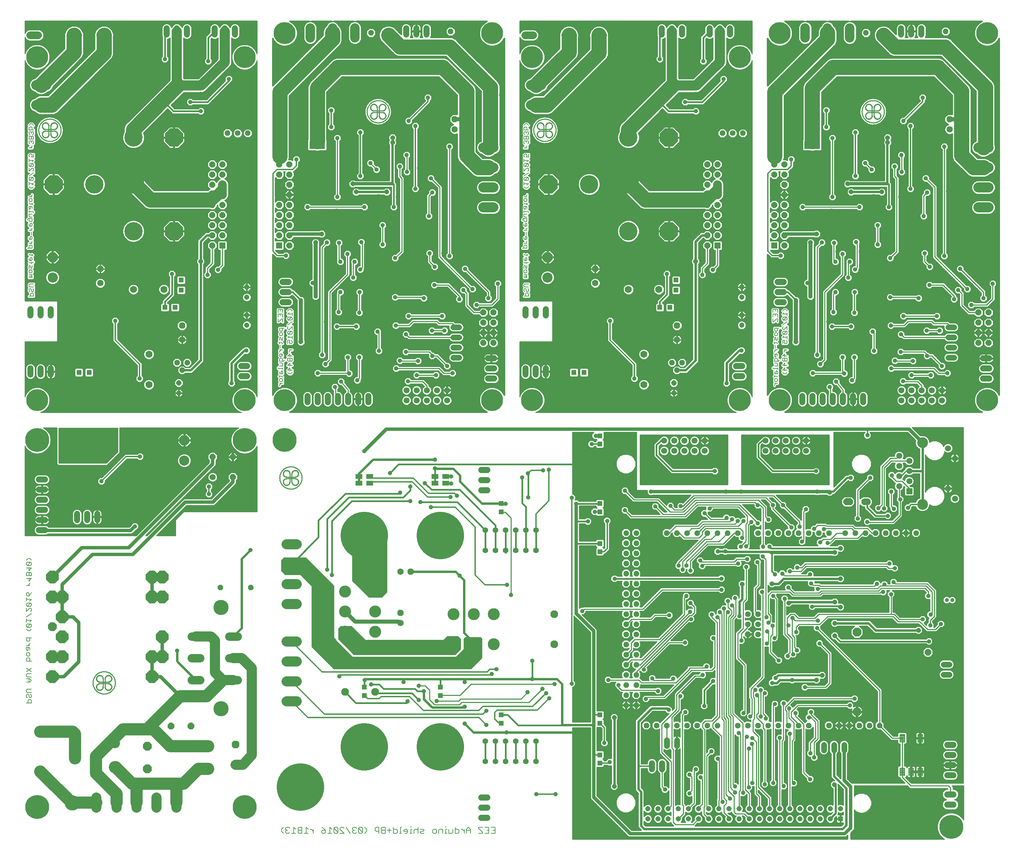
<source format=gbl>
G75*
G70*
%OFA0B0*%
%FSLAX24Y24*%
%IPPOS*%
%LPD*%
%AMOC8*
5,1,8,0,0,1.08239X$1,22.5*
%
%ADD10C,0.0050*%
%ADD11C,0.0060*%
%ADD12C,0.0070*%
%ADD13C,0.0594*%
%ADD14C,0.1000*%
%ADD15OC8,0.0594*%
%ADD16C,0.0560*%
%ADD17C,0.0594*%
%ADD18C,0.0945*%
%ADD19OC8,0.0560*%
%ADD20OC8,0.0436*%
%ADD21C,0.0100*%
%ADD22C,0.0010*%
%ADD23OC8,0.0630*%
%ADD24C,0.0630*%
%ADD25C,0.0600*%
%ADD26R,0.0594X0.0594*%
%ADD27R,0.0515X0.0515*%
%ADD28C,0.0768*%
%ADD29OC8,0.0520*%
%ADD30OC8,0.0700*%
%ADD31OC8,0.0650*%
%ADD32C,0.1810*%
%ADD33OC8,0.1810*%
%ADD34C,0.1000*%
%ADD35OC8,0.1000*%
%ADD36C,0.0700*%
%ADD37C,0.0515*%
%ADD38OC8,0.0515*%
%ADD39C,0.0560*%
%ADD40C,0.0600*%
%ADD41OC8,0.0600*%
%ADD42OC8,0.1181*%
%ADD43OC8,0.0660*%
%ADD44OC8,0.1250*%
%ADD45OC8,0.0860*%
%ADD46OC8,0.0885*%
%ADD47C,0.0825*%
%ADD48OC8,0.0760*%
%ADD49C,0.1502*%
%ADD50C,0.4685*%
%ADD51R,0.0472X0.0472*%
%ADD52C,0.0397*%
%ADD53C,0.0083*%
%ADD54C,0.1063*%
%ADD55C,0.0860*%
%ADD56OC8,0.0554*%
%ADD57C,0.0554*%
%ADD58R,0.0669X0.0453*%
%ADD59C,0.1181*%
%ADD60C,0.0768*%
%ADD61C,0.0160*%
%ADD62OC8,0.0396*%
%ADD63R,0.0396X0.0396*%
%ADD64C,0.0320*%
%ADD65C,0.0240*%
%ADD66C,0.0140*%
%ADD67C,0.0860*%
%ADD68OC8,0.0436*%
%ADD69C,0.0400*%
%ADD70C,0.0120*%
%ADD71R,0.0436X0.0436*%
%ADD72C,0.1500*%
%ADD73C,0.0340*%
%ADD74C,0.2165*%
%ADD75C,0.0500*%
%ADD76C,0.1200*%
%ADD77C,0.2362*%
%ADD78C,0.1500*%
%ADD79C,0.0200*%
D10*
X029292Y048411D02*
X029292Y048487D01*
X029442Y048637D01*
X029592Y048637D02*
X029292Y048637D01*
X029367Y048797D02*
X029292Y048872D01*
X029292Y049022D01*
X029367Y049097D01*
X029517Y049097D01*
X029592Y049022D01*
X029592Y048872D01*
X029517Y048797D01*
X029367Y048797D01*
X029292Y049254D02*
X029292Y049404D01*
X029216Y049329D02*
X029517Y049329D01*
X029592Y049254D01*
X029592Y049564D02*
X029592Y049789D01*
X029517Y049864D01*
X029442Y049789D01*
X029442Y049564D01*
X029367Y049564D02*
X029592Y049564D01*
X029367Y049564D02*
X029292Y049639D01*
X029292Y049789D01*
X029141Y050096D02*
X029592Y050096D01*
X029592Y050171D02*
X029592Y050021D01*
X029592Y050331D02*
X029292Y050331D01*
X029141Y050171D02*
X029141Y050096D01*
X029592Y050331D02*
X029592Y050557D01*
X029517Y050632D01*
X029292Y050632D01*
X029292Y050792D02*
X029292Y051017D01*
X029367Y051092D01*
X029517Y051092D01*
X029592Y051017D01*
X029592Y050792D01*
X029667Y050792D02*
X029292Y050792D01*
X029667Y050792D02*
X029742Y050867D01*
X029742Y050942D01*
X030091Y050867D02*
X030166Y050792D01*
X030242Y050792D01*
X030317Y050867D01*
X030317Y051092D01*
X030317Y051252D02*
X030317Y051552D01*
X030091Y051327D01*
X030542Y051327D01*
X030542Y051092D02*
X030542Y050867D01*
X030467Y050792D01*
X030392Y050792D01*
X030317Y050867D01*
X030091Y050867D02*
X030091Y051092D01*
X030542Y051092D01*
X030317Y050632D02*
X030091Y050406D01*
X030542Y050406D01*
X030317Y050331D02*
X030317Y050632D01*
X030317Y050171D02*
X030317Y049871D01*
X030542Y049946D02*
X030091Y049946D01*
X030317Y050171D01*
X030542Y049711D02*
X030392Y049561D01*
X030242Y049561D01*
X030091Y049711D01*
X029442Y051252D02*
X029442Y051552D01*
X029517Y051552D02*
X029367Y051552D01*
X029292Y051477D01*
X029292Y051327D01*
X029367Y051252D01*
X029442Y051252D01*
X029592Y051327D02*
X029592Y051477D01*
X029517Y051552D01*
X029292Y051711D02*
X029292Y051786D01*
X029442Y051936D01*
X029592Y051936D02*
X029292Y051936D01*
X029367Y052096D02*
X029367Y052397D01*
X029292Y052553D02*
X029292Y052703D01*
X029216Y052628D02*
X029517Y052628D01*
X029592Y052553D01*
X029517Y052864D02*
X029442Y052939D01*
X029442Y053089D01*
X029367Y053164D01*
X029292Y053089D01*
X029292Y052864D01*
X029517Y052864D02*
X029592Y052939D01*
X029592Y053164D01*
X029517Y053324D02*
X029367Y053324D01*
X029292Y053399D01*
X029292Y053549D01*
X029367Y053624D01*
X029517Y053624D01*
X029592Y053549D01*
X029592Y053399D01*
X029517Y053324D01*
X029517Y053784D02*
X029592Y053859D01*
X029592Y054085D01*
X029742Y054085D02*
X029292Y054085D01*
X029292Y053859D01*
X029367Y053784D01*
X029517Y053784D01*
X030091Y053703D02*
X030091Y053552D01*
X030166Y053477D01*
X030467Y053778D01*
X030542Y053703D01*
X030542Y053552D01*
X030467Y053477D01*
X030166Y053477D01*
X030242Y053317D02*
X030091Y053167D01*
X030542Y053167D01*
X030542Y053317D02*
X030542Y053017D01*
X030467Y052857D02*
X030542Y052782D01*
X030542Y052632D01*
X030467Y052557D01*
X030317Y052557D01*
X030242Y052632D01*
X030242Y052707D01*
X030317Y052857D01*
X030091Y052857D01*
X030091Y052557D01*
X030242Y051936D02*
X030542Y051936D01*
X030392Y051936D02*
X030242Y051786D01*
X030242Y051711D01*
X030091Y053703D02*
X030166Y053778D01*
X030467Y053778D01*
X030542Y053938D02*
X030542Y054238D01*
X030242Y053938D01*
X030166Y053938D01*
X030091Y054013D01*
X030091Y054163D01*
X030166Y054238D01*
X030091Y054398D02*
X030542Y054698D01*
X030467Y054859D02*
X030542Y054934D01*
X030542Y055084D01*
X030467Y055159D01*
X030166Y054859D01*
X030467Y054859D01*
X030467Y055159D02*
X030166Y055159D01*
X030091Y055084D01*
X030091Y054934D01*
X030166Y054859D01*
X029592Y055005D02*
X029592Y054705D01*
X029592Y055005D02*
X029517Y055005D01*
X029216Y054705D01*
X029141Y054705D01*
X029141Y055005D01*
X029141Y055166D02*
X029141Y055466D01*
X029592Y055466D01*
X029592Y055166D01*
X029367Y055316D02*
X029367Y055466D01*
X029592Y055626D02*
X029592Y055926D01*
X029141Y055926D01*
X029141Y055626D01*
X029367Y055776D02*
X029367Y055926D01*
X030091Y055776D02*
X030242Y055926D01*
X030392Y055926D01*
X030542Y055776D01*
X030542Y055619D02*
X030542Y055319D01*
X030542Y055469D02*
X030091Y055469D01*
X030242Y055619D01*
X053401Y057226D02*
X053852Y057226D01*
X053852Y057451D01*
X053777Y057526D01*
X053626Y057526D01*
X053551Y057451D01*
X053551Y057226D01*
X053476Y057687D02*
X053401Y057762D01*
X053401Y057912D01*
X053476Y057987D01*
X053551Y057987D01*
X053626Y057912D01*
X053626Y057762D01*
X053702Y057687D01*
X053777Y057687D01*
X053852Y057762D01*
X053852Y057912D01*
X053777Y057987D01*
X053852Y058147D02*
X053476Y058147D01*
X053401Y058222D01*
X053401Y058372D01*
X053476Y058447D01*
X053852Y058447D01*
X053702Y059068D02*
X053702Y059143D01*
X053626Y059218D01*
X053702Y059293D01*
X053626Y059368D01*
X053401Y059368D01*
X053401Y059218D02*
X053626Y059218D01*
X053702Y059068D02*
X053401Y059068D01*
X053476Y059528D02*
X053401Y059603D01*
X053401Y059753D01*
X053476Y059828D01*
X053626Y059828D01*
X053702Y059753D01*
X053702Y059603D01*
X053626Y059528D01*
X053476Y059528D01*
X053401Y059989D02*
X053401Y060214D01*
X053476Y060289D01*
X053551Y060214D01*
X053551Y060064D01*
X053626Y059989D01*
X053702Y060064D01*
X053702Y060289D01*
X053626Y060449D02*
X053626Y060599D01*
X053626Y060756D02*
X053702Y060831D01*
X053702Y060981D01*
X053626Y061056D01*
X053551Y061056D01*
X053551Y060756D01*
X053476Y060756D02*
X053626Y060756D01*
X053476Y060756D02*
X053401Y060831D01*
X053401Y060981D01*
X053476Y061291D02*
X053401Y061366D01*
X053476Y061291D02*
X053777Y061291D01*
X053702Y061216D02*
X053702Y061366D01*
X053702Y061984D02*
X053702Y062209D01*
X053626Y062284D01*
X053476Y062284D01*
X053401Y062209D01*
X053401Y061984D01*
X053251Y061984D02*
X053702Y061984D01*
X053702Y062444D02*
X053401Y062444D01*
X053551Y062444D02*
X053702Y062594D01*
X053702Y062669D01*
X053626Y062828D02*
X053702Y062903D01*
X053702Y063053D01*
X053626Y063128D01*
X053551Y063128D01*
X053551Y062828D01*
X053476Y062828D02*
X053626Y062828D01*
X053476Y062828D02*
X053401Y062903D01*
X053401Y063053D01*
X053626Y063288D02*
X053626Y063588D01*
X053551Y063748D02*
X053702Y063899D01*
X053702Y063974D01*
X053626Y064132D02*
X053702Y064207D01*
X053702Y064357D01*
X053626Y064432D01*
X053551Y064432D01*
X053551Y064132D01*
X053476Y064132D02*
X053626Y064132D01*
X053476Y064132D02*
X053401Y064207D01*
X053401Y064357D01*
X053476Y064592D02*
X053401Y064668D01*
X053401Y064893D01*
X053326Y064893D02*
X053702Y064893D01*
X053702Y064668D01*
X053626Y064592D01*
X053476Y064592D01*
X053251Y064743D02*
X053251Y064818D01*
X053326Y064893D01*
X053476Y065053D02*
X053401Y065128D01*
X053401Y065353D01*
X053702Y065353D01*
X053852Y065513D02*
X053852Y065588D01*
X053401Y065588D01*
X053401Y065513D02*
X053401Y065663D01*
X053476Y065820D02*
X053551Y065895D01*
X053551Y066120D01*
X053626Y066120D02*
X053401Y066120D01*
X053401Y065895D01*
X053476Y065820D01*
X053702Y065895D02*
X053702Y066045D01*
X053626Y066120D01*
X053702Y066281D02*
X053702Y066431D01*
X053777Y066356D02*
X053476Y066356D01*
X053401Y066431D01*
X053476Y066587D02*
X053401Y066663D01*
X053401Y066813D01*
X053476Y066888D01*
X053626Y066888D01*
X053702Y066813D01*
X053702Y066663D01*
X053626Y066587D01*
X053476Y066587D01*
X053401Y067048D02*
X053702Y067048D01*
X053702Y067198D02*
X053551Y067048D01*
X053702Y067198D02*
X053702Y067273D01*
X053702Y067892D02*
X053852Y068042D01*
X053702Y067892D02*
X053551Y067892D01*
X053401Y068042D01*
X053401Y068199D02*
X053401Y068499D01*
X053401Y068349D02*
X053852Y068349D01*
X053702Y068199D01*
X053777Y068659D02*
X053852Y068734D01*
X053852Y068884D01*
X053777Y068960D01*
X053476Y068659D01*
X053401Y068734D01*
X053401Y068884D01*
X053476Y068960D01*
X053777Y068960D01*
X053777Y068659D02*
X053476Y068659D01*
X053401Y069120D02*
X053852Y069420D01*
X053777Y069580D02*
X053852Y069655D01*
X053852Y069805D01*
X053777Y069880D01*
X053702Y069880D01*
X053401Y069580D01*
X053401Y069880D01*
X053476Y070040D02*
X053777Y070341D01*
X053476Y070341D01*
X053401Y070266D01*
X053401Y070115D01*
X053476Y070040D01*
X053777Y070040D01*
X053852Y070115D01*
X053852Y070266D01*
X053777Y070341D01*
X053702Y070501D02*
X053852Y070651D01*
X053401Y070651D01*
X053401Y070501D02*
X053401Y070801D01*
X053476Y070961D02*
X053401Y071036D01*
X053401Y071186D01*
X053476Y071261D01*
X053626Y071261D01*
X053702Y071186D01*
X053702Y071111D01*
X053626Y070961D01*
X053852Y070961D01*
X053852Y071261D01*
X053702Y071882D02*
X053401Y071882D01*
X053551Y071882D02*
X053702Y072032D01*
X053702Y072107D01*
X053777Y072266D02*
X053852Y072341D01*
X053852Y072491D01*
X053777Y072566D01*
X053702Y072566D01*
X053626Y072491D01*
X053551Y072566D01*
X053476Y072566D01*
X053401Y072491D01*
X053401Y072341D01*
X053476Y072266D01*
X053626Y072416D02*
X053626Y072491D01*
X053626Y072726D02*
X053626Y072951D01*
X053551Y073026D01*
X053476Y073026D01*
X053401Y072951D01*
X053401Y072726D01*
X053852Y072726D01*
X053852Y072951D01*
X053777Y073026D01*
X053702Y073026D01*
X053626Y072951D01*
X053476Y073186D02*
X053401Y073262D01*
X053401Y073412D01*
X053476Y073487D01*
X053551Y073487D01*
X053626Y073412D01*
X053626Y073337D01*
X053626Y073412D02*
X053702Y073487D01*
X053777Y073487D01*
X053852Y073412D01*
X053852Y073262D01*
X053777Y073186D01*
X053852Y073647D02*
X053401Y073647D01*
X053401Y073872D01*
X053476Y073947D01*
X053626Y073947D01*
X053702Y073872D01*
X053702Y073647D01*
X053852Y074107D02*
X053702Y074257D01*
X053551Y074257D01*
X053401Y074107D01*
X053476Y065053D02*
X053702Y065053D01*
X053702Y063748D02*
X053401Y063748D01*
X053852Y060599D02*
X053777Y060524D01*
X053401Y060524D01*
X077960Y055926D02*
X078411Y055926D01*
X078411Y055626D01*
X078411Y055466D02*
X078411Y055166D01*
X078411Y055005D02*
X078411Y054705D01*
X078411Y055005D02*
X078336Y055005D01*
X078035Y054705D01*
X077960Y054705D01*
X077960Y055005D01*
X077960Y055166D02*
X077960Y055466D01*
X078411Y055466D01*
X078186Y055466D02*
X078186Y055316D01*
X077960Y055626D02*
X077960Y055926D01*
X078186Y055926D02*
X078186Y055776D01*
X078910Y055776D02*
X079060Y055926D01*
X079211Y055926D01*
X079361Y055776D01*
X079361Y055619D02*
X079361Y055319D01*
X079361Y055469D02*
X078910Y055469D01*
X079060Y055619D01*
X078985Y055159D02*
X078910Y055084D01*
X078910Y054934D01*
X078985Y054859D01*
X079286Y055159D01*
X079361Y055084D01*
X079361Y054934D01*
X079286Y054859D01*
X078985Y054859D01*
X078985Y055159D02*
X079286Y055159D01*
X079361Y054698D02*
X078910Y054398D01*
X078985Y054238D02*
X078910Y054163D01*
X078910Y054013D01*
X078985Y053938D01*
X079060Y053938D01*
X079361Y054238D01*
X079361Y053938D01*
X079286Y053778D02*
X078985Y053477D01*
X079286Y053477D01*
X079361Y053552D01*
X079361Y053703D01*
X079286Y053778D01*
X078985Y053778D01*
X078910Y053703D01*
X078910Y053552D01*
X078985Y053477D01*
X079060Y053317D02*
X078910Y053167D01*
X079361Y053167D01*
X079361Y053317D02*
X079361Y053017D01*
X079286Y052857D02*
X079361Y052782D01*
X079361Y052632D01*
X079286Y052557D01*
X079136Y052557D01*
X079060Y052632D01*
X079060Y052707D01*
X079136Y052857D01*
X078910Y052857D01*
X078910Y052557D01*
X078411Y052553D02*
X078336Y052628D01*
X078035Y052628D01*
X078110Y052703D02*
X078110Y052553D01*
X078186Y052397D02*
X078186Y052096D01*
X078261Y051936D02*
X078110Y051786D01*
X078110Y051711D01*
X078186Y051552D02*
X078110Y051477D01*
X078110Y051327D01*
X078186Y051252D01*
X078261Y051252D01*
X078261Y051552D01*
X078336Y051552D02*
X078186Y051552D01*
X078336Y051552D02*
X078411Y051477D01*
X078411Y051327D01*
X078336Y051092D02*
X078411Y051017D01*
X078411Y050792D01*
X078486Y050792D02*
X078110Y050792D01*
X078110Y051017D01*
X078186Y051092D01*
X078336Y051092D01*
X078561Y050942D02*
X078561Y050867D01*
X078486Y050792D01*
X078336Y050632D02*
X078411Y050557D01*
X078411Y050331D01*
X078110Y050331D01*
X077960Y050171D02*
X077960Y050096D01*
X078411Y050096D01*
X078411Y050171D02*
X078411Y050021D01*
X078336Y049864D02*
X078261Y049789D01*
X078261Y049564D01*
X078186Y049564D02*
X078411Y049564D01*
X078411Y049789D01*
X078336Y049864D01*
X078110Y049789D02*
X078110Y049639D01*
X078186Y049564D01*
X078110Y049404D02*
X078110Y049254D01*
X078035Y049329D02*
X078336Y049329D01*
X078411Y049254D01*
X078336Y049097D02*
X078411Y049022D01*
X078411Y048872D01*
X078336Y048797D01*
X078186Y048797D01*
X078110Y048872D01*
X078110Y049022D01*
X078186Y049097D01*
X078336Y049097D01*
X078411Y048637D02*
X078110Y048637D01*
X078110Y048487D02*
X078110Y048411D01*
X078110Y048487D02*
X078261Y048637D01*
X079060Y049561D02*
X078910Y049711D01*
X079060Y049561D02*
X079211Y049561D01*
X079361Y049711D01*
X079361Y049946D02*
X078910Y049946D01*
X079136Y050171D01*
X079136Y049871D01*
X079136Y050331D02*
X079136Y050632D01*
X078910Y050406D01*
X079361Y050406D01*
X079286Y050792D02*
X079361Y050867D01*
X079361Y051092D01*
X078910Y051092D01*
X078910Y050867D01*
X078985Y050792D01*
X079060Y050792D01*
X079136Y050867D01*
X079136Y051092D01*
X079136Y051252D02*
X079136Y051552D01*
X078910Y051327D01*
X079361Y051327D01*
X079060Y051711D02*
X079060Y051786D01*
X079211Y051936D01*
X079361Y051936D02*
X079060Y051936D01*
X078411Y051936D02*
X078110Y051936D01*
X078110Y052864D02*
X078110Y053089D01*
X078186Y053164D01*
X078261Y053089D01*
X078261Y052939D01*
X078336Y052864D01*
X078411Y052939D01*
X078411Y053164D01*
X078336Y053324D02*
X078186Y053324D01*
X078110Y053399D01*
X078110Y053549D01*
X078186Y053624D01*
X078336Y053624D01*
X078411Y053549D01*
X078411Y053399D01*
X078336Y053324D01*
X078336Y053784D02*
X078411Y053859D01*
X078411Y054085D01*
X078561Y054085D02*
X078110Y054085D01*
X078110Y053859D01*
X078186Y053784D01*
X078336Y053784D01*
X079136Y050867D02*
X079211Y050792D01*
X079286Y050792D01*
X078336Y050632D02*
X078110Y050632D01*
X005033Y057226D02*
X005033Y057451D01*
X004958Y057526D01*
X004808Y057526D01*
X004732Y057451D01*
X004732Y057226D01*
X004582Y057226D02*
X005033Y057226D01*
X004958Y057687D02*
X004883Y057687D01*
X004808Y057762D01*
X004808Y057912D01*
X004732Y057987D01*
X004657Y057987D01*
X004582Y057912D01*
X004582Y057762D01*
X004657Y057687D01*
X004958Y057687D02*
X005033Y057762D01*
X005033Y057912D01*
X004958Y057987D01*
X005033Y058147D02*
X004657Y058147D01*
X004582Y058222D01*
X004582Y058372D01*
X004657Y058447D01*
X005033Y058447D01*
X004883Y059068D02*
X004883Y059143D01*
X004808Y059218D01*
X004883Y059293D01*
X004808Y059368D01*
X004582Y059368D01*
X004582Y059218D02*
X004808Y059218D01*
X004883Y059068D02*
X004582Y059068D01*
X004657Y059528D02*
X004582Y059603D01*
X004582Y059753D01*
X004657Y059828D01*
X004808Y059828D01*
X004883Y059753D01*
X004883Y059603D01*
X004808Y059528D01*
X004657Y059528D01*
X004582Y059989D02*
X004582Y060214D01*
X004657Y060289D01*
X004732Y060214D01*
X004732Y060064D01*
X004808Y059989D01*
X004883Y060064D01*
X004883Y060289D01*
X004808Y060449D02*
X004808Y060599D01*
X004808Y060756D02*
X004883Y060831D01*
X004883Y060981D01*
X004808Y061056D01*
X004732Y061056D01*
X004732Y060756D01*
X004657Y060756D02*
X004808Y060756D01*
X004657Y060756D02*
X004582Y060831D01*
X004582Y060981D01*
X004657Y061291D02*
X004582Y061366D01*
X004657Y061291D02*
X004958Y061291D01*
X004883Y061216D02*
X004883Y061366D01*
X004883Y061984D02*
X004883Y062209D01*
X004808Y062284D01*
X004657Y062284D01*
X004582Y062209D01*
X004582Y061984D01*
X004432Y061984D02*
X004883Y061984D01*
X004883Y062444D02*
X004582Y062444D01*
X004732Y062444D02*
X004883Y062594D01*
X004883Y062669D01*
X004808Y062828D02*
X004883Y062903D01*
X004883Y063053D01*
X004808Y063128D01*
X004732Y063128D01*
X004732Y062828D01*
X004657Y062828D02*
X004808Y062828D01*
X004657Y062828D02*
X004582Y062903D01*
X004582Y063053D01*
X004808Y063288D02*
X004808Y063588D01*
X004883Y063748D02*
X004582Y063748D01*
X004732Y063748D02*
X004883Y063899D01*
X004883Y063974D01*
X004808Y064132D02*
X004883Y064207D01*
X004883Y064357D01*
X004808Y064432D01*
X004732Y064432D01*
X004732Y064132D01*
X004657Y064132D02*
X004808Y064132D01*
X004657Y064132D02*
X004582Y064207D01*
X004582Y064357D01*
X004657Y064592D02*
X004582Y064668D01*
X004582Y064893D01*
X004507Y064893D02*
X004883Y064893D01*
X004883Y064668D01*
X004808Y064592D01*
X004657Y064592D01*
X004432Y064743D02*
X004432Y064818D01*
X004507Y064893D01*
X004657Y065053D02*
X004582Y065128D01*
X004582Y065353D01*
X004883Y065353D01*
X005033Y065513D02*
X005033Y065588D01*
X004582Y065588D01*
X004582Y065513D02*
X004582Y065663D01*
X004657Y065820D02*
X004732Y065895D01*
X004732Y066120D01*
X004808Y066120D02*
X004582Y066120D01*
X004582Y065895D01*
X004657Y065820D01*
X004883Y065895D02*
X004883Y066045D01*
X004808Y066120D01*
X004883Y066281D02*
X004883Y066431D01*
X004958Y066356D02*
X004657Y066356D01*
X004582Y066431D01*
X004657Y066587D02*
X004582Y066663D01*
X004582Y066813D01*
X004657Y066888D01*
X004808Y066888D01*
X004883Y066813D01*
X004883Y066663D01*
X004808Y066587D01*
X004657Y066587D01*
X004582Y067048D02*
X004883Y067048D01*
X004883Y067198D02*
X004732Y067048D01*
X004883Y067198D02*
X004883Y067273D01*
X004883Y067892D02*
X005033Y068042D01*
X004883Y067892D02*
X004732Y067892D01*
X004582Y068042D01*
X004582Y068199D02*
X004582Y068499D01*
X004582Y068349D02*
X005033Y068349D01*
X004883Y068199D01*
X004958Y068659D02*
X005033Y068734D01*
X005033Y068884D01*
X004958Y068960D01*
X004657Y068659D01*
X004582Y068734D01*
X004582Y068884D01*
X004657Y068960D01*
X004958Y068960D01*
X004958Y068659D02*
X004657Y068659D01*
X004582Y069120D02*
X005033Y069420D01*
X004958Y069580D02*
X005033Y069655D01*
X005033Y069805D01*
X004958Y069880D01*
X004883Y069880D01*
X004582Y069580D01*
X004582Y069880D01*
X004657Y070040D02*
X004958Y070341D01*
X004657Y070341D01*
X004582Y070266D01*
X004582Y070115D01*
X004657Y070040D01*
X004958Y070040D01*
X005033Y070115D01*
X005033Y070266D01*
X004958Y070341D01*
X004883Y070501D02*
X005033Y070651D01*
X004582Y070651D01*
X004582Y070501D02*
X004582Y070801D01*
X004657Y070961D02*
X004582Y071036D01*
X004582Y071186D01*
X004657Y071261D01*
X004808Y071261D01*
X004883Y071186D01*
X004883Y071111D01*
X004808Y070961D01*
X005033Y070961D01*
X005033Y071261D01*
X004883Y071882D02*
X004582Y071882D01*
X004732Y071882D02*
X004883Y072032D01*
X004883Y072107D01*
X004958Y072266D02*
X005033Y072341D01*
X005033Y072491D01*
X004958Y072566D01*
X004883Y072566D01*
X004808Y072491D01*
X004732Y072566D01*
X004657Y072566D01*
X004582Y072491D01*
X004582Y072341D01*
X004657Y072266D01*
X004808Y072416D02*
X004808Y072491D01*
X004808Y072726D02*
X004808Y072951D01*
X004732Y073026D01*
X004657Y073026D01*
X004582Y072951D01*
X004582Y072726D01*
X005033Y072726D01*
X005033Y072951D01*
X004958Y073026D01*
X004883Y073026D01*
X004808Y072951D01*
X004958Y073186D02*
X005033Y073262D01*
X005033Y073412D01*
X004958Y073487D01*
X004883Y073487D01*
X004808Y073412D01*
X004732Y073487D01*
X004657Y073487D01*
X004582Y073412D01*
X004582Y073262D01*
X004657Y073186D01*
X004808Y073337D02*
X004808Y073412D01*
X004883Y073647D02*
X004883Y073872D01*
X004808Y073947D01*
X004657Y073947D01*
X004582Y073872D01*
X004582Y073647D01*
X005033Y073647D01*
X005033Y074107D02*
X004883Y074257D01*
X004732Y074257D01*
X004582Y074107D01*
X004657Y065053D02*
X004883Y065053D01*
X005033Y060599D02*
X004958Y060524D01*
X004582Y060524D01*
D11*
X004655Y031338D02*
X004822Y031171D01*
X004738Y030989D02*
X004405Y030655D01*
X004321Y030739D01*
X004321Y030906D01*
X004405Y030989D01*
X004738Y030989D01*
X004822Y030906D01*
X004822Y030739D01*
X004738Y030655D01*
X004405Y030655D01*
X004572Y030473D02*
X004572Y030140D01*
X004822Y030390D01*
X004321Y030390D01*
X004405Y029958D02*
X004321Y029874D01*
X004321Y029624D01*
X004822Y029624D01*
X004822Y029874D01*
X004738Y029958D01*
X004655Y029958D01*
X004572Y029874D01*
X004572Y029624D01*
X004572Y029442D02*
X004572Y029108D01*
X004822Y029359D01*
X004321Y029359D01*
X004655Y028929D02*
X004655Y028846D01*
X004488Y028679D01*
X004321Y028679D02*
X004655Y028679D01*
X004488Y027981D02*
X004572Y027898D01*
X004572Y027648D01*
X004405Y027648D01*
X004321Y027731D01*
X004321Y027898D01*
X004405Y027981D01*
X004488Y027981D01*
X004738Y027814D02*
X004572Y027648D01*
X004738Y027814D02*
X004822Y027981D01*
X004822Y027299D02*
X004321Y027299D01*
X004321Y027465D02*
X004321Y027132D01*
X004405Y026950D02*
X004321Y026866D01*
X004321Y026700D01*
X004405Y026616D01*
X004738Y026950D01*
X004405Y026950D01*
X004655Y027132D02*
X004822Y027299D01*
X004738Y026950D02*
X004822Y026866D01*
X004822Y026700D01*
X004738Y026616D01*
X004405Y026616D01*
X004321Y026434D02*
X004321Y026101D01*
X004655Y026434D01*
X004738Y026434D01*
X004822Y026351D01*
X004822Y026184D01*
X004738Y026101D01*
X004822Y025919D02*
X004321Y025585D01*
X004321Y025403D02*
X004321Y025069D01*
X004321Y025236D02*
X004822Y025236D01*
X004655Y025069D01*
X004738Y024887D02*
X004405Y024554D01*
X004321Y024637D01*
X004321Y024804D01*
X004405Y024887D01*
X004738Y024887D01*
X004822Y024804D01*
X004822Y024637D01*
X004738Y024554D01*
X004405Y024554D01*
X004321Y024377D02*
X004488Y024210D01*
X004655Y024210D01*
X004822Y024377D01*
X004822Y023512D02*
X004321Y023512D01*
X004321Y023262D01*
X004405Y023179D01*
X004572Y023179D01*
X004655Y023262D01*
X004655Y023512D01*
X004655Y022999D02*
X004655Y022916D01*
X004488Y022749D01*
X004321Y022749D02*
X004655Y022749D01*
X004572Y022567D02*
X004321Y022567D01*
X004321Y022317D01*
X004405Y022233D01*
X004488Y022317D01*
X004488Y022567D01*
X004572Y022567D02*
X004655Y022484D01*
X004655Y022317D01*
X004572Y022051D02*
X004655Y021968D01*
X004655Y021801D01*
X004572Y021718D01*
X004405Y021718D01*
X004321Y021801D01*
X004321Y021968D01*
X004405Y022051D01*
X004572Y022051D01*
X004572Y021536D02*
X004655Y021452D01*
X004655Y021202D01*
X004822Y021202D02*
X004321Y021202D01*
X004321Y021452D01*
X004405Y021536D01*
X004572Y021536D01*
X004822Y020504D02*
X004321Y020171D01*
X004405Y019989D02*
X004822Y019989D01*
X004822Y020171D02*
X004321Y020504D01*
X004405Y019989D02*
X004321Y019905D01*
X004321Y019739D01*
X004405Y019655D01*
X004822Y019655D01*
X004655Y019473D02*
X004321Y019473D01*
X004572Y019473D02*
X004572Y019139D01*
X004655Y019139D02*
X004822Y019306D01*
X004655Y019473D01*
X004655Y019139D02*
X004321Y019139D01*
X004405Y018442D02*
X004822Y018442D01*
X004822Y018108D02*
X004405Y018108D01*
X004321Y018192D01*
X004321Y018358D01*
X004405Y018442D01*
X004405Y017926D02*
X004321Y017843D01*
X004321Y017676D01*
X004405Y017593D01*
X004572Y017676D02*
X004572Y017843D01*
X004488Y017926D01*
X004405Y017926D01*
X004572Y017676D02*
X004655Y017593D01*
X004738Y017593D01*
X004822Y017676D01*
X004822Y017843D01*
X004738Y017926D01*
X004738Y017411D02*
X004572Y017411D01*
X004488Y017327D01*
X004488Y017077D01*
X004321Y017077D02*
X004822Y017077D01*
X004822Y017327D01*
X004738Y017411D01*
X004572Y029874D02*
X004488Y029958D01*
X004405Y029958D01*
X004321Y031171D02*
X004488Y031338D01*
X004655Y031338D01*
D12*
X029681Y004801D02*
X029484Y004604D01*
X029484Y004407D01*
X029681Y004210D01*
X029895Y004309D02*
X029993Y004210D01*
X030190Y004210D01*
X030288Y004309D01*
X030502Y004210D02*
X030896Y004210D01*
X030699Y004210D02*
X030699Y004801D01*
X030896Y004604D01*
X031110Y004604D02*
X031208Y004505D01*
X031504Y004505D01*
X031504Y004210D02*
X031504Y004801D01*
X031208Y004801D01*
X031110Y004702D01*
X031110Y004604D01*
X031208Y004505D02*
X031110Y004407D01*
X031110Y004309D01*
X031208Y004210D01*
X031504Y004210D01*
X031718Y004210D02*
X032111Y004210D01*
X031915Y004210D02*
X031915Y004801D01*
X032111Y004604D01*
X032323Y004604D02*
X032421Y004604D01*
X032618Y004407D01*
X032618Y004210D02*
X032618Y004604D01*
X033440Y004801D02*
X033636Y004702D01*
X033833Y004505D01*
X033538Y004505D01*
X033440Y004407D01*
X033440Y004309D01*
X033538Y004210D01*
X033735Y004210D01*
X033833Y004309D01*
X033833Y004505D01*
X034047Y004210D02*
X034441Y004210D01*
X034244Y004210D02*
X034244Y004801D01*
X034441Y004604D01*
X034655Y004702D02*
X035049Y004309D01*
X034950Y004210D01*
X034753Y004210D01*
X034655Y004309D01*
X034655Y004702D01*
X034753Y004801D01*
X034950Y004801D01*
X035049Y004702D01*
X035049Y004309D01*
X035263Y004210D02*
X035656Y004210D01*
X035263Y004604D01*
X035263Y004702D01*
X035361Y004801D01*
X035558Y004801D01*
X035656Y004702D01*
X035871Y004801D02*
X036264Y004210D01*
X036478Y004309D02*
X036577Y004210D01*
X036773Y004210D01*
X036872Y004309D01*
X037086Y004309D02*
X037184Y004210D01*
X037381Y004210D01*
X037480Y004309D01*
X037086Y004702D01*
X037086Y004309D01*
X037086Y004702D02*
X037184Y004801D01*
X037381Y004801D01*
X037480Y004702D01*
X037480Y004309D01*
X037688Y004210D02*
X037885Y004407D01*
X037885Y004604D01*
X037688Y004801D01*
X036872Y004702D02*
X036773Y004801D01*
X036577Y004801D01*
X036478Y004702D01*
X036478Y004604D01*
X036577Y004505D01*
X036478Y004407D01*
X036478Y004309D01*
X036577Y004505D02*
X036675Y004505D01*
X038707Y004505D02*
X038805Y004407D01*
X039100Y004407D01*
X039100Y004210D02*
X039100Y004801D01*
X038805Y004801D01*
X038707Y004702D01*
X038707Y004505D01*
X039314Y004407D02*
X039314Y004309D01*
X039413Y004210D01*
X039708Y004210D01*
X039708Y004801D01*
X039413Y004801D01*
X039314Y004702D01*
X039314Y004604D01*
X039413Y004505D01*
X039708Y004505D01*
X039922Y004505D02*
X040316Y004505D01*
X040530Y004604D02*
X040825Y004604D01*
X040923Y004505D01*
X040923Y004309D01*
X040825Y004210D01*
X040530Y004210D01*
X040530Y004801D01*
X040119Y004702D02*
X040119Y004309D01*
X039413Y004505D02*
X039314Y004407D01*
X041132Y004210D02*
X041329Y004210D01*
X041230Y004210D02*
X041230Y004801D01*
X041329Y004801D01*
X041543Y004505D02*
X041543Y004407D01*
X041936Y004407D01*
X041936Y004309D02*
X041936Y004505D01*
X041838Y004604D01*
X041641Y004604D01*
X041543Y004505D01*
X041641Y004210D02*
X041838Y004210D01*
X041936Y004309D01*
X042145Y004210D02*
X042341Y004210D01*
X042243Y004210D02*
X042243Y004604D01*
X042341Y004604D01*
X042243Y004801D02*
X042243Y004899D01*
X042555Y004505D02*
X042555Y004210D01*
X042555Y004505D02*
X042654Y004604D01*
X042851Y004604D01*
X042949Y004505D01*
X043163Y004604D02*
X043458Y004604D01*
X043557Y004505D01*
X043458Y004407D01*
X043262Y004407D01*
X043163Y004309D01*
X043262Y004210D01*
X043557Y004210D01*
X042949Y004210D02*
X042949Y004801D01*
X044379Y004505D02*
X044477Y004604D01*
X044674Y004604D01*
X044772Y004505D01*
X044772Y004309D01*
X044674Y004210D01*
X044477Y004210D01*
X044379Y004309D01*
X044379Y004505D01*
X044986Y004505D02*
X044986Y004210D01*
X044986Y004505D02*
X045085Y004604D01*
X045380Y004604D01*
X045380Y004210D01*
X045588Y004210D02*
X045785Y004210D01*
X045687Y004210D02*
X045687Y004604D01*
X045785Y004604D01*
X045999Y004604D02*
X045999Y004210D01*
X046294Y004210D01*
X046393Y004309D01*
X046393Y004604D01*
X046607Y004604D02*
X046902Y004604D01*
X047001Y004505D01*
X047001Y004309D01*
X046902Y004210D01*
X046607Y004210D01*
X046607Y004801D01*
X047212Y004604D02*
X047310Y004604D01*
X047507Y004407D01*
X047507Y004210D02*
X047507Y004604D01*
X047721Y004604D02*
X047721Y004210D01*
X047721Y004505D02*
X048115Y004505D01*
X048115Y004604D02*
X047918Y004801D01*
X047721Y004604D01*
X048115Y004604D02*
X048115Y004210D01*
X048936Y004210D02*
X049330Y004210D01*
X049330Y004309D01*
X048936Y004702D01*
X048936Y004801D01*
X049330Y004801D01*
X049544Y004801D02*
X049938Y004801D01*
X049938Y004210D01*
X049544Y004210D01*
X049741Y004505D02*
X049938Y004505D01*
X050152Y004210D02*
X050546Y004210D01*
X050546Y004801D01*
X050152Y004801D01*
X050349Y004505D02*
X050546Y004505D01*
X045687Y004801D02*
X045687Y004899D01*
X030288Y004702D02*
X030190Y004801D01*
X029993Y004801D01*
X029895Y004702D01*
X029895Y004604D01*
X029993Y004505D01*
X029895Y004407D01*
X029895Y004309D01*
X029993Y004505D02*
X030091Y004505D01*
D13*
X067231Y041975D03*
X068231Y041975D03*
X069231Y041975D03*
X070231Y041975D03*
X071231Y041975D03*
X071231Y042975D03*
X070231Y042975D03*
X069231Y042975D03*
X068231Y042975D03*
X067231Y042975D03*
X077231Y042975D03*
X078231Y042975D03*
X079231Y042975D03*
X080231Y042975D03*
X081231Y042975D03*
X081231Y041975D03*
X080231Y041975D03*
X079231Y041975D03*
X078231Y041975D03*
X077231Y041975D03*
X090406Y041475D03*
X090406Y040475D03*
X090406Y039475D03*
X090406Y038475D03*
X091406Y038975D03*
X091406Y039975D03*
X091406Y040975D03*
X095236Y042215D03*
X095906Y041215D03*
X095236Y038235D03*
X095906Y037235D03*
X094636Y046951D03*
X094636Y047951D03*
X093636Y047951D03*
X093636Y046951D03*
X092636Y046951D03*
X092636Y047951D03*
X091636Y047951D03*
X091636Y046951D03*
X090636Y046951D03*
X090636Y047951D03*
X045817Y047951D03*
X045817Y046951D03*
X044817Y046951D03*
X044817Y047951D03*
X043817Y047951D03*
X043817Y046951D03*
X042817Y046951D03*
X042817Y047951D03*
X041817Y047951D03*
X041817Y046951D03*
D14*
X030981Y032750D02*
X029981Y032750D01*
X029981Y030782D02*
X030981Y030782D01*
X030981Y028813D02*
X029981Y028813D01*
X029981Y026845D02*
X030981Y026845D01*
X030981Y023150D02*
X029981Y023150D01*
X029981Y021182D02*
X030981Y021182D01*
X030981Y019213D02*
X029981Y019213D01*
X029981Y017245D02*
X030981Y017245D01*
X026557Y020494D02*
X025557Y021494D01*
X024732Y021494D01*
X026557Y020494D02*
X026557Y011944D01*
X025682Y010969D01*
X024957Y010969D01*
X019111Y007726D02*
X019111Y006726D01*
X017142Y006726D02*
X017142Y007726D01*
X015174Y007726D02*
X015174Y006726D01*
X013205Y006726D02*
X013205Y007726D01*
X011237Y007726D02*
X011237Y006726D01*
X016307Y014469D02*
X016257Y014519D01*
X023482Y019144D02*
X023682Y019344D01*
X024732Y019344D01*
X023682Y019344D02*
X022907Y020119D01*
X022907Y023244D01*
X022507Y023644D01*
X021032Y023644D01*
X049392Y065996D02*
X050392Y065996D01*
X050392Y067964D02*
X049392Y067964D01*
X049392Y069933D02*
X050392Y069933D01*
X050392Y071901D02*
X049392Y071901D01*
X054096Y076104D02*
X055096Y076104D01*
X055096Y078073D02*
X054096Y078073D01*
X067976Y078101D02*
X067976Y078826D01*
X067981Y078831D01*
X067981Y083378D01*
X072705Y083378D02*
X072705Y080355D01*
X070376Y078026D01*
X068051Y078026D01*
X067976Y078101D01*
X098211Y071901D02*
X099211Y071901D01*
X099211Y069933D02*
X098211Y069933D01*
X098211Y067964D02*
X099211Y067964D01*
X099211Y065996D02*
X098211Y065996D01*
X023886Y080355D02*
X021557Y078026D01*
X019232Y078026D01*
X019157Y078101D01*
X019157Y078826D01*
X019162Y078831D01*
X019162Y083378D01*
X023886Y083378D02*
X023886Y080355D01*
X006277Y078073D02*
X005277Y078073D01*
X005277Y076104D02*
X006277Y076104D01*
D15*
X022657Y070251D03*
X022657Y069251D03*
X022657Y068251D03*
X022657Y067251D03*
X023657Y067251D03*
X023657Y068251D03*
X023657Y069251D03*
X023657Y070251D03*
X023657Y066251D03*
X022657Y066251D03*
X022657Y065251D03*
X022657Y064251D03*
X022657Y063251D03*
X022657Y062251D03*
X023657Y063251D03*
X023657Y064251D03*
X023657Y065251D03*
X029267Y065251D03*
X030267Y065251D03*
X030267Y064251D03*
X030267Y063251D03*
X030267Y062251D03*
X029267Y063251D03*
X029267Y064251D03*
X029267Y066251D03*
X030267Y066251D03*
X030267Y067251D03*
X030267Y068251D03*
X030267Y069251D03*
X030267Y070251D03*
X029267Y070251D03*
X029267Y069251D03*
X029267Y068251D03*
X029267Y067251D03*
X049392Y055626D03*
X050392Y055626D03*
X050392Y054626D03*
X050392Y053626D03*
X049392Y053626D03*
X049392Y054626D03*
X049392Y052626D03*
X050392Y052626D03*
X071476Y062251D03*
X071476Y063251D03*
X071476Y064251D03*
X071476Y065251D03*
X071476Y066251D03*
X072476Y066251D03*
X072476Y065251D03*
X072476Y064251D03*
X072476Y063251D03*
X072476Y067251D03*
X071476Y067251D03*
X071476Y068251D03*
X071476Y069251D03*
X071476Y070251D03*
X072476Y070251D03*
X072476Y069251D03*
X072476Y068251D03*
X078086Y068251D03*
X079086Y068251D03*
X079086Y067251D03*
X078086Y067251D03*
X078086Y066251D03*
X079086Y066251D03*
X079086Y065251D03*
X079086Y064251D03*
X079086Y063251D03*
X079086Y062251D03*
X078086Y063251D03*
X078086Y064251D03*
X078086Y065251D03*
X078086Y069251D03*
X079086Y069251D03*
X079086Y070251D03*
X078086Y070251D03*
X098211Y055626D03*
X099211Y055626D03*
X099211Y054626D03*
X099211Y053626D03*
X098211Y053626D03*
X098211Y054626D03*
X098211Y052626D03*
X099211Y052626D03*
D16*
X095816Y052176D02*
X095256Y052176D01*
X095256Y051176D02*
X095816Y051176D01*
X095816Y053176D02*
X095256Y053176D01*
X095256Y054176D02*
X095816Y054176D01*
X095361Y020875D02*
X094801Y020875D01*
X094801Y019875D02*
X095361Y019875D01*
X084981Y012955D02*
X084981Y012395D01*
X083981Y012395D02*
X083981Y012955D01*
X082981Y012955D02*
X082981Y012395D01*
X068481Y012845D02*
X068481Y013405D01*
X067481Y013405D02*
X067481Y012845D01*
X046997Y051176D02*
X046437Y051176D01*
X046437Y052176D02*
X046997Y052176D01*
X046997Y053176D02*
X046437Y053176D01*
X046437Y054176D02*
X046997Y054176D01*
D17*
X049870Y051101D02*
X050464Y051101D01*
X050464Y050101D02*
X049870Y050101D01*
X049870Y049101D02*
X050464Y049101D01*
X053551Y049504D02*
X053551Y050098D01*
X054551Y050098D02*
X054551Y049504D01*
X055551Y049504D02*
X055551Y050098D01*
X055551Y055354D02*
X055551Y055948D01*
X054551Y055948D02*
X054551Y055354D01*
X053551Y055354D02*
X053551Y055948D01*
X038042Y047373D02*
X038042Y046779D01*
X037042Y046779D02*
X037042Y047373D01*
X036042Y047373D02*
X036042Y046779D01*
X035042Y046779D02*
X035042Y047373D01*
X034042Y047373D02*
X034042Y046779D01*
X033042Y046779D02*
X033042Y047373D01*
X032042Y047373D02*
X032042Y046779D01*
X026104Y049351D02*
X025510Y049351D01*
X025510Y050351D02*
X026104Y050351D01*
X029595Y056651D02*
X030189Y056651D01*
X030189Y057651D02*
X029595Y057651D01*
X029595Y058651D02*
X030189Y058651D01*
X006732Y055948D02*
X006732Y055354D01*
X005732Y055354D02*
X005732Y055948D01*
X004732Y055948D02*
X004732Y055354D01*
X004732Y050098D02*
X004732Y049504D01*
X005732Y049504D02*
X005732Y050098D01*
X006732Y050098D02*
X006732Y049504D01*
X006154Y039144D02*
X005560Y039144D01*
X005560Y038144D02*
X006154Y038144D01*
X006154Y037144D02*
X005560Y037144D01*
X005560Y036144D02*
X006154Y036144D01*
X006154Y035144D02*
X005560Y035144D01*
X005560Y034144D02*
X006154Y034144D01*
X009307Y035147D02*
X009307Y035741D01*
X010307Y035741D02*
X010307Y035147D01*
X011307Y035147D02*
X011307Y035741D01*
X049184Y038075D02*
X049777Y038075D01*
X049777Y039075D02*
X049184Y039075D01*
X049184Y040075D02*
X049777Y040075D01*
X074329Y049351D02*
X074923Y049351D01*
X074923Y050351D02*
X074329Y050351D01*
X080861Y047373D02*
X080861Y046779D01*
X081861Y046779D02*
X081861Y047373D01*
X082861Y047373D02*
X082861Y046779D01*
X083861Y046779D02*
X083861Y047373D01*
X084861Y047373D02*
X084861Y046779D01*
X085861Y046779D02*
X085861Y047373D01*
X086861Y047373D02*
X086861Y046779D01*
X098689Y049101D02*
X099283Y049101D01*
X099283Y050101D02*
X098689Y050101D01*
X098689Y051101D02*
X099283Y051101D01*
X079008Y056651D02*
X078414Y056651D01*
X078414Y057651D02*
X079008Y057651D01*
X079008Y058651D02*
X078414Y058651D01*
X095158Y012925D02*
X095752Y012925D01*
X095752Y011925D02*
X095158Y011925D01*
X095158Y010925D02*
X095752Y010925D01*
X095752Y009925D02*
X095158Y009925D01*
X095159Y008050D02*
X095752Y008050D01*
X095752Y007050D02*
X095159Y007050D01*
X067031Y010528D02*
X067031Y011122D01*
X066031Y011122D02*
X066031Y010528D01*
X049777Y007750D02*
X049184Y007750D01*
X049184Y006750D02*
X049777Y006750D01*
X049777Y005750D02*
X049184Y005750D01*
D18*
X036716Y082755D02*
X036716Y083700D01*
X034516Y083700D02*
X034516Y082755D01*
X032316Y082755D02*
X032316Y083700D01*
X081135Y083700D02*
X081135Y082755D01*
X083335Y082755D02*
X083335Y083700D01*
X085535Y083700D02*
X085535Y082755D01*
D19*
X087136Y083226D03*
X088636Y083226D03*
X094986Y083376D03*
X094986Y081876D03*
X072976Y073326D03*
X046167Y081876D03*
X046167Y083376D03*
X039817Y083226D03*
X038317Y083226D03*
X024157Y073326D03*
X023457Y028469D03*
X026457Y028469D03*
D20*
X029267Y068251D03*
X029267Y068251D03*
X078086Y068251D03*
X078086Y068251D03*
D21*
X075879Y068285D02*
X073076Y068285D01*
X073076Y068371D02*
X072985Y068591D01*
X072816Y068760D01*
X072695Y068810D01*
X072943Y069058D01*
X072943Y069445D01*
X072670Y069718D01*
X072283Y069718D01*
X072009Y069445D01*
X072009Y069058D01*
X072257Y068810D01*
X072136Y068760D01*
X071968Y068591D01*
X071918Y068470D01*
X071670Y068718D01*
X071283Y068718D01*
X071009Y068445D01*
X071009Y068058D01*
X071257Y067810D01*
X071136Y067760D01*
X071048Y067671D01*
X065757Y067671D01*
X064881Y068547D01*
X064881Y068713D01*
X064263Y069331D01*
X063876Y069331D01*
X063876Y069196D01*
X063776Y069196D01*
X063776Y069331D01*
X063389Y069331D01*
X062771Y068713D01*
X062771Y068326D01*
X062931Y068326D01*
X062931Y068226D01*
X062771Y068226D01*
X062771Y067839D01*
X063389Y067221D01*
X063605Y067221D01*
X064855Y065971D01*
X065193Y065831D01*
X071236Y065831D01*
X071283Y065784D01*
X071670Y065784D01*
X071943Y066058D01*
X071943Y066174D01*
X072009Y066240D01*
X072009Y066058D01*
X072283Y065784D01*
X072670Y065784D01*
X072943Y066058D01*
X072943Y066445D01*
X072695Y066692D01*
X072816Y066743D01*
X072985Y066911D01*
X073076Y067132D01*
X073076Y068371D01*
X073071Y068384D02*
X075879Y068384D01*
X075879Y068482D02*
X073030Y068482D01*
X072989Y068581D02*
X075879Y068581D01*
X075879Y068679D02*
X072897Y068679D01*
X072773Y068778D02*
X075879Y068778D01*
X075879Y068876D02*
X072762Y068876D01*
X072860Y068975D02*
X075879Y068975D01*
X075879Y069073D02*
X072943Y069073D01*
X072943Y069172D02*
X075879Y069172D01*
X075879Y069270D02*
X072943Y069270D01*
X072943Y069369D02*
X075879Y069369D01*
X075879Y069467D02*
X072920Y069467D01*
X072822Y069566D02*
X075879Y069566D01*
X075879Y069664D02*
X072723Y069664D01*
X072670Y069784D02*
X072943Y070058D01*
X072943Y070445D01*
X072670Y070718D01*
X072283Y070718D01*
X072009Y070445D01*
X072009Y070058D01*
X072283Y069784D01*
X072670Y069784D01*
X072747Y069861D02*
X075879Y069861D01*
X075879Y069763D02*
X054047Y069763D01*
X054047Y069861D02*
X071206Y069861D01*
X071283Y069784D02*
X071670Y069784D01*
X071943Y070058D01*
X071943Y070445D01*
X071670Y070718D01*
X071283Y070718D01*
X071009Y070445D01*
X071009Y070058D01*
X071283Y069784D01*
X071283Y069718D02*
X071009Y069445D01*
X071009Y069058D01*
X071283Y068784D01*
X071670Y068784D01*
X071943Y069058D01*
X071943Y069445D01*
X071670Y069718D01*
X071283Y069718D01*
X071229Y069664D02*
X054047Y069664D01*
X054047Y069574D02*
X054047Y069886D01*
X053972Y069960D01*
X054047Y070035D01*
X054047Y070346D01*
X053972Y070421D01*
X053935Y070458D01*
X054047Y070570D01*
X054047Y070732D01*
X053972Y070806D01*
X054047Y070880D01*
X054047Y071342D01*
X053932Y071456D01*
X053771Y071456D01*
X053739Y071425D01*
X053707Y071456D01*
X053396Y071456D01*
X053320Y071381D01*
X053206Y071267D01*
X053206Y070956D01*
X053243Y070919D01*
X053206Y070882D01*
X053206Y070420D01*
X053243Y070383D01*
X053206Y070346D01*
X053206Y070035D01*
X053243Y069998D01*
X053206Y069961D01*
X053206Y069499D01*
X053320Y069385D01*
X053448Y069385D01*
X053226Y069237D01*
X053194Y069079D01*
X053244Y069003D01*
X053206Y068965D01*
X053206Y068654D01*
X053243Y068617D01*
X053206Y068580D01*
X053206Y068118D01*
X053206Y067961D01*
X053356Y067811D01*
X053471Y067697D01*
X053782Y067697D01*
X054047Y067961D01*
X054047Y068123D01*
X053974Y068196D01*
X054047Y068268D01*
X054047Y068430D01*
X053935Y068542D01*
X054047Y068654D01*
X054047Y068965D01*
X053972Y069040D01*
X053857Y069155D01*
X053805Y069155D01*
X054027Y069302D01*
X054059Y069461D01*
X054008Y069536D01*
X054047Y069574D01*
X054038Y069566D02*
X071131Y069566D01*
X071032Y069467D02*
X054054Y069467D01*
X054040Y069369D02*
X071009Y069369D01*
X071009Y069270D02*
X064324Y069270D01*
X064423Y069172D02*
X071009Y069172D01*
X071009Y069073D02*
X064521Y069073D01*
X064620Y068975D02*
X071092Y068975D01*
X071191Y068876D02*
X064718Y068876D01*
X064817Y068778D02*
X072180Y068778D01*
X072191Y068876D02*
X071762Y068876D01*
X071860Y068975D02*
X072092Y068975D01*
X072009Y069073D02*
X071943Y069073D01*
X071943Y069172D02*
X072009Y069172D01*
X072009Y069270D02*
X071943Y069270D01*
X071943Y069369D02*
X072009Y069369D01*
X072032Y069467D02*
X071920Y069467D01*
X071822Y069566D02*
X072131Y069566D01*
X072229Y069664D02*
X071723Y069664D01*
X071747Y069861D02*
X072206Y069861D01*
X072107Y069960D02*
X071845Y069960D01*
X071943Y070058D02*
X072009Y070058D01*
X072009Y070157D02*
X071943Y070157D01*
X071943Y070255D02*
X072009Y070255D01*
X072009Y070354D02*
X071943Y070354D01*
X071935Y070452D02*
X072017Y070452D01*
X072116Y070551D02*
X071837Y070551D01*
X071738Y070649D02*
X072214Y070649D01*
X072738Y070649D02*
X075879Y070649D01*
X075879Y070551D02*
X072837Y070551D01*
X072935Y070452D02*
X075879Y070452D01*
X075879Y070354D02*
X072943Y070354D01*
X072943Y070255D02*
X075879Y070255D01*
X075879Y070157D02*
X072943Y070157D01*
X072943Y070058D02*
X075879Y070058D01*
X075879Y069960D02*
X072845Y069960D01*
X071107Y069960D02*
X053973Y069960D01*
X054047Y070058D02*
X071009Y070058D01*
X071009Y070157D02*
X054047Y070157D01*
X054047Y070255D02*
X071009Y070255D01*
X071009Y070354D02*
X054039Y070354D01*
X053941Y070452D02*
X071017Y070452D01*
X071116Y070551D02*
X054027Y070551D01*
X054047Y070649D02*
X071214Y070649D01*
X072790Y072876D02*
X073163Y072876D01*
X073426Y073140D01*
X073426Y073513D01*
X073163Y073776D01*
X072790Y073776D01*
X072526Y073513D01*
X072526Y073140D01*
X072790Y072876D01*
X072751Y072915D02*
X067751Y072915D01*
X067751Y072951D02*
X068756Y072951D01*
X068756Y073338D01*
X068138Y073956D01*
X067751Y073956D01*
X067751Y072951D01*
X067651Y072951D01*
X067651Y072851D01*
X066646Y072851D01*
X066646Y072464D01*
X067264Y071846D01*
X067651Y071846D01*
X067651Y072851D01*
X067751Y072851D01*
X067751Y071846D01*
X068138Y071846D01*
X068756Y072464D01*
X068756Y072851D01*
X067751Y072851D01*
X067751Y072951D01*
X067751Y073013D02*
X067651Y073013D01*
X067651Y072951D02*
X067651Y073956D01*
X067264Y073956D01*
X066646Y073338D01*
X066646Y072951D01*
X067651Y072951D01*
X067651Y072915D02*
X064776Y072915D01*
X064776Y073013D02*
X066646Y073013D01*
X066646Y073112D02*
X064758Y073112D01*
X064776Y073043D02*
X064703Y073316D01*
X064681Y073355D01*
X067063Y075736D01*
X067510Y075289D01*
X067602Y075251D01*
X070081Y075251D01*
X070199Y075133D01*
X070504Y075133D01*
X070719Y075349D01*
X070719Y075654D01*
X070504Y075869D01*
X070199Y075869D01*
X070081Y075751D01*
X067755Y075751D01*
X067416Y076090D01*
X068682Y077356D01*
X070510Y077356D01*
X070756Y077458D01*
X070944Y077647D01*
X073273Y079975D01*
X073375Y080222D01*
X073375Y082743D01*
X073439Y082679D01*
X073611Y082608D01*
X073798Y082608D01*
X073971Y082679D01*
X074103Y082811D01*
X074175Y082984D01*
X074175Y083771D01*
X074103Y083944D01*
X073971Y084076D01*
X073798Y084148D01*
X073611Y084148D01*
X073439Y084076D01*
X073307Y083944D01*
X073242Y083788D01*
X073116Y083915D01*
X073103Y083944D01*
X072971Y084076D01*
X072798Y084148D01*
X072611Y084148D01*
X072439Y084076D01*
X072307Y083944D01*
X072294Y083915D01*
X072168Y083788D01*
X072103Y083944D01*
X071971Y084076D01*
X071798Y084148D01*
X071611Y084148D01*
X071439Y084076D01*
X071307Y083944D01*
X071235Y083771D01*
X071235Y083261D01*
X070864Y082890D01*
X070826Y082799D01*
X070826Y080697D01*
X070708Y080579D01*
X070708Y080274D01*
X070924Y080058D01*
X071229Y080058D01*
X071444Y080274D01*
X071444Y080579D01*
X071326Y080697D01*
X071326Y082645D01*
X071399Y082718D01*
X071439Y082679D01*
X071611Y082608D01*
X071798Y082608D01*
X071971Y082679D01*
X072035Y082743D01*
X072035Y080632D01*
X070099Y078696D01*
X068682Y078696D01*
X068651Y078728D01*
X068651Y082743D01*
X068714Y082679D01*
X068887Y082608D01*
X069074Y082608D01*
X069247Y082679D01*
X069379Y082811D01*
X069451Y082984D01*
X069451Y083771D01*
X069379Y083944D01*
X069247Y084076D01*
X069074Y084148D01*
X068887Y084148D01*
X068714Y084076D01*
X068582Y083944D01*
X068518Y083788D01*
X068391Y083915D01*
X068379Y083944D01*
X068247Y084076D01*
X068074Y084148D01*
X067887Y084148D01*
X067714Y084076D01*
X067582Y083944D01*
X067570Y083915D01*
X067444Y083788D01*
X067379Y083944D01*
X067247Y084076D01*
X067074Y084148D01*
X066887Y084148D01*
X066714Y084076D01*
X066582Y083944D01*
X066511Y083771D01*
X066511Y082984D01*
X066551Y082886D01*
X066551Y080922D01*
X066433Y080804D01*
X066433Y080499D01*
X066649Y080283D01*
X066954Y080283D01*
X067169Y080499D01*
X067169Y080804D01*
X067051Y080922D01*
X067051Y082608D01*
X067074Y082608D01*
X067247Y082679D01*
X067311Y082743D01*
X067311Y078970D01*
X067306Y078959D01*
X067306Y078582D01*
X066068Y077344D01*
X063180Y074456D01*
X062921Y074197D01*
X062781Y073859D01*
X062781Y073458D01*
X062700Y073316D01*
X062626Y073043D01*
X062626Y072760D01*
X062700Y072486D01*
X062841Y072241D01*
X063041Y072041D01*
X063286Y071899D01*
X063560Y071826D01*
X063843Y071826D01*
X064116Y071899D01*
X064361Y072041D01*
X064561Y072241D01*
X064703Y072486D01*
X064776Y072760D01*
X064776Y073043D01*
X064731Y073210D02*
X066646Y073210D01*
X066646Y073309D02*
X064705Y073309D01*
X064734Y073407D02*
X066715Y073407D01*
X066814Y073506D02*
X064832Y073506D01*
X064931Y073604D02*
X066912Y073604D01*
X067011Y073703D02*
X065029Y073703D01*
X065128Y073801D02*
X067109Y073801D01*
X067208Y073900D02*
X065226Y073900D01*
X065325Y073998D02*
X075879Y073998D01*
X075879Y073900D02*
X068195Y073900D01*
X068293Y073801D02*
X075879Y073801D01*
X075879Y073703D02*
X075208Y073703D01*
X075154Y073756D02*
X074798Y073756D01*
X074546Y073504D01*
X074546Y073148D01*
X074798Y072896D01*
X075154Y072896D01*
X075406Y073148D01*
X075406Y073504D01*
X075154Y073756D01*
X075306Y073604D02*
X075879Y073604D01*
X075879Y073506D02*
X075405Y073506D01*
X075406Y073407D02*
X075879Y073407D01*
X075879Y073309D02*
X075406Y073309D01*
X075406Y073210D02*
X075879Y073210D01*
X075879Y073112D02*
X075370Y073112D01*
X075272Y073013D02*
X075879Y073013D01*
X075879Y072915D02*
X075173Y072915D01*
X074779Y072915D02*
X074159Y072915D01*
X074231Y072945D02*
X074358Y073071D01*
X074426Y073237D01*
X074426Y073416D01*
X074358Y073581D01*
X074231Y073708D01*
X074066Y073776D01*
X073887Y073776D01*
X073721Y073708D01*
X073595Y073581D01*
X073526Y073416D01*
X073526Y073237D01*
X073595Y073071D01*
X073721Y072945D01*
X073887Y072876D01*
X074066Y072876D01*
X074231Y072945D01*
X074300Y073013D02*
X074681Y073013D01*
X074582Y073112D02*
X074375Y073112D01*
X074415Y073210D02*
X074546Y073210D01*
X074546Y073309D02*
X074426Y073309D01*
X074426Y073407D02*
X074546Y073407D01*
X074548Y073506D02*
X074389Y073506D01*
X074334Y073604D02*
X074646Y073604D01*
X074745Y073703D02*
X074236Y073703D01*
X073717Y073703D02*
X073236Y073703D01*
X073334Y073604D02*
X073618Y073604D01*
X073564Y073506D02*
X073426Y073506D01*
X073426Y073407D02*
X073526Y073407D01*
X073526Y073309D02*
X073426Y073309D01*
X073426Y073210D02*
X073537Y073210D01*
X073578Y073112D02*
X073398Y073112D01*
X073300Y073013D02*
X073653Y073013D01*
X073793Y072915D02*
X073201Y072915D01*
X072653Y073013D02*
X068756Y073013D01*
X068756Y073112D02*
X072554Y073112D01*
X072526Y073210D02*
X068756Y073210D01*
X068756Y073309D02*
X072526Y073309D01*
X072526Y073407D02*
X068687Y073407D01*
X068589Y073506D02*
X072526Y073506D01*
X072618Y073604D02*
X068490Y073604D01*
X068392Y073703D02*
X072717Y073703D01*
X070650Y075279D02*
X075879Y075279D01*
X075879Y075377D02*
X070719Y075377D01*
X070719Y075476D02*
X075879Y075476D01*
X075879Y075574D02*
X070719Y075574D01*
X070700Y075673D02*
X075879Y075673D01*
X075879Y075771D02*
X070602Y075771D01*
X070101Y075771D02*
X067735Y075771D01*
X067636Y075870D02*
X075879Y075870D01*
X075879Y075968D02*
X067538Y075968D01*
X067439Y076067D02*
X069115Y076067D01*
X069149Y076033D02*
X069454Y076033D01*
X069572Y076151D01*
X071051Y076151D01*
X071143Y076189D01*
X071213Y076260D01*
X073313Y078360D01*
X073319Y078373D01*
X073469Y078524D01*
X073469Y078829D01*
X073254Y079044D01*
X072949Y079044D01*
X072733Y078829D01*
X072733Y078524D01*
X072752Y078505D01*
X070898Y076651D01*
X069572Y076651D01*
X069454Y076769D01*
X069149Y076769D01*
X068933Y076554D01*
X068933Y076249D01*
X069149Y076033D01*
X069016Y076165D02*
X067492Y076165D01*
X067590Y076264D02*
X068933Y076264D01*
X068933Y076362D02*
X067689Y076362D01*
X067787Y076461D02*
X068933Y076461D01*
X068939Y076559D02*
X067886Y076559D01*
X067984Y076658D02*
X069037Y076658D01*
X069136Y076756D02*
X068083Y076756D01*
X068181Y076855D02*
X071101Y076855D01*
X071003Y076756D02*
X069467Y076756D01*
X069565Y076658D02*
X070904Y076658D01*
X071200Y076953D02*
X068280Y076953D01*
X068378Y077052D02*
X071298Y077052D01*
X071397Y077150D02*
X068477Y077150D01*
X068575Y077249D02*
X071495Y077249D01*
X071594Y077347D02*
X068674Y077347D01*
X068652Y078726D02*
X070129Y078726D01*
X070227Y078825D02*
X068651Y078825D01*
X068651Y078923D02*
X070326Y078923D01*
X070424Y079022D02*
X068651Y079022D01*
X068651Y079120D02*
X070523Y079120D01*
X070621Y079219D02*
X068651Y079219D01*
X068651Y079317D02*
X070720Y079317D01*
X070818Y079416D02*
X068651Y079416D01*
X068651Y079514D02*
X070917Y079514D01*
X071015Y079613D02*
X068651Y079613D01*
X068651Y079711D02*
X071114Y079711D01*
X071212Y079810D02*
X068651Y079810D01*
X068651Y079908D02*
X071311Y079908D01*
X071409Y080007D02*
X068651Y080007D01*
X068651Y080105D02*
X070876Y080105D01*
X070778Y080204D02*
X068651Y080204D01*
X068651Y080302D02*
X070708Y080302D01*
X070708Y080401D02*
X068651Y080401D01*
X068651Y080499D02*
X070708Y080499D01*
X070727Y080598D02*
X068651Y080598D01*
X068651Y080696D02*
X070826Y080696D01*
X070826Y080795D02*
X068651Y080795D01*
X068651Y080893D02*
X070826Y080893D01*
X070826Y080992D02*
X068651Y080992D01*
X068651Y081090D02*
X070826Y081090D01*
X070826Y081189D02*
X068651Y081189D01*
X068651Y081287D02*
X070826Y081287D01*
X070826Y081386D02*
X068651Y081386D01*
X068651Y081484D02*
X070826Y081484D01*
X070826Y081583D02*
X068651Y081583D01*
X068651Y081681D02*
X070826Y081681D01*
X070826Y081780D02*
X068651Y081780D01*
X068651Y081878D02*
X070826Y081878D01*
X070826Y081977D02*
X068651Y081977D01*
X068651Y082075D02*
X070826Y082075D01*
X070826Y082174D02*
X068651Y082174D01*
X068651Y082272D02*
X070826Y082272D01*
X070826Y082371D02*
X068651Y082371D01*
X068651Y082469D02*
X070826Y082469D01*
X070826Y082568D02*
X068651Y082568D01*
X068651Y082666D02*
X068745Y082666D01*
X069216Y082666D02*
X070826Y082666D01*
X070826Y082765D02*
X069333Y082765D01*
X069401Y082863D02*
X070853Y082863D01*
X070936Y082962D02*
X069441Y082962D01*
X069451Y083060D02*
X071034Y083060D01*
X071133Y083159D02*
X069451Y083159D01*
X069451Y083257D02*
X071231Y083257D01*
X071235Y083356D02*
X069451Y083356D01*
X069451Y083454D02*
X071235Y083454D01*
X071235Y083553D02*
X069451Y083553D01*
X069451Y083651D02*
X071235Y083651D01*
X071235Y083750D02*
X069451Y083750D01*
X069419Y083848D02*
X071267Y083848D01*
X071310Y083947D02*
X069376Y083947D01*
X069277Y084045D02*
X071408Y084045D01*
X071603Y084144D02*
X069083Y084144D01*
X068878Y084144D02*
X068083Y084144D01*
X067878Y084144D02*
X067083Y084144D01*
X066878Y084144D02*
X052996Y084144D01*
X052996Y084242D02*
X075879Y084242D01*
X075879Y084144D02*
X073807Y084144D01*
X073603Y084144D02*
X072807Y084144D01*
X072603Y084144D02*
X071807Y084144D01*
X072002Y084045D02*
X072408Y084045D01*
X072310Y083947D02*
X072100Y083947D01*
X072143Y083848D02*
X072228Y083848D01*
X073002Y084045D02*
X073408Y084045D01*
X073310Y083947D02*
X073100Y083947D01*
X073182Y083848D02*
X073267Y083848D01*
X074002Y084045D02*
X075879Y084045D01*
X075879Y083947D02*
X074100Y083947D01*
X074143Y083848D02*
X075879Y083848D01*
X075879Y083750D02*
X074175Y083750D01*
X074175Y083651D02*
X075879Y083651D01*
X075879Y083553D02*
X074175Y083553D01*
X074175Y083454D02*
X075879Y083454D01*
X075879Y083356D02*
X074175Y083356D01*
X074175Y083257D02*
X075879Y083257D01*
X075879Y083159D02*
X074175Y083159D01*
X074175Y083060D02*
X075879Y083060D01*
X075879Y082962D02*
X074166Y082962D01*
X074125Y082863D02*
X075879Y082863D01*
X075879Y082765D02*
X074057Y082765D01*
X073941Y082666D02*
X075879Y082666D01*
X075879Y082568D02*
X073375Y082568D01*
X073375Y082666D02*
X073469Y082666D01*
X073375Y082469D02*
X075879Y082469D01*
X075879Y082371D02*
X073375Y082371D01*
X073375Y082272D02*
X075879Y082272D01*
X075879Y082174D02*
X073375Y082174D01*
X073375Y082075D02*
X074466Y082075D01*
X074509Y082087D02*
X074190Y082002D01*
X073904Y081837D01*
X073671Y081603D01*
X073506Y081318D01*
X073421Y080999D01*
X073421Y080669D01*
X073506Y080351D01*
X073671Y080065D01*
X073904Y079832D01*
X074190Y079667D01*
X074509Y079582D01*
X074838Y079582D01*
X075157Y079667D01*
X075443Y079832D01*
X075676Y080065D01*
X075841Y080351D01*
X075879Y080492D01*
X075879Y047318D01*
X075841Y047459D01*
X075676Y047745D01*
X075443Y047978D01*
X075157Y048143D01*
X074838Y048229D01*
X074509Y048229D01*
X074190Y048143D01*
X073904Y047978D01*
X073671Y047745D01*
X073506Y047459D01*
X073421Y047141D01*
X073421Y046811D01*
X073506Y046492D01*
X073671Y046207D01*
X073904Y045974D01*
X074190Y045809D01*
X074331Y045771D01*
X054543Y045771D01*
X054685Y045809D01*
X054970Y045974D01*
X055203Y046207D01*
X055368Y046492D01*
X055454Y046811D01*
X055454Y047141D01*
X055368Y047459D01*
X055203Y047745D01*
X054970Y047978D01*
X054685Y048143D01*
X054366Y048229D01*
X054036Y048229D01*
X053718Y048143D01*
X053432Y047978D01*
X053199Y047745D01*
X053034Y047459D01*
X052996Y047318D01*
X052996Y052741D01*
X056147Y052741D01*
X056211Y052806D01*
X056211Y056697D01*
X056147Y056761D01*
X066555Y056761D01*
X066551Y056751D02*
X066551Y056554D01*
X066473Y056554D01*
X066374Y056454D01*
X066374Y055798D01*
X066473Y055699D01*
X067129Y055699D01*
X067229Y055798D01*
X067229Y056454D01*
X067129Y056554D01*
X067051Y056554D01*
X067051Y056598D01*
X067643Y057189D01*
X067713Y057260D01*
X067751Y057351D01*
X067751Y059156D01*
X067869Y059274D01*
X067869Y059579D01*
X067654Y059794D01*
X067349Y059794D01*
X067133Y059579D01*
X067133Y059274D01*
X067251Y059156D01*
X067251Y057505D01*
X066589Y056843D01*
X066551Y056751D01*
X066551Y056662D02*
X056211Y056662D01*
X056211Y056564D02*
X066551Y056564D01*
X066385Y056465D02*
X056211Y056465D01*
X056211Y056367D02*
X066374Y056367D01*
X066374Y056268D02*
X056211Y056268D01*
X056211Y056170D02*
X066374Y056170D01*
X066374Y056071D02*
X056211Y056071D01*
X056211Y055973D02*
X066374Y055973D01*
X066374Y055874D02*
X056211Y055874D01*
X056211Y055776D02*
X066396Y055776D01*
X067206Y055776D02*
X067396Y055776D01*
X067374Y055798D02*
X067473Y055699D01*
X068129Y055699D01*
X068229Y055798D01*
X068229Y056454D01*
X068129Y056554D01*
X067473Y056554D01*
X067374Y056454D01*
X067374Y055798D01*
X067374Y055874D02*
X067229Y055874D01*
X067229Y055973D02*
X067374Y055973D01*
X067374Y056071D02*
X067229Y056071D01*
X067229Y056170D02*
X067374Y056170D01*
X067374Y056268D02*
X067229Y056268D01*
X067229Y056367D02*
X067374Y056367D01*
X067385Y056465D02*
X067217Y056465D01*
X067051Y056564D02*
X070036Y056564D01*
X070036Y056662D02*
X067116Y056662D01*
X067214Y056761D02*
X070036Y056761D01*
X070036Y056859D02*
X067313Y056859D01*
X067411Y056958D02*
X070036Y056958D01*
X070036Y057056D02*
X067510Y057056D01*
X067608Y057155D02*
X070036Y057155D01*
X070036Y057253D02*
X067707Y057253D01*
X067751Y057352D02*
X070036Y057352D01*
X070036Y057450D02*
X068781Y057450D01*
X068829Y057498D02*
X068829Y058154D01*
X068729Y058254D01*
X068073Y058254D01*
X067974Y058154D01*
X067974Y057498D01*
X068073Y057399D01*
X068729Y057399D01*
X068829Y057498D01*
X068829Y057549D02*
X070036Y057549D01*
X070036Y057647D02*
X068829Y057647D01*
X068829Y057746D02*
X070036Y057746D01*
X070036Y057844D02*
X068829Y057844D01*
X068829Y057943D02*
X070036Y057943D01*
X070036Y058041D02*
X068829Y058041D01*
X068829Y058140D02*
X070036Y058140D01*
X070036Y058238D02*
X068744Y058238D01*
X068729Y058399D02*
X068829Y058498D01*
X068829Y059154D01*
X068729Y059254D01*
X068073Y059254D01*
X067974Y059154D01*
X067974Y058498D01*
X068073Y058399D01*
X068729Y058399D01*
X068766Y058435D02*
X070036Y058435D01*
X070036Y058337D02*
X067751Y058337D01*
X067751Y058435D02*
X068037Y058435D01*
X067974Y058534D02*
X067751Y058534D01*
X067751Y058632D02*
X067974Y058632D01*
X067974Y058731D02*
X067751Y058731D01*
X067751Y058829D02*
X067974Y058829D01*
X067974Y058928D02*
X067751Y058928D01*
X067751Y059026D02*
X067974Y059026D01*
X067974Y059125D02*
X067751Y059125D01*
X067819Y059223D02*
X068043Y059223D01*
X067869Y059322D02*
X070036Y059322D01*
X070036Y059420D02*
X067869Y059420D01*
X067869Y059519D02*
X070036Y059519D01*
X070036Y059617D02*
X067831Y059617D01*
X067732Y059716D02*
X070036Y059716D01*
X070036Y059814D02*
X060891Y059814D01*
X060891Y059734D02*
X060891Y059896D01*
X060456Y059896D01*
X060456Y059461D01*
X060619Y059461D01*
X060891Y059734D01*
X060874Y059716D02*
X067270Y059716D01*
X067172Y059617D02*
X060775Y059617D01*
X060677Y059519D02*
X067133Y059519D01*
X067133Y059420D02*
X056309Y059420D01*
X056292Y059461D02*
X056103Y059650D01*
X055857Y059752D01*
X055591Y059752D01*
X055344Y059650D01*
X055156Y059461D01*
X055054Y059215D01*
X055054Y058948D01*
X055156Y058702D01*
X055344Y058514D01*
X055591Y058412D01*
X055857Y058412D01*
X056103Y058514D01*
X056292Y058702D01*
X056394Y058948D01*
X056394Y059215D01*
X056292Y059461D01*
X056234Y059519D02*
X060176Y059519D01*
X060234Y059461D02*
X059961Y059734D01*
X059961Y059896D01*
X060396Y059896D01*
X060396Y059956D01*
X059961Y059956D01*
X059961Y060119D01*
X060234Y060391D01*
X060396Y060391D01*
X060396Y059956D01*
X060456Y059956D01*
X060456Y060391D01*
X060619Y060391D01*
X060891Y060119D01*
X060891Y059956D01*
X060456Y059956D01*
X060456Y059896D01*
X060396Y059896D01*
X060396Y059461D01*
X060234Y059461D01*
X060396Y059519D02*
X060456Y059519D01*
X060456Y059617D02*
X060396Y059617D01*
X060396Y059716D02*
X060456Y059716D01*
X060456Y059814D02*
X060396Y059814D01*
X060396Y059913D02*
X053827Y059913D01*
X053822Y059908D02*
X053897Y059983D01*
X053897Y060368D01*
X054047Y060518D01*
X054047Y060680D01*
X053932Y060794D01*
X053897Y060794D01*
X053897Y061062D01*
X053860Y061099D01*
X053897Y061135D01*
X053972Y061211D01*
X053972Y061372D01*
X053897Y061447D01*
X053782Y061561D01*
X053621Y061561D01*
X053551Y061492D01*
X053482Y061561D01*
X053320Y061561D01*
X053206Y061447D01*
X053206Y061286D01*
X053318Y061174D01*
X053206Y061062D01*
X053206Y060750D01*
X053279Y060677D01*
X053206Y060605D01*
X053206Y060443D01*
X053281Y060369D01*
X053206Y060294D01*
X053206Y059908D01*
X053243Y059871D01*
X053206Y059834D01*
X053206Y059522D01*
X053243Y059486D01*
X053206Y059449D01*
X053206Y059137D01*
X053206Y058987D01*
X053320Y058873D01*
X053782Y058873D01*
X053897Y058987D01*
X053897Y059374D01*
X053822Y059448D01*
X053897Y059522D01*
X053897Y059834D01*
X053822Y059908D01*
X053897Y059814D02*
X059961Y059814D01*
X059979Y059716D02*
X055944Y059716D01*
X056136Y059617D02*
X060077Y059617D01*
X059961Y060011D02*
X053897Y060011D01*
X053897Y060110D02*
X059961Y060110D01*
X060051Y060208D02*
X053897Y060208D01*
X053897Y060307D02*
X060149Y060307D01*
X060396Y060307D02*
X060456Y060307D01*
X060456Y060208D02*
X060396Y060208D01*
X060396Y060110D02*
X060456Y060110D01*
X060456Y060011D02*
X060396Y060011D01*
X060456Y059913D02*
X070036Y059913D01*
X070036Y060011D02*
X060891Y060011D01*
X060891Y060110D02*
X070036Y060110D01*
X070036Y060208D02*
X060802Y060208D01*
X060703Y060307D02*
X070036Y060307D01*
X070036Y060405D02*
X053934Y060405D01*
X054032Y060504D02*
X055382Y060504D01*
X055455Y060432D02*
X055074Y060812D01*
X055074Y061032D01*
X055674Y061032D01*
X055674Y061132D01*
X055674Y061732D01*
X055455Y061732D01*
X055074Y061351D01*
X055074Y061132D01*
X055674Y061132D01*
X055774Y061132D01*
X055774Y061732D01*
X055993Y061732D01*
X056374Y061351D01*
X056374Y061132D01*
X055774Y061132D01*
X055774Y061032D01*
X056374Y061032D01*
X056374Y060812D01*
X055993Y060432D01*
X055774Y060432D01*
X055774Y061032D01*
X055674Y061032D01*
X055674Y060432D01*
X055455Y060432D01*
X055674Y060504D02*
X055774Y060504D01*
X055774Y060602D02*
X055674Y060602D01*
X055674Y060701D02*
X055774Y060701D01*
X055774Y060799D02*
X055674Y060799D01*
X055674Y060898D02*
X055774Y060898D01*
X055774Y060996D02*
X055674Y060996D01*
X055674Y061095D02*
X053863Y061095D01*
X053897Y060996D02*
X055074Y060996D01*
X055074Y060898D02*
X053897Y060898D01*
X053897Y060799D02*
X055087Y060799D01*
X055185Y060701D02*
X054026Y060701D01*
X054047Y060602D02*
X055284Y060602D01*
X055074Y061193D02*
X053954Y061193D01*
X053972Y061292D02*
X055074Y061292D01*
X055113Y061390D02*
X053953Y061390D01*
X053855Y061489D02*
X055212Y061489D01*
X055310Y061587D02*
X052996Y061587D01*
X052996Y061489D02*
X053248Y061489D01*
X053206Y061390D02*
X052996Y061390D01*
X052996Y061292D02*
X053206Y061292D01*
X053299Y061193D02*
X052996Y061193D01*
X052996Y061095D02*
X053239Y061095D01*
X053206Y060996D02*
X052996Y060996D01*
X052996Y060898D02*
X053206Y060898D01*
X053206Y060799D02*
X052996Y060799D01*
X052996Y060701D02*
X053256Y060701D01*
X053206Y060602D02*
X052996Y060602D01*
X052996Y060504D02*
X053206Y060504D01*
X053244Y060405D02*
X052996Y060405D01*
X052996Y060307D02*
X053219Y060307D01*
X053206Y060208D02*
X052996Y060208D01*
X052996Y060110D02*
X053206Y060110D01*
X053206Y060011D02*
X052996Y060011D01*
X052996Y059913D02*
X053206Y059913D01*
X053206Y059814D02*
X052996Y059814D01*
X052996Y059716D02*
X053206Y059716D01*
X053206Y059617D02*
X052996Y059617D01*
X052996Y059519D02*
X053210Y059519D01*
X053206Y059420D02*
X052996Y059420D01*
X052996Y059322D02*
X053206Y059322D01*
X053206Y059223D02*
X052996Y059223D01*
X052996Y059125D02*
X053206Y059125D01*
X053206Y059026D02*
X052996Y059026D01*
X052996Y058928D02*
X053265Y058928D01*
X052996Y058829D02*
X055103Y058829D01*
X055144Y058731D02*
X052996Y058731D01*
X052996Y058632D02*
X053386Y058632D01*
X053396Y058642D02*
X053281Y058528D01*
X053206Y058453D01*
X053206Y058141D01*
X053281Y058067D01*
X053206Y057993D01*
X053206Y057681D01*
X053356Y057531D01*
X053356Y057421D01*
X053320Y057421D01*
X053206Y057307D01*
X053206Y057145D01*
X053320Y057031D01*
X053932Y057031D01*
X054047Y057145D01*
X054047Y057532D01*
X053972Y057607D01*
X054047Y057681D01*
X054047Y057993D01*
X054010Y058029D01*
X054047Y058066D01*
X054047Y058228D01*
X053977Y058297D01*
X054047Y058366D01*
X054047Y058528D01*
X053932Y058642D01*
X053396Y058642D01*
X053287Y058534D02*
X052996Y058534D01*
X052996Y058435D02*
X053206Y058435D01*
X053206Y058337D02*
X052996Y058337D01*
X052996Y058238D02*
X053206Y058238D01*
X053208Y058140D02*
X052996Y058140D01*
X052996Y058041D02*
X053255Y058041D01*
X053206Y057943D02*
X052996Y057943D01*
X052996Y057844D02*
X053206Y057844D01*
X053206Y057746D02*
X052996Y057746D01*
X052996Y057647D02*
X053240Y057647D01*
X053338Y057549D02*
X052996Y057549D01*
X052996Y057450D02*
X053356Y057450D01*
X053251Y057352D02*
X052996Y057352D01*
X052996Y057253D02*
X053206Y057253D01*
X053206Y057155D02*
X052996Y057155D01*
X052996Y057056D02*
X053295Y057056D01*
X052996Y056958D02*
X066704Y056958D01*
X066606Y056859D02*
X052996Y056859D01*
X052996Y056761D02*
X052996Y080492D01*
X053034Y080351D01*
X053199Y080065D01*
X053432Y079832D01*
X053718Y079667D01*
X054036Y079582D01*
X054366Y079582D01*
X054685Y079667D01*
X054970Y079832D01*
X055203Y080065D01*
X055368Y080351D01*
X055454Y080669D01*
X055454Y080999D01*
X055368Y081318D01*
X055203Y081603D01*
X054970Y081837D01*
X054685Y082002D01*
X054366Y082087D01*
X054036Y082087D01*
X053718Y082002D01*
X053432Y081837D01*
X053199Y081603D01*
X053034Y081318D01*
X052996Y081177D01*
X052996Y082822D01*
X053052Y082686D01*
X053208Y082530D01*
X053412Y082446D01*
X054400Y082446D01*
X054603Y082530D01*
X054759Y082686D01*
X054843Y082889D01*
X054843Y083110D01*
X054759Y083313D01*
X054603Y083469D01*
X054400Y083553D01*
X053412Y083553D01*
X053208Y083469D01*
X053052Y083313D01*
X052996Y083177D01*
X052996Y084402D01*
X075879Y084402D01*
X075879Y081177D01*
X075841Y081318D01*
X075676Y081603D01*
X075443Y081837D01*
X075157Y082002D01*
X074838Y082087D01*
X074509Y082087D01*
X074881Y082075D02*
X075879Y082075D01*
X075879Y081977D02*
X075200Y081977D01*
X075370Y081878D02*
X075879Y081878D01*
X075879Y081780D02*
X075499Y081780D01*
X075598Y081681D02*
X075879Y081681D01*
X075879Y081583D02*
X075688Y081583D01*
X075745Y081484D02*
X075879Y081484D01*
X075879Y081386D02*
X075801Y081386D01*
X075849Y081287D02*
X075879Y081287D01*
X075875Y081189D02*
X075879Y081189D01*
X075854Y080401D02*
X075879Y080401D01*
X075879Y080302D02*
X075813Y080302D01*
X075756Y080204D02*
X075879Y080204D01*
X075879Y080105D02*
X075699Y080105D01*
X075618Y080007D02*
X075879Y080007D01*
X075879Y079908D02*
X075519Y079908D01*
X075405Y079810D02*
X075879Y079810D01*
X075879Y079711D02*
X075234Y079711D01*
X074955Y079613D02*
X075879Y079613D01*
X075879Y079514D02*
X072812Y079514D01*
X072713Y079416D02*
X075879Y079416D01*
X075879Y079317D02*
X072615Y079317D01*
X072516Y079219D02*
X075879Y079219D01*
X075879Y079120D02*
X072418Y079120D01*
X072319Y079022D02*
X072926Y079022D01*
X072828Y078923D02*
X072221Y078923D01*
X072122Y078825D02*
X072733Y078825D01*
X072733Y078726D02*
X072024Y078726D01*
X071925Y078628D02*
X072733Y078628D01*
X072733Y078529D02*
X071827Y078529D01*
X071728Y078431D02*
X072677Y078431D01*
X072579Y078332D02*
X071630Y078332D01*
X071531Y078234D02*
X072480Y078234D01*
X072382Y078135D02*
X071433Y078135D01*
X071334Y078037D02*
X072283Y078037D01*
X072185Y077938D02*
X071236Y077938D01*
X071137Y077840D02*
X072086Y077840D01*
X071988Y077741D02*
X071039Y077741D01*
X070940Y077643D02*
X071889Y077643D01*
X071791Y077544D02*
X070842Y077544D01*
X070726Y077446D02*
X071692Y077446D01*
X072005Y077052D02*
X075879Y077052D01*
X075879Y077150D02*
X072104Y077150D01*
X072202Y077249D02*
X075879Y077249D01*
X075879Y077347D02*
X072301Y077347D01*
X072399Y077446D02*
X075879Y077446D01*
X075879Y077544D02*
X072498Y077544D01*
X072596Y077643D02*
X075879Y077643D01*
X075879Y077741D02*
X072695Y077741D01*
X072794Y077840D02*
X075879Y077840D01*
X075879Y077938D02*
X072892Y077938D01*
X072991Y078037D02*
X075879Y078037D01*
X075879Y078135D02*
X073089Y078135D01*
X073188Y078234D02*
X075879Y078234D01*
X075879Y078332D02*
X073286Y078332D01*
X073377Y078431D02*
X075879Y078431D01*
X075879Y078529D02*
X073469Y078529D01*
X073469Y078628D02*
X075879Y078628D01*
X075879Y078726D02*
X073469Y078726D01*
X073469Y078825D02*
X075879Y078825D01*
X075879Y078923D02*
X073375Y078923D01*
X073276Y079022D02*
X075879Y079022D01*
X074392Y079613D02*
X072910Y079613D01*
X073009Y079711D02*
X074113Y079711D01*
X073942Y079810D02*
X073107Y079810D01*
X073206Y079908D02*
X073828Y079908D01*
X073729Y080007D02*
X073286Y080007D01*
X073327Y080105D02*
X073648Y080105D01*
X073591Y080204D02*
X073368Y080204D01*
X073375Y080302D02*
X073534Y080302D01*
X073493Y080401D02*
X073375Y080401D01*
X073375Y080499D02*
X073466Y080499D01*
X073440Y080598D02*
X073375Y080598D01*
X073375Y080696D02*
X073421Y080696D01*
X073421Y080795D02*
X073375Y080795D01*
X073375Y080893D02*
X073421Y080893D01*
X073421Y080992D02*
X073375Y080992D01*
X073375Y081090D02*
X073445Y081090D01*
X073472Y081189D02*
X073375Y081189D01*
X073375Y081287D02*
X073498Y081287D01*
X073546Y081386D02*
X073375Y081386D01*
X073375Y081484D02*
X073602Y081484D01*
X073659Y081583D02*
X073375Y081583D01*
X073375Y081681D02*
X073749Y081681D01*
X073848Y081780D02*
X073375Y081780D01*
X073375Y081878D02*
X073977Y081878D01*
X074147Y081977D02*
X073375Y081977D01*
X072035Y081977D02*
X071326Y081977D01*
X071326Y082075D02*
X072035Y082075D01*
X072035Y082174D02*
X071326Y082174D01*
X071326Y082272D02*
X072035Y082272D01*
X072035Y082371D02*
X071326Y082371D01*
X071326Y082469D02*
X072035Y082469D01*
X072035Y082568D02*
X071326Y082568D01*
X071347Y082666D02*
X071469Y082666D01*
X071941Y082666D02*
X072035Y082666D01*
X072035Y081878D02*
X071326Y081878D01*
X071326Y081780D02*
X072035Y081780D01*
X072035Y081681D02*
X071326Y081681D01*
X071326Y081583D02*
X072035Y081583D01*
X072035Y081484D02*
X071326Y081484D01*
X071326Y081386D02*
X072035Y081386D01*
X072035Y081287D02*
X071326Y081287D01*
X071326Y081189D02*
X072035Y081189D01*
X072035Y081090D02*
X071326Y081090D01*
X071326Y080992D02*
X072035Y080992D01*
X072035Y080893D02*
X071326Y080893D01*
X071326Y080795D02*
X072035Y080795D01*
X072035Y080696D02*
X071327Y080696D01*
X071425Y080598D02*
X072000Y080598D01*
X071902Y080499D02*
X071444Y080499D01*
X071444Y080401D02*
X071803Y080401D01*
X071705Y080302D02*
X071444Y080302D01*
X071375Y080204D02*
X071606Y080204D01*
X071508Y080105D02*
X071276Y080105D01*
X071907Y076953D02*
X075879Y076953D01*
X075879Y076855D02*
X071808Y076855D01*
X071710Y076756D02*
X075879Y076756D01*
X075879Y076658D02*
X071611Y076658D01*
X071513Y076559D02*
X075879Y076559D01*
X075879Y076461D02*
X071414Y076461D01*
X071316Y076362D02*
X075879Y076362D01*
X075879Y076264D02*
X071217Y076264D01*
X071213Y076260D02*
X071213Y076260D01*
X071085Y076165D02*
X075879Y076165D01*
X075879Y076067D02*
X069488Y076067D01*
X070151Y075180D02*
X066507Y075180D01*
X066605Y075279D02*
X067535Y075279D01*
X067421Y075377D02*
X066704Y075377D01*
X066802Y075476D02*
X067323Y075476D01*
X067224Y075574D02*
X066901Y075574D01*
X066999Y075673D02*
X067126Y075673D01*
X066408Y075082D02*
X075879Y075082D01*
X075879Y075180D02*
X070551Y075180D01*
X067751Y073900D02*
X067651Y073900D01*
X067651Y073801D02*
X067751Y073801D01*
X067751Y073703D02*
X067651Y073703D01*
X067651Y073604D02*
X067751Y073604D01*
X067751Y073506D02*
X067651Y073506D01*
X067651Y073407D02*
X067751Y073407D01*
X067751Y073309D02*
X067651Y073309D01*
X067651Y073210D02*
X067751Y073210D01*
X067751Y073112D02*
X067651Y073112D01*
X067651Y072816D02*
X067751Y072816D01*
X067751Y072718D02*
X067651Y072718D01*
X067651Y072619D02*
X067751Y072619D01*
X067751Y072521D02*
X067651Y072521D01*
X067651Y072422D02*
X067751Y072422D01*
X067751Y072324D02*
X067651Y072324D01*
X067651Y072225D02*
X067751Y072225D01*
X067751Y072127D02*
X067651Y072127D01*
X067651Y072028D02*
X067751Y072028D01*
X067751Y071930D02*
X067651Y071930D01*
X067181Y071930D02*
X064169Y071930D01*
X064339Y072028D02*
X067082Y072028D01*
X066984Y072127D02*
X064447Y072127D01*
X064546Y072225D02*
X066885Y072225D01*
X066787Y072324D02*
X064609Y072324D01*
X064666Y072422D02*
X066688Y072422D01*
X066646Y072521D02*
X064712Y072521D01*
X064739Y072619D02*
X066646Y072619D01*
X066646Y072718D02*
X064765Y072718D01*
X064776Y072816D02*
X066646Y072816D01*
X068222Y071930D02*
X075879Y071930D01*
X075879Y072028D02*
X068320Y072028D01*
X068419Y072127D02*
X075879Y072127D01*
X075879Y072225D02*
X068517Y072225D01*
X068616Y072324D02*
X075879Y072324D01*
X075879Y072422D02*
X068714Y072422D01*
X068756Y072521D02*
X075879Y072521D01*
X075879Y072619D02*
X068756Y072619D01*
X068756Y072718D02*
X075879Y072718D01*
X075879Y072816D02*
X068756Y072816D01*
X066310Y074983D02*
X075879Y074983D01*
X075879Y074885D02*
X066211Y074885D01*
X066113Y074786D02*
X075879Y074786D01*
X075879Y074688D02*
X066014Y074688D01*
X065916Y074589D02*
X075879Y074589D01*
X075879Y074491D02*
X065817Y074491D01*
X065719Y074392D02*
X075879Y074392D01*
X075879Y074294D02*
X065620Y074294D01*
X065522Y074195D02*
X075879Y074195D01*
X075879Y074097D02*
X065423Y074097D01*
X064101Y075377D02*
X056229Y075377D01*
X056175Y075324D02*
X056434Y075583D01*
X060356Y079505D01*
X060356Y079505D01*
X061575Y080724D01*
X061716Y081062D01*
X061716Y082847D01*
X061733Y082889D01*
X061733Y083110D01*
X061716Y083153D01*
X061716Y083183D01*
X061575Y083521D01*
X061317Y083780D01*
X060979Y083920D01*
X060613Y083920D01*
X060274Y083780D01*
X060016Y083521D01*
X059876Y083183D01*
X059876Y083153D01*
X059858Y083110D01*
X059858Y082889D01*
X059876Y082847D01*
X059876Y081627D01*
X059055Y080806D01*
X055273Y077024D01*
X054413Y077024D01*
X054075Y076884D01*
X053965Y076774D01*
X053963Y076774D01*
X053716Y076672D01*
X053528Y076484D01*
X053426Y076237D01*
X053426Y075971D01*
X053528Y075725D01*
X053716Y075536D01*
X053963Y075434D01*
X053965Y075434D01*
X054075Y075324D01*
X054413Y075184D01*
X055837Y075184D01*
X056175Y075324D01*
X056066Y075279D02*
X064003Y075279D01*
X063904Y075180D02*
X052996Y075180D01*
X052996Y075082D02*
X063806Y075082D01*
X063707Y074983D02*
X052996Y074983D01*
X052996Y074885D02*
X055118Y074885D01*
X054921Y074835D02*
X054921Y074835D01*
X055342Y074942D01*
X055342Y074942D01*
X055775Y074906D01*
X055775Y074906D01*
X056173Y074731D01*
X056173Y074731D01*
X056493Y074437D01*
X056493Y074437D01*
X056700Y074055D01*
X056700Y074055D01*
X056771Y073626D01*
X056700Y073198D01*
X056493Y072815D01*
X056493Y072815D01*
X056173Y072521D01*
X056173Y072521D01*
X055775Y072347D01*
X055775Y072347D01*
X055342Y072311D01*
X055342Y072311D01*
X054921Y072417D01*
X054921Y072417D01*
X054557Y072655D01*
X054557Y072655D01*
X054557Y072655D01*
X054290Y072998D01*
X054290Y072998D01*
X054149Y073409D01*
X054149Y073843D01*
X054290Y074254D01*
X054290Y074254D01*
X054557Y074597D01*
X054557Y074597D01*
X054557Y074597D01*
X054921Y074835D01*
X054846Y074786D02*
X052996Y074786D01*
X052996Y074688D02*
X054696Y074688D01*
X054551Y074589D02*
X052996Y074589D01*
X052996Y074491D02*
X054474Y074491D01*
X054398Y074392D02*
X053842Y074392D01*
X053782Y074452D02*
X053471Y074452D01*
X053356Y074338D01*
X053206Y074188D01*
X053206Y074026D01*
X053243Y073990D01*
X053206Y073953D01*
X053206Y073566D01*
X053243Y073529D01*
X053206Y073492D01*
X053206Y073181D01*
X053281Y073106D01*
X053206Y073032D01*
X053206Y072645D01*
X053243Y072608D01*
X053206Y072572D01*
X053206Y072260D01*
X053389Y072077D01*
X053320Y072077D01*
X053206Y071963D01*
X053206Y071801D01*
X053320Y071687D01*
X053782Y071687D01*
X053897Y071801D01*
X053897Y072110D01*
X053932Y072146D01*
X054047Y072260D01*
X054047Y072572D01*
X054010Y072608D01*
X054047Y072645D01*
X054047Y073032D01*
X053972Y073106D01*
X054047Y073181D01*
X054047Y073492D01*
X054010Y073529D01*
X054047Y073566D01*
X054047Y073728D01*
X053932Y073842D01*
X053897Y073842D01*
X053897Y073912D01*
X053932Y073912D01*
X054047Y074026D01*
X054047Y074188D01*
X053782Y074452D01*
X053941Y074294D02*
X054321Y074294D01*
X054270Y074195D02*
X054039Y074195D01*
X054047Y074097D02*
X054236Y074097D01*
X054202Y073998D02*
X054019Y073998D01*
X053897Y073900D02*
X054168Y073900D01*
X054149Y073801D02*
X053973Y073801D01*
X054047Y073703D02*
X054149Y073703D01*
X054149Y073604D02*
X054047Y073604D01*
X054033Y073506D02*
X054149Y073506D01*
X054150Y073407D02*
X054047Y073407D01*
X054047Y073309D02*
X054183Y073309D01*
X054217Y073210D02*
X054047Y073210D01*
X053978Y073112D02*
X054251Y073112D01*
X054285Y073013D02*
X054047Y073013D01*
X054047Y072915D02*
X054355Y072915D01*
X054431Y072816D02*
X054047Y072816D01*
X054047Y072718D02*
X054508Y072718D01*
X054612Y072619D02*
X054021Y072619D01*
X054047Y072521D02*
X054762Y072521D01*
X054913Y072422D02*
X054047Y072422D01*
X054047Y072324D02*
X055290Y072324D01*
X055501Y072324D02*
X062793Y072324D01*
X062736Y072422D02*
X055948Y072422D01*
X056172Y072521D02*
X062690Y072521D01*
X062664Y072619D02*
X056280Y072619D01*
X056387Y072718D02*
X062637Y072718D01*
X062626Y072816D02*
X056493Y072816D01*
X056547Y072915D02*
X062626Y072915D01*
X062626Y073013D02*
X056600Y073013D01*
X056653Y073112D02*
X062645Y073112D01*
X062671Y073210D02*
X056702Y073210D01*
X056700Y073198D02*
X056700Y073198D01*
X056718Y073309D02*
X062698Y073309D01*
X062752Y073407D02*
X056735Y073407D01*
X056751Y073506D02*
X062781Y073506D01*
X062781Y073604D02*
X056767Y073604D01*
X056758Y073703D02*
X062781Y073703D01*
X062781Y073801D02*
X056742Y073801D01*
X056725Y073900D02*
X062798Y073900D01*
X062839Y073998D02*
X056709Y073998D01*
X056677Y074097D02*
X062880Y074097D01*
X062921Y074195D02*
X056623Y074195D01*
X056570Y074294D02*
X063018Y074294D01*
X063116Y074392D02*
X056517Y074392D01*
X056434Y074491D02*
X063215Y074491D01*
X063313Y074589D02*
X056327Y074589D01*
X056220Y074688D02*
X063412Y074688D01*
X063510Y074786D02*
X056047Y074786D01*
X055823Y074885D02*
X063609Y074885D01*
X064200Y075476D02*
X056327Y075476D01*
X056426Y075574D02*
X064298Y075574D01*
X064397Y075673D02*
X056524Y075673D01*
X056434Y075583D02*
X056434Y075583D01*
X056623Y075771D02*
X064495Y075771D01*
X064594Y075870D02*
X056721Y075870D01*
X056820Y075968D02*
X064692Y075968D01*
X064791Y076067D02*
X056918Y076067D01*
X057017Y076165D02*
X064889Y076165D01*
X064988Y076264D02*
X057115Y076264D01*
X057214Y076362D02*
X065086Y076362D01*
X065185Y076461D02*
X057312Y076461D01*
X057411Y076559D02*
X065283Y076559D01*
X065382Y076658D02*
X057509Y076658D01*
X057608Y076756D02*
X065480Y076756D01*
X065579Y076855D02*
X057706Y076855D01*
X057805Y076953D02*
X065677Y076953D01*
X065776Y077052D02*
X057903Y077052D01*
X058002Y077150D02*
X065874Y077150D01*
X065973Y077249D02*
X058100Y077249D01*
X058199Y077347D02*
X066071Y077347D01*
X066170Y077446D02*
X058297Y077446D01*
X058396Y077544D02*
X066268Y077544D01*
X066367Y077643D02*
X058494Y077643D01*
X058593Y077741D02*
X066465Y077741D01*
X066564Y077840D02*
X058691Y077840D01*
X058790Y077938D02*
X066662Y077938D01*
X066761Y078037D02*
X058888Y078037D01*
X058987Y078135D02*
X066859Y078135D01*
X066958Y078234D02*
X059085Y078234D01*
X059184Y078332D02*
X067056Y078332D01*
X067155Y078431D02*
X059282Y078431D01*
X059381Y078529D02*
X067253Y078529D01*
X067306Y078628D02*
X059479Y078628D01*
X059578Y078726D02*
X067306Y078726D01*
X067306Y078825D02*
X059676Y078825D01*
X059775Y078923D02*
X067306Y078923D01*
X067311Y079022D02*
X059873Y079022D01*
X059972Y079120D02*
X067311Y079120D01*
X067311Y079219D02*
X060070Y079219D01*
X060169Y079317D02*
X067311Y079317D01*
X067311Y079416D02*
X060267Y079416D01*
X060366Y079514D02*
X067311Y079514D01*
X067311Y079613D02*
X060464Y079613D01*
X060563Y079711D02*
X067311Y079711D01*
X067311Y079810D02*
X060661Y079810D01*
X060760Y079908D02*
X067311Y079908D01*
X067311Y080007D02*
X060858Y080007D01*
X060957Y080105D02*
X067311Y080105D01*
X067311Y080204D02*
X061055Y080204D01*
X061154Y080302D02*
X066629Y080302D01*
X066531Y080401D02*
X061252Y080401D01*
X061351Y080499D02*
X066433Y080499D01*
X066433Y080598D02*
X061449Y080598D01*
X061548Y080696D02*
X066433Y080696D01*
X066433Y080795D02*
X061605Y080795D01*
X061646Y080893D02*
X066523Y080893D01*
X066551Y080992D02*
X061686Y080992D01*
X061716Y081090D02*
X066551Y081090D01*
X066551Y081189D02*
X061716Y081189D01*
X061716Y081287D02*
X066551Y081287D01*
X066551Y081386D02*
X061716Y081386D01*
X061716Y081484D02*
X066551Y081484D01*
X066551Y081583D02*
X061716Y081583D01*
X061716Y081681D02*
X066551Y081681D01*
X066551Y081780D02*
X061716Y081780D01*
X061716Y081878D02*
X066551Y081878D01*
X066551Y081977D02*
X061716Y081977D01*
X061716Y082075D02*
X066551Y082075D01*
X066551Y082174D02*
X061716Y082174D01*
X061716Y082272D02*
X066551Y082272D01*
X066551Y082371D02*
X061716Y082371D01*
X061716Y082469D02*
X066551Y082469D01*
X066551Y082568D02*
X061716Y082568D01*
X061716Y082666D02*
X066551Y082666D01*
X066551Y082765D02*
X061716Y082765D01*
X061722Y082863D02*
X066551Y082863D01*
X066520Y082962D02*
X061733Y082962D01*
X061733Y083060D02*
X066511Y083060D01*
X066511Y083159D02*
X061716Y083159D01*
X061685Y083257D02*
X066511Y083257D01*
X066511Y083356D02*
X061644Y083356D01*
X061603Y083454D02*
X066511Y083454D01*
X066511Y083553D02*
X061543Y083553D01*
X061445Y083651D02*
X066511Y083651D01*
X066511Y083750D02*
X061346Y083750D01*
X061150Y083848D02*
X066543Y083848D01*
X066585Y083947D02*
X052996Y083947D01*
X052996Y084045D02*
X066684Y084045D01*
X067277Y084045D02*
X067684Y084045D01*
X067585Y083947D02*
X067376Y083947D01*
X067419Y083848D02*
X067504Y083848D01*
X068277Y084045D02*
X068684Y084045D01*
X068585Y083947D02*
X068376Y083947D01*
X068457Y083848D02*
X068543Y083848D01*
X067311Y082666D02*
X067216Y082666D01*
X067311Y082568D02*
X067051Y082568D01*
X067051Y082469D02*
X067311Y082469D01*
X067311Y082371D02*
X067051Y082371D01*
X067051Y082272D02*
X067311Y082272D01*
X067311Y082174D02*
X067051Y082174D01*
X067051Y082075D02*
X067311Y082075D01*
X067311Y081977D02*
X067051Y081977D01*
X067051Y081878D02*
X067311Y081878D01*
X067311Y081780D02*
X067051Y081780D01*
X067051Y081681D02*
X067311Y081681D01*
X067311Y081583D02*
X067051Y081583D01*
X067051Y081484D02*
X067311Y081484D01*
X067311Y081386D02*
X067051Y081386D01*
X067051Y081287D02*
X067311Y081287D01*
X067311Y081189D02*
X067051Y081189D01*
X067051Y081090D02*
X067311Y081090D01*
X067311Y080992D02*
X067051Y080992D01*
X067080Y080893D02*
X067311Y080893D01*
X067311Y080795D02*
X067169Y080795D01*
X067169Y080696D02*
X067311Y080696D01*
X067311Y080598D02*
X067169Y080598D01*
X067169Y080499D02*
X067311Y080499D01*
X067311Y080401D02*
X067072Y080401D01*
X066973Y080302D02*
X067311Y080302D01*
X060441Y083848D02*
X058198Y083848D01*
X058364Y083780D02*
X058026Y083920D01*
X057660Y083920D01*
X057322Y083780D01*
X057063Y083521D01*
X056923Y083183D01*
X056923Y083153D01*
X056905Y083110D01*
X056905Y082889D01*
X056923Y082847D01*
X056923Y081701D01*
X053965Y078743D01*
X053963Y078743D01*
X053716Y078641D01*
X053528Y078452D01*
X053426Y078206D01*
X053426Y077939D01*
X053528Y077693D01*
X053716Y077505D01*
X053963Y077403D01*
X053965Y077403D01*
X054075Y077293D01*
X054413Y077153D01*
X054779Y077153D01*
X055117Y077293D01*
X055227Y077403D01*
X055229Y077403D01*
X055475Y077505D01*
X055664Y077693D01*
X055766Y077939D01*
X055766Y077942D01*
X058623Y080798D01*
X058763Y081136D01*
X058763Y082847D01*
X058780Y082889D01*
X058780Y083110D01*
X058763Y083153D01*
X058763Y083183D01*
X058623Y083521D01*
X058364Y083780D01*
X058394Y083750D02*
X060245Y083750D01*
X060146Y083651D02*
X058492Y083651D01*
X058591Y083553D02*
X060048Y083553D01*
X059988Y083454D02*
X058650Y083454D01*
X058691Y083356D02*
X059947Y083356D01*
X059907Y083257D02*
X058732Y083257D01*
X058763Y083159D02*
X059876Y083159D01*
X059858Y083060D02*
X058780Y083060D01*
X058780Y082962D02*
X059858Y082962D01*
X059869Y082863D02*
X058770Y082863D01*
X058763Y082765D02*
X059876Y082765D01*
X059876Y082666D02*
X058763Y082666D01*
X058763Y082568D02*
X059876Y082568D01*
X059876Y082469D02*
X058763Y082469D01*
X058763Y082371D02*
X059876Y082371D01*
X059876Y082272D02*
X058763Y082272D01*
X058763Y082174D02*
X059876Y082174D01*
X059876Y082075D02*
X058763Y082075D01*
X058763Y081977D02*
X059876Y081977D01*
X059876Y081878D02*
X058763Y081878D01*
X058763Y081780D02*
X059876Y081780D01*
X059876Y081681D02*
X058763Y081681D01*
X058763Y081583D02*
X059832Y081583D01*
X059733Y081484D02*
X058763Y081484D01*
X058763Y081386D02*
X059635Y081386D01*
X059536Y081287D02*
X058763Y081287D01*
X058763Y081189D02*
X059438Y081189D01*
X059339Y081090D02*
X058744Y081090D01*
X058703Y080992D02*
X059241Y080992D01*
X059142Y080893D02*
X058662Y080893D01*
X058619Y080795D02*
X059044Y080795D01*
X059055Y080806D02*
X059055Y080806D01*
X058945Y080696D02*
X058521Y080696D01*
X058422Y080598D02*
X058847Y080598D01*
X058748Y080499D02*
X058324Y080499D01*
X058225Y080401D02*
X058650Y080401D01*
X058551Y080302D02*
X058127Y080302D01*
X058028Y080204D02*
X058453Y080204D01*
X058354Y080105D02*
X057930Y080105D01*
X057831Y080007D02*
X058256Y080007D01*
X058157Y079908D02*
X057733Y079908D01*
X057634Y079810D02*
X058059Y079810D01*
X057960Y079711D02*
X057536Y079711D01*
X057437Y079613D02*
X057862Y079613D01*
X057763Y079514D02*
X057339Y079514D01*
X057240Y079416D02*
X057665Y079416D01*
X057566Y079317D02*
X057142Y079317D01*
X057043Y079219D02*
X057468Y079219D01*
X057369Y079120D02*
X056945Y079120D01*
X056846Y079022D02*
X057271Y079022D01*
X057172Y078923D02*
X056748Y078923D01*
X056649Y078825D02*
X057074Y078825D01*
X056975Y078726D02*
X056551Y078726D01*
X056452Y078628D02*
X056877Y078628D01*
X056778Y078529D02*
X056354Y078529D01*
X056255Y078431D02*
X056680Y078431D01*
X056581Y078332D02*
X056157Y078332D01*
X056058Y078234D02*
X056483Y078234D01*
X056384Y078135D02*
X055960Y078135D01*
X055861Y078037D02*
X056286Y078037D01*
X056187Y077938D02*
X055766Y077938D01*
X055725Y077840D02*
X056089Y077840D01*
X055990Y077741D02*
X055684Y077741D01*
X055614Y077643D02*
X055892Y077643D01*
X055793Y077544D02*
X055515Y077544D01*
X055695Y077446D02*
X055334Y077446D01*
X055172Y077347D02*
X055596Y077347D01*
X055498Y077249D02*
X055011Y077249D01*
X055301Y077052D02*
X052996Y077052D01*
X052996Y077150D02*
X055399Y077150D01*
X054242Y076953D02*
X052996Y076953D01*
X052996Y076855D02*
X054046Y076855D01*
X053920Y076756D02*
X052996Y076756D01*
X052996Y076658D02*
X053702Y076658D01*
X053604Y076559D02*
X052996Y076559D01*
X052996Y076461D02*
X053518Y076461D01*
X053478Y076362D02*
X052996Y076362D01*
X052996Y076264D02*
X053437Y076264D01*
X053426Y076165D02*
X052996Y076165D01*
X052996Y076067D02*
X053426Y076067D01*
X053427Y075968D02*
X052996Y075968D01*
X052996Y075870D02*
X053468Y075870D01*
X053509Y075771D02*
X052996Y075771D01*
X052996Y075673D02*
X053580Y075673D01*
X053678Y075574D02*
X052996Y075574D01*
X052996Y075476D02*
X053862Y075476D01*
X054022Y075377D02*
X052996Y075377D01*
X052996Y075279D02*
X054184Y075279D01*
X053411Y074392D02*
X052996Y074392D01*
X052996Y074294D02*
X053312Y074294D01*
X053214Y074195D02*
X052996Y074195D01*
X052996Y074097D02*
X053206Y074097D01*
X053234Y073998D02*
X052996Y073998D01*
X052996Y073900D02*
X053206Y073900D01*
X053206Y073801D02*
X052996Y073801D01*
X052996Y073703D02*
X053206Y073703D01*
X053206Y073604D02*
X052996Y073604D01*
X052996Y073506D02*
X053220Y073506D01*
X053206Y073407D02*
X052996Y073407D01*
X052996Y073309D02*
X053206Y073309D01*
X053206Y073210D02*
X052996Y073210D01*
X052996Y073112D02*
X053275Y073112D01*
X053206Y073013D02*
X052996Y073013D01*
X052996Y072915D02*
X053206Y072915D01*
X053206Y072816D02*
X052996Y072816D01*
X052996Y072718D02*
X053206Y072718D01*
X053232Y072619D02*
X052996Y072619D01*
X052996Y072521D02*
X053206Y072521D01*
X053206Y072422D02*
X052996Y072422D01*
X052996Y072324D02*
X053206Y072324D01*
X053241Y072225D02*
X052996Y072225D01*
X052996Y072127D02*
X053339Y072127D01*
X053272Y072028D02*
X052996Y072028D01*
X052996Y071930D02*
X053206Y071930D01*
X053206Y071831D02*
X052996Y071831D01*
X052996Y071733D02*
X053275Y071733D01*
X052996Y071634D02*
X075879Y071634D01*
X075879Y071536D02*
X052996Y071536D01*
X052996Y071437D02*
X053376Y071437D01*
X053278Y071339D02*
X052996Y071339D01*
X052996Y071240D02*
X053206Y071240D01*
X053206Y071142D02*
X052996Y071142D01*
X052996Y071043D02*
X053206Y071043D01*
X053217Y070945D02*
X052996Y070945D01*
X052996Y070846D02*
X053206Y070846D01*
X053206Y070748D02*
X052996Y070748D01*
X052996Y070649D02*
X053206Y070649D01*
X053206Y070551D02*
X052996Y070551D01*
X052996Y070452D02*
X053206Y070452D01*
X053214Y070354D02*
X052996Y070354D01*
X052996Y070255D02*
X053206Y070255D01*
X053206Y070157D02*
X052996Y070157D01*
X052996Y070058D02*
X053206Y070058D01*
X053206Y069960D02*
X052996Y069960D01*
X052996Y069861D02*
X053206Y069861D01*
X053206Y069763D02*
X052996Y069763D01*
X052996Y069664D02*
X053206Y069664D01*
X053206Y069566D02*
X052996Y069566D01*
X052996Y069467D02*
X053238Y069467D01*
X053276Y069270D02*
X052996Y069270D01*
X052996Y069172D02*
X053213Y069172D01*
X053198Y069073D02*
X052996Y069073D01*
X052996Y068975D02*
X053216Y068975D01*
X053206Y068876D02*
X052996Y068876D01*
X052996Y068778D02*
X053206Y068778D01*
X053206Y068679D02*
X052996Y068679D01*
X052996Y068581D02*
X053207Y068581D01*
X053206Y068482D02*
X052996Y068482D01*
X052996Y068384D02*
X053206Y068384D01*
X053206Y068285D02*
X052996Y068285D01*
X052996Y068187D02*
X053206Y068187D01*
X053206Y068088D02*
X052996Y068088D01*
X052996Y067990D02*
X053206Y067990D01*
X053276Y067891D02*
X052996Y067891D01*
X052996Y067793D02*
X053375Y067793D01*
X052996Y067694D02*
X054916Y067694D01*
X055015Y067596D02*
X052996Y067596D01*
X052996Y067497D02*
X055113Y067497D01*
X055212Y067399D02*
X053851Y067399D01*
X053897Y067354D02*
X053782Y067468D01*
X053621Y067468D01*
X053507Y067354D01*
X053507Y067279D01*
X053471Y067243D01*
X053320Y067243D01*
X053206Y067129D01*
X053206Y066967D01*
X053243Y066930D01*
X053206Y066893D01*
X053206Y066582D01*
X053241Y066547D01*
X053206Y066511D01*
X053206Y066350D01*
X053281Y066276D01*
X053206Y066201D01*
X053206Y065814D01*
X053241Y065779D01*
X053206Y065744D01*
X053206Y065049D01*
X053131Y064973D01*
X053056Y064898D01*
X053056Y064662D01*
X053170Y064548D01*
X053245Y064548D01*
X053281Y064512D01*
X053206Y064438D01*
X053206Y064126D01*
X053281Y064051D01*
X053389Y063943D01*
X053320Y063943D01*
X053206Y063829D01*
X053206Y063668D01*
X053320Y063553D01*
X053431Y063553D01*
X053431Y063284D01*
X053396Y063248D01*
X053320Y063248D01*
X053206Y063134D01*
X053206Y062822D01*
X053281Y062747D01*
X053389Y062639D01*
X053320Y062639D01*
X053206Y062525D01*
X053206Y062363D01*
X053243Y062326D01*
X053206Y062290D01*
X053206Y062179D01*
X053170Y062179D01*
X053056Y062064D01*
X053056Y061903D01*
X053170Y061789D01*
X053782Y061789D01*
X053897Y061903D01*
X053897Y062290D01*
X053860Y062326D01*
X053897Y062363D01*
X053897Y062750D01*
X053861Y062786D01*
X053897Y062822D01*
X053897Y063134D01*
X053821Y063209D01*
X053821Y063593D01*
X053897Y063668D01*
X053897Y064054D01*
X053861Y064090D01*
X053897Y064126D01*
X053897Y064438D01*
X053822Y064512D01*
X053897Y064587D01*
X053897Y065134D01*
X053827Y065203D01*
X053897Y065272D01*
X053897Y065318D01*
X053932Y065318D01*
X054047Y065432D01*
X054047Y065669D01*
X053932Y065783D01*
X053865Y065783D01*
X053897Y065814D01*
X053897Y066126D01*
X053860Y066163D01*
X053897Y066200D01*
X053972Y066275D01*
X053972Y066436D01*
X053897Y066511D01*
X053861Y066547D01*
X053897Y066582D01*
X053897Y066893D01*
X053860Y066930D01*
X053897Y066967D01*
X053897Y067354D01*
X053897Y067300D02*
X055310Y067300D01*
X055389Y067221D02*
X055776Y067221D01*
X055776Y068226D01*
X054771Y068226D01*
X054771Y067839D01*
X055389Y067221D01*
X055776Y067300D02*
X055876Y067300D01*
X055876Y067221D02*
X056263Y067221D01*
X056881Y067839D01*
X056881Y068226D01*
X055876Y068226D01*
X055876Y067221D01*
X055876Y067399D02*
X055776Y067399D01*
X055776Y067497D02*
X055876Y067497D01*
X055876Y067596D02*
X055776Y067596D01*
X055776Y067694D02*
X055876Y067694D01*
X055876Y067793D02*
X055776Y067793D01*
X055776Y067891D02*
X055876Y067891D01*
X055876Y067990D02*
X055776Y067990D01*
X055776Y068088D02*
X055876Y068088D01*
X055876Y068187D02*
X055776Y068187D01*
X055776Y068226D02*
X055876Y068226D01*
X055876Y068326D01*
X055776Y068326D01*
X055776Y068226D01*
X055776Y068285D02*
X054047Y068285D01*
X054047Y068384D02*
X054771Y068384D01*
X054771Y068326D02*
X055776Y068326D01*
X055776Y069331D01*
X055389Y069331D01*
X054771Y068713D01*
X054771Y068326D01*
X054771Y068187D02*
X053983Y068187D01*
X054047Y068088D02*
X054771Y068088D01*
X054771Y067990D02*
X054047Y067990D01*
X053977Y067891D02*
X054771Y067891D01*
X054818Y067793D02*
X053878Y067793D01*
X053552Y067399D02*
X052996Y067399D01*
X052996Y067300D02*
X053507Y067300D01*
X053279Y067202D02*
X052996Y067202D01*
X052996Y067103D02*
X053206Y067103D01*
X053206Y067005D02*
X052996Y067005D01*
X052996Y066906D02*
X053219Y066906D01*
X053206Y066808D02*
X052996Y066808D01*
X052996Y066709D02*
X053206Y066709D01*
X053206Y066611D02*
X052996Y066611D01*
X052996Y066512D02*
X053207Y066512D01*
X053206Y066414D02*
X052996Y066414D01*
X052996Y066315D02*
X053241Y066315D01*
X053222Y066217D02*
X052996Y066217D01*
X052996Y066118D02*
X053206Y066118D01*
X053206Y066020D02*
X052996Y066020D01*
X052996Y065921D02*
X053206Y065921D01*
X053206Y065823D02*
X052996Y065823D01*
X052996Y065724D02*
X053206Y065724D01*
X053206Y065626D02*
X052996Y065626D01*
X052996Y065527D02*
X053206Y065527D01*
X053206Y065429D02*
X052996Y065429D01*
X052996Y065330D02*
X053206Y065330D01*
X053206Y065232D02*
X052996Y065232D01*
X052996Y065133D02*
X053206Y065133D01*
X053193Y065035D02*
X052996Y065035D01*
X052996Y064936D02*
X053094Y064936D01*
X053056Y064838D02*
X052996Y064838D01*
X052996Y064739D02*
X053056Y064739D01*
X053077Y064641D02*
X052996Y064641D01*
X052996Y064542D02*
X053251Y064542D01*
X053212Y064444D02*
X052996Y064444D01*
X052996Y064345D02*
X053206Y064345D01*
X053206Y064247D02*
X052996Y064247D01*
X052996Y064148D02*
X053206Y064148D01*
X053281Y064051D02*
X053281Y064051D01*
X053283Y064050D02*
X052996Y064050D01*
X052996Y063951D02*
X053381Y063951D01*
X053230Y063853D02*
X052996Y063853D01*
X052996Y063754D02*
X053206Y063754D01*
X053218Y063656D02*
X052996Y063656D01*
X052996Y063557D02*
X053317Y063557D01*
X053431Y063459D02*
X052996Y063459D01*
X052996Y063360D02*
X053431Y063360D01*
X053410Y063262D02*
X052996Y063262D01*
X052996Y063163D02*
X053236Y063163D01*
X053206Y063065D02*
X052996Y063065D01*
X052996Y062966D02*
X053206Y062966D01*
X053206Y062868D02*
X052996Y062868D01*
X052996Y062769D02*
X053259Y062769D01*
X053357Y062671D02*
X052996Y062671D01*
X052996Y062572D02*
X053254Y062572D01*
X053206Y062474D02*
X052996Y062474D01*
X052996Y062375D02*
X053206Y062375D01*
X053206Y062277D02*
X052996Y062277D01*
X052996Y062178D02*
X053170Y062178D01*
X053072Y062080D02*
X052996Y062080D01*
X052996Y061981D02*
X053056Y061981D01*
X053076Y061883D02*
X052996Y061883D01*
X052996Y061784D02*
X070036Y061784D01*
X070036Y061686D02*
X056039Y061686D01*
X056137Y061587D02*
X070036Y061587D01*
X070036Y061489D02*
X056236Y061489D01*
X056334Y061390D02*
X070036Y061390D01*
X070036Y061292D02*
X056374Y061292D01*
X056374Y061193D02*
X070036Y061193D01*
X070036Y061095D02*
X055774Y061095D01*
X055774Y061193D02*
X055674Y061193D01*
X055674Y061292D02*
X055774Y061292D01*
X055774Y061390D02*
X055674Y061390D01*
X055674Y061489D02*
X055774Y061489D01*
X055774Y061587D02*
X055674Y061587D01*
X055674Y061686D02*
X055774Y061686D01*
X055409Y061686D02*
X052996Y061686D01*
X053877Y061883D02*
X070036Y061883D01*
X070036Y061981D02*
X053897Y061981D01*
X053897Y062080D02*
X070036Y062080D01*
X070036Y062178D02*
X053897Y062178D01*
X053897Y062277D02*
X070036Y062277D01*
X070036Y062375D02*
X053897Y062375D01*
X053897Y062474D02*
X070036Y062474D01*
X070036Y062572D02*
X053897Y062572D01*
X053897Y062671D02*
X063249Y062671D01*
X063286Y062649D02*
X063560Y062576D01*
X063843Y062576D01*
X064116Y062649D01*
X064361Y062791D01*
X064561Y062991D01*
X064703Y063236D01*
X064776Y063510D01*
X064776Y063793D01*
X064703Y064066D01*
X064561Y064311D01*
X064361Y064511D01*
X064116Y064653D01*
X063843Y064726D01*
X063560Y064726D01*
X063286Y064653D01*
X063041Y064511D01*
X062841Y064311D01*
X062700Y064066D01*
X062626Y063793D01*
X062626Y063510D01*
X062700Y063236D01*
X062841Y062991D01*
X063041Y062791D01*
X063286Y062649D01*
X063079Y062769D02*
X053877Y062769D01*
X053897Y062868D02*
X062964Y062868D01*
X062866Y062966D02*
X053897Y062966D01*
X053897Y063065D02*
X062798Y063065D01*
X062742Y063163D02*
X053867Y063163D01*
X053821Y063262D02*
X062693Y063262D01*
X062666Y063360D02*
X053821Y063360D01*
X053821Y063459D02*
X062640Y063459D01*
X062626Y063557D02*
X053821Y063557D01*
X053885Y063656D02*
X062626Y063656D01*
X062626Y063754D02*
X053897Y063754D01*
X053897Y063853D02*
X062642Y063853D01*
X062669Y063951D02*
X053897Y063951D01*
X053897Y064050D02*
X062695Y064050D01*
X062747Y064148D02*
X053897Y064148D01*
X053897Y064247D02*
X062804Y064247D01*
X062875Y064345D02*
X053897Y064345D01*
X053891Y064444D02*
X062974Y064444D01*
X063095Y064542D02*
X053852Y064542D01*
X053897Y064641D02*
X063265Y064641D01*
X064137Y064641D02*
X067199Y064641D01*
X067264Y064706D02*
X066646Y064088D01*
X066646Y063701D01*
X067651Y063701D01*
X067651Y063601D01*
X066646Y063601D01*
X066646Y063214D01*
X067264Y062596D01*
X067651Y062596D01*
X067651Y063601D01*
X067751Y063601D01*
X067751Y062596D01*
X068138Y062596D01*
X068756Y063214D01*
X068756Y063601D01*
X067751Y063601D01*
X067751Y063701D01*
X067651Y063701D01*
X067651Y064706D01*
X067264Y064706D01*
X067100Y064542D02*
X064308Y064542D01*
X064429Y064444D02*
X067002Y064444D01*
X066903Y064345D02*
X064527Y064345D01*
X064599Y064247D02*
X066805Y064247D01*
X066706Y064148D02*
X064656Y064148D01*
X064707Y064050D02*
X066646Y064050D01*
X066646Y063951D02*
X064734Y063951D01*
X064760Y063853D02*
X066646Y063853D01*
X066646Y063754D02*
X064776Y063754D01*
X064776Y063656D02*
X067651Y063656D01*
X067651Y063754D02*
X067751Y063754D01*
X067751Y063701D02*
X067751Y064706D01*
X068138Y064706D01*
X068756Y064088D01*
X068756Y063701D01*
X067751Y063701D01*
X067751Y063656D02*
X071221Y063656D01*
X071283Y063718D02*
X071106Y063541D01*
X070894Y063541D01*
X070787Y063497D01*
X070705Y063415D01*
X070080Y062790D01*
X070036Y062684D01*
X070036Y060935D01*
X069938Y060837D01*
X069938Y060516D01*
X070036Y060418D01*
X070036Y051021D01*
X069231Y050216D01*
X068819Y050216D01*
X068679Y050356D01*
X068323Y050356D01*
X068071Y050104D01*
X068071Y049748D01*
X068323Y049496D01*
X068679Y049496D01*
X068819Y049636D01*
X069409Y049636D01*
X069516Y049680D01*
X070572Y050737D01*
X070616Y050843D01*
X070616Y060418D01*
X070714Y060516D01*
X070714Y060837D01*
X070616Y060935D01*
X070616Y062506D01*
X071071Y062961D01*
X071106Y062961D01*
X071283Y062784D01*
X071670Y062784D01*
X071943Y063058D01*
X071943Y063445D01*
X071670Y063718D01*
X071283Y063718D01*
X071283Y063784D02*
X071670Y063784D01*
X071943Y064058D01*
X071943Y064445D01*
X071670Y064718D01*
X071283Y064718D01*
X071009Y064445D01*
X071009Y064058D01*
X071283Y063784D01*
X071214Y063853D02*
X068756Y063853D01*
X068756Y063951D02*
X071116Y063951D01*
X071017Y064050D02*
X068756Y064050D01*
X068696Y064148D02*
X071009Y064148D01*
X071009Y064247D02*
X068598Y064247D01*
X068499Y064345D02*
X071009Y064345D01*
X071009Y064444D02*
X068401Y064444D01*
X068302Y064542D02*
X071107Y064542D01*
X071206Y064641D02*
X068204Y064641D01*
X067751Y064641D02*
X067651Y064641D01*
X067651Y064542D02*
X067751Y064542D01*
X067751Y064444D02*
X067651Y064444D01*
X067651Y064345D02*
X067751Y064345D01*
X067751Y064247D02*
X067651Y064247D01*
X067651Y064148D02*
X067751Y064148D01*
X067751Y064050D02*
X067651Y064050D01*
X067651Y063951D02*
X067751Y063951D01*
X067751Y063853D02*
X067651Y063853D01*
X067651Y063557D02*
X067751Y063557D01*
X067751Y063459D02*
X067651Y063459D01*
X067651Y063360D02*
X067751Y063360D01*
X067751Y063262D02*
X067651Y063262D01*
X067651Y063163D02*
X067751Y063163D01*
X067751Y063065D02*
X067651Y063065D01*
X067651Y062966D02*
X067751Y062966D01*
X067751Y062868D02*
X067651Y062868D01*
X067651Y062769D02*
X067751Y062769D01*
X067751Y062671D02*
X067651Y062671D01*
X067190Y062671D02*
X064153Y062671D01*
X064324Y062769D02*
X067091Y062769D01*
X066993Y062868D02*
X064438Y062868D01*
X064537Y062966D02*
X066894Y062966D01*
X066796Y063065D02*
X064604Y063065D01*
X064661Y063163D02*
X066697Y063163D01*
X066646Y063262D02*
X064710Y063262D01*
X064736Y063360D02*
X066646Y063360D01*
X066646Y063459D02*
X064763Y063459D01*
X064776Y063557D02*
X066646Y063557D01*
X068213Y062671D02*
X070036Y062671D01*
X070072Y062769D02*
X068311Y062769D01*
X068410Y062868D02*
X070158Y062868D01*
X070256Y062966D02*
X068508Y062966D01*
X068607Y063065D02*
X070355Y063065D01*
X070453Y063163D02*
X068705Y063163D01*
X068756Y063262D02*
X070552Y063262D01*
X070650Y063360D02*
X068756Y063360D01*
X068756Y063459D02*
X070749Y063459D01*
X071122Y063557D02*
X068756Y063557D01*
X068756Y063754D02*
X075879Y063754D01*
X075879Y063656D02*
X072732Y063656D01*
X072670Y063718D02*
X072283Y063718D01*
X072009Y063445D01*
X072009Y063058D01*
X072283Y062784D01*
X072670Y062784D01*
X072943Y063058D01*
X072943Y063445D01*
X072670Y063718D01*
X072670Y063784D02*
X072943Y064058D01*
X072943Y064445D01*
X072670Y064718D01*
X072283Y064718D01*
X072009Y064445D01*
X072009Y064058D01*
X072283Y063784D01*
X072670Y063784D01*
X072738Y063853D02*
X075879Y063853D01*
X075879Y063951D02*
X072837Y063951D01*
X072935Y064050D02*
X075879Y064050D01*
X075879Y064148D02*
X072943Y064148D01*
X072943Y064247D02*
X075879Y064247D01*
X075879Y064345D02*
X072943Y064345D01*
X072943Y064444D02*
X075879Y064444D01*
X075879Y064542D02*
X072845Y064542D01*
X072747Y064641D02*
X075879Y064641D01*
X075879Y064739D02*
X053897Y064739D01*
X053897Y064838D02*
X071229Y064838D01*
X071283Y064784D02*
X071670Y064784D01*
X071943Y065058D01*
X071943Y065445D01*
X071670Y065718D01*
X071283Y065718D01*
X071009Y065445D01*
X071009Y065058D01*
X071283Y064784D01*
X071131Y064936D02*
X053897Y064936D01*
X053897Y065035D02*
X071032Y065035D01*
X071009Y065133D02*
X053897Y065133D01*
X053856Y065232D02*
X071009Y065232D01*
X071009Y065330D02*
X053945Y065330D01*
X054043Y065429D02*
X071009Y065429D01*
X071092Y065527D02*
X054047Y065527D01*
X054047Y065626D02*
X071191Y065626D01*
X071244Y065823D02*
X053897Y065823D01*
X053897Y065921D02*
X064976Y065921D01*
X064806Y066020D02*
X053897Y066020D01*
X053897Y066118D02*
X064708Y066118D01*
X064609Y066217D02*
X053914Y066217D01*
X053972Y066315D02*
X064511Y066315D01*
X064412Y066414D02*
X053972Y066414D01*
X053896Y066512D02*
X064314Y066512D01*
X064215Y066611D02*
X053897Y066611D01*
X053897Y066709D02*
X064117Y066709D01*
X064018Y066808D02*
X053897Y066808D01*
X053884Y066906D02*
X063920Y066906D01*
X063821Y067005D02*
X053897Y067005D01*
X053897Y067103D02*
X063723Y067103D01*
X063624Y067202D02*
X059970Y067202D01*
X059968Y067201D02*
X060241Y067274D01*
X060486Y067416D01*
X060686Y067616D01*
X060828Y067861D01*
X060901Y068135D01*
X060901Y068418D01*
X060828Y068691D01*
X060686Y068936D01*
X060486Y069136D01*
X060241Y069278D01*
X059968Y069351D01*
X059685Y069351D01*
X059411Y069278D01*
X059166Y069136D01*
X058966Y068936D01*
X058825Y068691D01*
X058751Y068418D01*
X058751Y068135D01*
X058825Y067861D01*
X058966Y067616D01*
X059166Y067416D01*
X059411Y067274D01*
X059685Y067201D01*
X059968Y067201D01*
X059682Y067202D02*
X053897Y067202D01*
X053994Y068482D02*
X054771Y068482D01*
X054771Y068581D02*
X053974Y068581D01*
X054047Y068679D02*
X054771Y068679D01*
X054836Y068778D02*
X054047Y068778D01*
X054047Y068876D02*
X054934Y068876D01*
X055033Y068975D02*
X054037Y068975D01*
X053938Y069073D02*
X055131Y069073D01*
X055230Y069172D02*
X053831Y069172D01*
X053979Y069270D02*
X055328Y069270D01*
X055776Y069270D02*
X055876Y069270D01*
X055876Y069331D02*
X056263Y069331D01*
X056881Y068713D01*
X056881Y068326D01*
X055876Y068326D01*
X055876Y069331D01*
X055876Y069172D02*
X055776Y069172D01*
X055776Y069073D02*
X055876Y069073D01*
X055876Y068975D02*
X055776Y068975D01*
X055776Y068876D02*
X055876Y068876D01*
X055876Y068778D02*
X055776Y068778D01*
X055776Y068679D02*
X055876Y068679D01*
X055876Y068581D02*
X055776Y068581D01*
X055776Y068482D02*
X055876Y068482D01*
X055876Y068384D02*
X055776Y068384D01*
X055876Y068285D02*
X058751Y068285D01*
X058751Y068187D02*
X056881Y068187D01*
X056881Y068088D02*
X058764Y068088D01*
X058790Y067990D02*
X056881Y067990D01*
X056881Y067891D02*
X058816Y067891D01*
X058864Y067793D02*
X056835Y067793D01*
X056736Y067694D02*
X058921Y067694D01*
X058986Y067596D02*
X056638Y067596D01*
X056539Y067497D02*
X059085Y067497D01*
X059196Y067399D02*
X056441Y067399D01*
X056342Y067300D02*
X059366Y067300D01*
X060286Y067300D02*
X063310Y067300D01*
X063212Y067399D02*
X060457Y067399D01*
X060568Y067497D02*
X063113Y067497D01*
X063015Y067596D02*
X060666Y067596D01*
X060732Y067694D02*
X062916Y067694D01*
X062818Y067793D02*
X060789Y067793D01*
X060836Y067891D02*
X062771Y067891D01*
X062771Y067990D02*
X060862Y067990D01*
X060889Y068088D02*
X062771Y068088D01*
X062771Y068187D02*
X060901Y068187D01*
X060901Y068285D02*
X062931Y068285D01*
X062771Y068384D02*
X060901Y068384D01*
X060884Y068482D02*
X062771Y068482D01*
X062771Y068581D02*
X060858Y068581D01*
X060831Y068679D02*
X062771Y068679D01*
X062836Y068778D02*
X060778Y068778D01*
X060721Y068876D02*
X062934Y068876D01*
X063033Y068975D02*
X060648Y068975D01*
X060549Y069073D02*
X063131Y069073D01*
X063230Y069172D02*
X060425Y069172D01*
X060254Y069270D02*
X063328Y069270D01*
X063776Y069270D02*
X063876Y069270D01*
X064881Y068679D02*
X071244Y068679D01*
X071146Y068581D02*
X064881Y068581D01*
X064946Y068482D02*
X071047Y068482D01*
X071009Y068384D02*
X065045Y068384D01*
X065143Y068285D02*
X071009Y068285D01*
X071009Y068187D02*
X065242Y068187D01*
X065340Y068088D02*
X071009Y068088D01*
X071077Y067990D02*
X065439Y067990D01*
X065537Y067891D02*
X071176Y067891D01*
X071216Y067793D02*
X065636Y067793D01*
X065734Y067694D02*
X071071Y067694D01*
X071176Y066751D02*
X071551Y066376D01*
X071576Y066351D01*
X071476Y066251D01*
X071807Y065921D02*
X072146Y065921D01*
X072244Y065823D02*
X071708Y065823D01*
X071762Y065626D02*
X072191Y065626D01*
X072283Y065718D02*
X072009Y065445D01*
X072009Y065058D01*
X072283Y064784D01*
X072670Y064784D01*
X072943Y065058D01*
X072943Y065445D01*
X072670Y065718D01*
X072283Y065718D01*
X072092Y065527D02*
X071860Y065527D01*
X071943Y065429D02*
X072009Y065429D01*
X072009Y065330D02*
X071943Y065330D01*
X071943Y065232D02*
X072009Y065232D01*
X072009Y065133D02*
X071943Y065133D01*
X071920Y065035D02*
X072032Y065035D01*
X072131Y064936D02*
X071822Y064936D01*
X071723Y064838D02*
X072229Y064838D01*
X072206Y064641D02*
X071747Y064641D01*
X071845Y064542D02*
X072107Y064542D01*
X072009Y064444D02*
X071943Y064444D01*
X071943Y064345D02*
X072009Y064345D01*
X072009Y064247D02*
X071943Y064247D01*
X071943Y064148D02*
X072009Y064148D01*
X072017Y064050D02*
X071935Y064050D01*
X071837Y063951D02*
X072116Y063951D01*
X072214Y063853D02*
X071738Y063853D01*
X071732Y063656D02*
X072221Y063656D01*
X072122Y063557D02*
X071830Y063557D01*
X071929Y063459D02*
X072024Y063459D01*
X072009Y063360D02*
X071943Y063360D01*
X071943Y063262D02*
X072009Y063262D01*
X072009Y063163D02*
X071943Y063163D01*
X071943Y063065D02*
X072009Y063065D01*
X072101Y062966D02*
X071852Y062966D01*
X071753Y062868D02*
X072199Y062868D01*
X072109Y062718D02*
X072009Y062618D01*
X072009Y061884D01*
X072109Y061784D01*
X072256Y061784D01*
X072256Y060392D01*
X072083Y060219D01*
X071874Y060219D01*
X071658Y060004D01*
X071658Y059699D01*
X071874Y059483D01*
X072179Y059483D01*
X072394Y059699D01*
X072394Y059908D01*
X072696Y060210D01*
X072696Y061784D01*
X072844Y061784D01*
X075879Y061784D01*
X075879Y061686D02*
X072696Y061686D01*
X072696Y061587D02*
X075879Y061587D01*
X075879Y061489D02*
X072696Y061489D01*
X072696Y061390D02*
X075879Y061390D01*
X075879Y061292D02*
X072696Y061292D01*
X072696Y061193D02*
X075879Y061193D01*
X075879Y061095D02*
X072696Y061095D01*
X072696Y060996D02*
X075879Y060996D01*
X075879Y060898D02*
X072696Y060898D01*
X072696Y060799D02*
X075879Y060799D01*
X075879Y060701D02*
X072696Y060701D01*
X072696Y060602D02*
X075879Y060602D01*
X075879Y060504D02*
X072696Y060504D01*
X072696Y060405D02*
X075879Y060405D01*
X075879Y060307D02*
X072696Y060307D01*
X072695Y060208D02*
X075879Y060208D01*
X075879Y060110D02*
X072596Y060110D01*
X072498Y060011D02*
X075879Y060011D01*
X075879Y059913D02*
X072399Y059913D01*
X072394Y059814D02*
X075879Y059814D01*
X075879Y059716D02*
X072394Y059716D01*
X072313Y059617D02*
X075879Y059617D01*
X075879Y059519D02*
X072214Y059519D01*
X071838Y059519D02*
X071354Y059519D01*
X071369Y059504D02*
X071221Y059652D01*
X071221Y059910D01*
X071696Y060385D01*
X071696Y061811D01*
X071943Y062058D01*
X071943Y062445D01*
X071670Y062718D01*
X071283Y062718D01*
X071009Y062445D01*
X071009Y062058D01*
X071256Y061811D01*
X071256Y060567D01*
X070910Y060221D01*
X070781Y060092D01*
X070781Y059652D01*
X070633Y059504D01*
X070633Y059199D01*
X070849Y058983D01*
X071154Y058983D01*
X071369Y059199D01*
X071369Y059504D01*
X071369Y059420D02*
X075879Y059420D01*
X075879Y059322D02*
X071369Y059322D01*
X071369Y059223D02*
X075879Y059223D01*
X075879Y059125D02*
X071295Y059125D01*
X071197Y059026D02*
X075879Y059026D01*
X075879Y058928D02*
X070616Y058928D01*
X070616Y059026D02*
X070806Y059026D01*
X070707Y059125D02*
X070616Y059125D01*
X070616Y059223D02*
X070633Y059223D01*
X070633Y059322D02*
X070616Y059322D01*
X070616Y059420D02*
X070633Y059420D01*
X070616Y059519D02*
X070648Y059519D01*
X070616Y059617D02*
X070747Y059617D01*
X070781Y059716D02*
X070616Y059716D01*
X070616Y059814D02*
X070781Y059814D01*
X070781Y059913D02*
X070616Y059913D01*
X070616Y060011D02*
X070781Y060011D01*
X070799Y060110D02*
X070616Y060110D01*
X070616Y060208D02*
X070897Y060208D01*
X070996Y060307D02*
X070616Y060307D01*
X070616Y060405D02*
X071094Y060405D01*
X071193Y060504D02*
X070702Y060504D01*
X070714Y060602D02*
X071256Y060602D01*
X071256Y060701D02*
X070714Y060701D01*
X070714Y060799D02*
X071256Y060799D01*
X071256Y060898D02*
X070653Y060898D01*
X070616Y060996D02*
X071256Y060996D01*
X071256Y061095D02*
X070616Y061095D01*
X070616Y061193D02*
X071256Y061193D01*
X071256Y061292D02*
X070616Y061292D01*
X070616Y061390D02*
X071256Y061390D01*
X071256Y061489D02*
X070616Y061489D01*
X070616Y061587D02*
X071256Y061587D01*
X071256Y061686D02*
X070616Y061686D01*
X070616Y061784D02*
X071256Y061784D01*
X071184Y061883D02*
X070616Y061883D01*
X070616Y061981D02*
X071086Y061981D01*
X071009Y062080D02*
X070616Y062080D01*
X070616Y062178D02*
X071009Y062178D01*
X071009Y062277D02*
X070616Y062277D01*
X070616Y062375D02*
X071009Y062375D01*
X071039Y062474D02*
X070616Y062474D01*
X070683Y062572D02*
X071137Y062572D01*
X071236Y062671D02*
X070781Y062671D01*
X070880Y062769D02*
X075879Y062769D01*
X075879Y062671D02*
X072891Y062671D01*
X072844Y062718D02*
X072943Y062618D01*
X072943Y061884D01*
X072844Y061784D01*
X072942Y061883D02*
X075879Y061883D01*
X075879Y061981D02*
X072943Y061981D01*
X072943Y062080D02*
X075879Y062080D01*
X075879Y062178D02*
X072943Y062178D01*
X072943Y062277D02*
X075879Y062277D01*
X075879Y062375D02*
X072943Y062375D01*
X072943Y062474D02*
X075879Y062474D01*
X075879Y062572D02*
X072943Y062572D01*
X072844Y062718D02*
X072109Y062718D01*
X072062Y062671D02*
X071717Y062671D01*
X071815Y062572D02*
X072009Y062572D01*
X072009Y062474D02*
X071914Y062474D01*
X071943Y062375D02*
X072009Y062375D01*
X072009Y062277D02*
X071943Y062277D01*
X071943Y062178D02*
X072009Y062178D01*
X072009Y062080D02*
X071943Y062080D01*
X072009Y061981D02*
X071867Y061981D01*
X071768Y061883D02*
X072010Y061883D01*
X072109Y061784D02*
X071696Y061784D01*
X071696Y061686D02*
X072256Y061686D01*
X072256Y061587D02*
X071696Y061587D01*
X071696Y061489D02*
X072256Y061489D01*
X072256Y061390D02*
X071696Y061390D01*
X071696Y061292D02*
X072256Y061292D01*
X072256Y061193D02*
X071696Y061193D01*
X071696Y061095D02*
X072256Y061095D01*
X072256Y060996D02*
X071696Y060996D01*
X071696Y060898D02*
X072256Y060898D01*
X072256Y060799D02*
X071696Y060799D01*
X071696Y060701D02*
X072256Y060701D01*
X072256Y060602D02*
X071696Y060602D01*
X071696Y060504D02*
X072256Y060504D01*
X072256Y060405D02*
X071696Y060405D01*
X071618Y060307D02*
X072171Y060307D01*
X072476Y060301D02*
X072026Y059851D01*
X071764Y060110D02*
X071421Y060110D01*
X071520Y060208D02*
X071863Y060208D01*
X071666Y060011D02*
X071323Y060011D01*
X071224Y059913D02*
X071658Y059913D01*
X071658Y059814D02*
X071221Y059814D01*
X071221Y059716D02*
X071658Y059716D01*
X071740Y059617D02*
X071256Y059617D01*
X071001Y059351D02*
X071001Y060001D01*
X071476Y060476D01*
X071476Y062251D01*
X071199Y062868D02*
X070978Y062868D01*
X072476Y062251D02*
X072476Y060301D01*
X070616Y058829D02*
X075879Y058829D01*
X075879Y058731D02*
X070616Y058731D01*
X070616Y058632D02*
X075879Y058632D01*
X075879Y058534D02*
X070616Y058534D01*
X070616Y058435D02*
X074609Y058435D01*
X074511Y058337D02*
X070616Y058337D01*
X070616Y058238D02*
X074469Y058238D01*
X074469Y058295D02*
X074469Y058155D01*
X074847Y058155D01*
X074847Y058097D01*
X074469Y058097D01*
X074469Y057957D01*
X074707Y057719D01*
X074848Y057719D01*
X074848Y058097D01*
X074905Y058097D01*
X074905Y057719D01*
X075045Y057719D01*
X075284Y057957D01*
X075284Y058097D01*
X074905Y058097D01*
X074905Y058155D01*
X074848Y058155D01*
X074848Y058534D01*
X074707Y058534D01*
X074469Y058295D01*
X074469Y058041D02*
X070616Y058041D01*
X070616Y057943D02*
X074483Y057943D01*
X074582Y057844D02*
X070616Y057844D01*
X070616Y057746D02*
X074680Y057746D01*
X074848Y057746D02*
X074905Y057746D01*
X074905Y057844D02*
X074848Y057844D01*
X074848Y057943D02*
X074905Y057943D01*
X074905Y058041D02*
X074848Y058041D01*
X074847Y058140D02*
X070616Y058140D01*
X070616Y057647D02*
X075879Y057647D01*
X075879Y057549D02*
X074973Y057549D01*
X074961Y057554D02*
X074791Y057554D01*
X074634Y057489D01*
X074514Y057368D01*
X074449Y057211D01*
X074449Y057041D01*
X074514Y056884D01*
X074634Y056764D01*
X074791Y056699D01*
X074961Y056699D01*
X075118Y056764D01*
X075239Y056884D01*
X075304Y057041D01*
X075304Y057211D01*
X075239Y057368D01*
X075118Y057489D01*
X074961Y057554D01*
X074780Y057549D02*
X070616Y057549D01*
X070616Y057450D02*
X074596Y057450D01*
X074507Y057352D02*
X070616Y057352D01*
X070616Y057253D02*
X074466Y057253D01*
X074449Y057155D02*
X070616Y057155D01*
X070616Y057056D02*
X074449Y057056D01*
X074483Y056958D02*
X070616Y056958D01*
X070616Y056859D02*
X074539Y056859D01*
X074641Y056761D02*
X070616Y056761D01*
X070616Y056662D02*
X075879Y056662D01*
X075879Y056564D02*
X070616Y056564D01*
X070616Y056465D02*
X075879Y056465D01*
X075879Y056367D02*
X070616Y056367D01*
X070616Y056268D02*
X075879Y056268D01*
X075879Y056170D02*
X070616Y056170D01*
X070616Y056071D02*
X075879Y056071D01*
X075879Y055973D02*
X070616Y055973D01*
X070616Y055874D02*
X075879Y055874D01*
X075879Y055776D02*
X075053Y055776D01*
X075045Y055784D02*
X074905Y055784D01*
X074905Y055405D01*
X074848Y055405D01*
X074848Y055784D01*
X074707Y055784D01*
X074469Y055545D01*
X074469Y055405D01*
X074847Y055405D01*
X074847Y055347D01*
X074469Y055347D01*
X074469Y055207D01*
X074707Y054969D01*
X074848Y054969D01*
X074848Y055347D01*
X074905Y055347D01*
X074905Y054969D01*
X075045Y054969D01*
X075284Y055207D01*
X075284Y055347D01*
X074905Y055347D01*
X074905Y055405D01*
X075284Y055405D01*
X075284Y055545D01*
X075045Y055784D01*
X074905Y055776D02*
X074848Y055776D01*
X074848Y055677D02*
X074905Y055677D01*
X074905Y055579D02*
X074848Y055579D01*
X074848Y055480D02*
X074905Y055480D01*
X074905Y055382D02*
X075879Y055382D01*
X075879Y055480D02*
X075284Y055480D01*
X075250Y055579D02*
X075879Y055579D01*
X075879Y055677D02*
X075151Y055677D01*
X075284Y055283D02*
X075879Y055283D01*
X075879Y055185D02*
X075261Y055185D01*
X075163Y055086D02*
X075879Y055086D01*
X075879Y054988D02*
X075064Y054988D01*
X074905Y054988D02*
X074848Y054988D01*
X074848Y055086D02*
X074905Y055086D01*
X074905Y055185D02*
X074848Y055185D01*
X074848Y055283D02*
X074905Y055283D01*
X074847Y055382D02*
X070616Y055382D01*
X070616Y055480D02*
X074469Y055480D01*
X074503Y055579D02*
X070616Y055579D01*
X070616Y055677D02*
X074601Y055677D01*
X074700Y055776D02*
X070616Y055776D01*
X070616Y055283D02*
X074469Y055283D01*
X074491Y055185D02*
X070616Y055185D01*
X070616Y055086D02*
X074590Y055086D01*
X074688Y054988D02*
X070616Y054988D01*
X070616Y054889D02*
X075879Y054889D01*
X075879Y054791D02*
X074992Y054791D01*
X074961Y054804D02*
X074791Y054804D01*
X074634Y054739D01*
X074514Y054618D01*
X074449Y054461D01*
X074449Y054291D01*
X074514Y054134D01*
X074634Y054014D01*
X074791Y053949D01*
X074961Y053949D01*
X075118Y054014D01*
X075239Y054134D01*
X075304Y054291D01*
X075304Y054461D01*
X075239Y054618D01*
X075118Y054739D01*
X074961Y054804D01*
X074760Y054791D02*
X070616Y054791D01*
X070616Y054692D02*
X074588Y054692D01*
X074504Y054594D02*
X070616Y054594D01*
X070616Y054495D02*
X074463Y054495D01*
X074449Y054397D02*
X070616Y054397D01*
X070616Y054298D02*
X074449Y054298D01*
X074487Y054200D02*
X070616Y054200D01*
X070616Y054101D02*
X074547Y054101D01*
X074661Y054003D02*
X070616Y054003D01*
X070616Y053904D02*
X075879Y053904D01*
X075879Y053806D02*
X070616Y053806D01*
X070616Y053707D02*
X075879Y053707D01*
X075879Y053609D02*
X070616Y053609D01*
X070616Y053510D02*
X075879Y053510D01*
X075879Y053412D02*
X070616Y053412D01*
X070616Y053313D02*
X075879Y053313D01*
X075879Y053215D02*
X070616Y053215D01*
X070616Y053116D02*
X075879Y053116D01*
X075879Y053018D02*
X070616Y053018D01*
X070616Y052919D02*
X075879Y052919D01*
X075879Y052821D02*
X070616Y052821D01*
X070616Y052722D02*
X075879Y052722D01*
X075879Y052624D02*
X070616Y052624D01*
X070616Y052525D02*
X075879Y052525D01*
X075879Y052427D02*
X070616Y052427D01*
X070616Y052328D02*
X075879Y052328D01*
X075879Y052230D02*
X075018Y052230D01*
X075004Y052244D02*
X074699Y052244D01*
X074621Y052166D01*
X074569Y052166D01*
X074462Y052122D01*
X074380Y052040D01*
X073130Y050790D01*
X073086Y050684D01*
X073086Y048882D01*
X073008Y048804D01*
X073008Y048499D01*
X073224Y048283D01*
X073529Y048283D01*
X073744Y048499D01*
X073744Y048804D01*
X073666Y048882D01*
X073666Y049809D01*
X073666Y050506D01*
X074684Y051523D01*
X074699Y051508D01*
X075004Y051508D01*
X075219Y051724D01*
X075219Y052029D01*
X075004Y052244D01*
X075117Y052131D02*
X075879Y052131D01*
X075879Y052033D02*
X075215Y052033D01*
X075219Y051934D02*
X075879Y051934D01*
X075879Y051836D02*
X075219Y051836D01*
X075219Y051737D02*
X075879Y051737D01*
X075879Y051639D02*
X075134Y051639D01*
X075036Y051540D02*
X075879Y051540D01*
X075879Y051442D02*
X074602Y051442D01*
X074504Y051343D02*
X075879Y051343D01*
X075879Y051245D02*
X074405Y051245D01*
X074307Y051146D02*
X075879Y051146D01*
X075879Y051048D02*
X074208Y051048D01*
X074110Y050949D02*
X075879Y050949D01*
X075879Y050851D02*
X074011Y050851D01*
X074065Y050747D02*
X073934Y050616D01*
X073863Y050444D01*
X073863Y050258D01*
X073934Y050087D01*
X074065Y049955D01*
X074237Y049884D01*
X075016Y049884D01*
X075188Y049955D01*
X075319Y050087D01*
X075390Y050258D01*
X075390Y050444D01*
X075319Y050616D01*
X075188Y050747D01*
X075016Y050818D01*
X074237Y050818D01*
X074065Y050747D01*
X074078Y050752D02*
X073913Y050752D01*
X073972Y050654D02*
X073814Y050654D01*
X073909Y050555D02*
X073716Y050555D01*
X073666Y050457D02*
X073868Y050457D01*
X073863Y050358D02*
X073666Y050358D01*
X073666Y050260D02*
X073863Y050260D01*
X073903Y050161D02*
X073666Y050161D01*
X073666Y050063D02*
X073958Y050063D01*
X074056Y049964D02*
X073666Y049964D01*
X073666Y049866D02*
X075879Y049866D01*
X075879Y049964D02*
X075196Y049964D01*
X075295Y050063D02*
X075879Y050063D01*
X075879Y050161D02*
X075350Y050161D01*
X075390Y050260D02*
X075879Y050260D01*
X075879Y050358D02*
X075390Y050358D01*
X075385Y050457D02*
X075879Y050457D01*
X075879Y050555D02*
X075344Y050555D01*
X075281Y050654D02*
X075879Y050654D01*
X075879Y050752D02*
X075175Y050752D01*
X075016Y049818D02*
X074237Y049818D01*
X074065Y049747D01*
X073934Y049616D01*
X073863Y049444D01*
X073863Y049258D01*
X073934Y049087D01*
X074065Y048955D01*
X074237Y048884D01*
X075016Y048884D01*
X075188Y048955D01*
X075319Y049087D01*
X075390Y049258D01*
X075390Y049444D01*
X075319Y049616D01*
X075188Y049747D01*
X075016Y049818D01*
X075138Y049767D02*
X075879Y049767D01*
X075879Y049669D02*
X075266Y049669D01*
X075338Y049570D02*
X075879Y049570D01*
X075879Y049472D02*
X075378Y049472D01*
X075390Y049373D02*
X075879Y049373D01*
X075879Y049275D02*
X075390Y049275D01*
X075356Y049176D02*
X075879Y049176D01*
X075879Y049078D02*
X075310Y049078D01*
X075211Y048979D02*
X075879Y048979D01*
X075879Y048881D02*
X073667Y048881D01*
X073666Y048979D02*
X074041Y048979D01*
X073943Y049078D02*
X073666Y049078D01*
X073666Y049176D02*
X073897Y049176D01*
X073863Y049275D02*
X073666Y049275D01*
X073666Y049373D02*
X073863Y049373D01*
X073874Y049472D02*
X073666Y049472D01*
X073666Y049570D02*
X073915Y049570D01*
X073987Y049669D02*
X073666Y049669D01*
X073666Y049767D02*
X074114Y049767D01*
X073086Y049767D02*
X069603Y049767D01*
X069701Y049866D02*
X073086Y049866D01*
X073086Y049964D02*
X069800Y049964D01*
X069898Y050063D02*
X073086Y050063D01*
X073086Y050161D02*
X069997Y050161D01*
X070095Y050260D02*
X073086Y050260D01*
X073086Y050358D02*
X070194Y050358D01*
X070292Y050457D02*
X073086Y050457D01*
X073086Y050555D02*
X070391Y050555D01*
X070489Y050654D02*
X073086Y050654D01*
X073115Y050752D02*
X070578Y050752D01*
X070616Y050851D02*
X073191Y050851D01*
X073289Y050949D02*
X070616Y050949D01*
X070616Y051048D02*
X073388Y051048D01*
X073486Y051146D02*
X070616Y051146D01*
X070616Y051245D02*
X073585Y051245D01*
X073683Y051343D02*
X070616Y051343D01*
X070616Y051442D02*
X073782Y051442D01*
X073880Y051540D02*
X070616Y051540D01*
X070616Y051639D02*
X073979Y051639D01*
X074077Y051737D02*
X070616Y051737D01*
X070616Y051836D02*
X074176Y051836D01*
X074274Y051934D02*
X070616Y051934D01*
X070616Y052033D02*
X074373Y052033D01*
X074484Y052131D02*
X070616Y052131D01*
X070616Y052230D02*
X074684Y052230D01*
X075092Y054003D02*
X075879Y054003D01*
X075879Y054101D02*
X075206Y054101D01*
X075266Y054200D02*
X075879Y054200D01*
X075879Y054298D02*
X075304Y054298D01*
X075304Y054397D02*
X075879Y054397D01*
X075879Y054495D02*
X075290Y054495D01*
X075249Y054594D02*
X075879Y054594D01*
X075879Y054692D02*
X075165Y054692D01*
X075111Y056761D02*
X075879Y056761D01*
X075879Y056859D02*
X075214Y056859D01*
X075269Y056958D02*
X075879Y056958D01*
X075879Y057056D02*
X075304Y057056D01*
X075304Y057155D02*
X075879Y057155D01*
X075879Y057253D02*
X075286Y057253D01*
X075245Y057352D02*
X075879Y057352D01*
X075879Y057450D02*
X075157Y057450D01*
X075072Y057746D02*
X075879Y057746D01*
X075879Y057844D02*
X075171Y057844D01*
X075269Y057943D02*
X075879Y057943D01*
X075879Y058041D02*
X075284Y058041D01*
X075284Y058155D02*
X075284Y058295D01*
X075045Y058534D01*
X074905Y058534D01*
X074905Y058155D01*
X075284Y058155D01*
X075284Y058238D02*
X075879Y058238D01*
X075879Y058140D02*
X074905Y058140D01*
X074905Y058238D02*
X074848Y058238D01*
X074848Y058337D02*
X074905Y058337D01*
X074905Y058435D02*
X074848Y058435D01*
X075143Y058435D02*
X075879Y058435D01*
X075879Y058337D02*
X075242Y058337D01*
X070036Y058534D02*
X068829Y058534D01*
X068829Y058632D02*
X070036Y058632D01*
X070036Y058731D02*
X068829Y058731D01*
X068829Y058829D02*
X070036Y058829D01*
X070036Y058928D02*
X068829Y058928D01*
X068829Y059026D02*
X070036Y059026D01*
X070036Y059125D02*
X068829Y059125D01*
X068759Y059223D02*
X070036Y059223D01*
X069950Y060504D02*
X056065Y060504D01*
X056164Y060602D02*
X069938Y060602D01*
X069938Y060701D02*
X056262Y060701D01*
X056361Y060799D02*
X069938Y060799D01*
X069999Y060898D02*
X056374Y060898D01*
X056374Y060996D02*
X070036Y060996D01*
X072753Y062868D02*
X075879Y062868D01*
X075879Y062966D02*
X072852Y062966D01*
X072943Y063065D02*
X075879Y063065D01*
X075879Y063163D02*
X072943Y063163D01*
X072943Y063262D02*
X075879Y063262D01*
X075879Y063360D02*
X072943Y063360D01*
X072929Y063459D02*
X075879Y063459D01*
X075879Y063557D02*
X072830Y063557D01*
X072723Y064838D02*
X075879Y064838D01*
X075879Y064936D02*
X072822Y064936D01*
X072920Y065035D02*
X075879Y065035D01*
X075879Y065133D02*
X072943Y065133D01*
X072943Y065232D02*
X075879Y065232D01*
X075879Y065330D02*
X072943Y065330D01*
X072943Y065429D02*
X075879Y065429D01*
X075879Y065527D02*
X072860Y065527D01*
X072762Y065626D02*
X075879Y065626D01*
X075879Y065724D02*
X053991Y065724D01*
X056881Y068384D02*
X058751Y068384D01*
X058769Y068482D02*
X056881Y068482D01*
X056881Y068581D02*
X058795Y068581D01*
X058821Y068679D02*
X056881Y068679D01*
X056817Y068778D02*
X058875Y068778D01*
X058931Y068876D02*
X056718Y068876D01*
X056620Y068975D02*
X059005Y068975D01*
X059103Y069073D02*
X056521Y069073D01*
X056423Y069172D02*
X059228Y069172D01*
X059398Y069270D02*
X056324Y069270D01*
X054030Y070748D02*
X075879Y070748D01*
X075879Y070846D02*
X054013Y070846D01*
X054047Y070945D02*
X075879Y070945D01*
X075879Y071043D02*
X054047Y071043D01*
X054047Y071142D02*
X075879Y071142D01*
X075879Y071240D02*
X054047Y071240D01*
X054047Y071339D02*
X075879Y071339D01*
X075879Y071437D02*
X053952Y071437D01*
X053752Y071437D02*
X053726Y071437D01*
X053828Y071733D02*
X075879Y071733D01*
X075879Y071831D02*
X063862Y071831D01*
X063540Y071831D02*
X053897Y071831D01*
X053897Y071930D02*
X063234Y071930D01*
X063063Y072028D02*
X053897Y072028D01*
X053914Y072127D02*
X062955Y072127D01*
X062857Y072225D02*
X054012Y072225D01*
X055038Y073547D02*
X055864Y073547D01*
X055864Y073705D02*
X055038Y073705D01*
X054351Y073626D02*
X054353Y073692D01*
X054359Y073757D01*
X054369Y073822D01*
X054382Y073887D01*
X054400Y073950D01*
X054421Y074013D01*
X054446Y074073D01*
X054475Y074133D01*
X054507Y074190D01*
X054542Y074246D01*
X054581Y074299D01*
X054623Y074350D01*
X054667Y074398D01*
X054715Y074443D01*
X054765Y074486D01*
X054818Y074525D01*
X054873Y074562D01*
X054930Y074595D01*
X054989Y074624D01*
X055049Y074650D01*
X055111Y074672D01*
X055174Y074691D01*
X055238Y074705D01*
X055303Y074716D01*
X055369Y074723D01*
X055435Y074726D01*
X055500Y074725D01*
X055566Y074720D01*
X055631Y074711D01*
X055696Y074698D01*
X055759Y074682D01*
X055822Y074662D01*
X055883Y074637D01*
X055943Y074610D01*
X056001Y074579D01*
X056057Y074544D01*
X056111Y074506D01*
X056162Y074465D01*
X056211Y074421D01*
X056257Y074374D01*
X056301Y074325D01*
X056341Y074273D01*
X056378Y074218D01*
X056412Y074162D01*
X056442Y074103D01*
X056469Y074043D01*
X056492Y073982D01*
X056511Y073919D01*
X056527Y073855D01*
X056539Y073790D01*
X056547Y073725D01*
X056551Y073659D01*
X056551Y073593D01*
X056547Y073527D01*
X056539Y073462D01*
X056527Y073397D01*
X056511Y073333D01*
X056492Y073270D01*
X056469Y073209D01*
X056442Y073149D01*
X056412Y073090D01*
X056378Y073034D01*
X056341Y072979D01*
X056301Y072927D01*
X056257Y072878D01*
X056211Y072831D01*
X056162Y072787D01*
X056111Y072746D01*
X056057Y072708D01*
X056001Y072673D01*
X055943Y072642D01*
X055883Y072615D01*
X055822Y072590D01*
X055759Y072570D01*
X055696Y072554D01*
X055631Y072541D01*
X055566Y072532D01*
X055500Y072527D01*
X055435Y072526D01*
X055369Y072529D01*
X055303Y072536D01*
X055238Y072547D01*
X055174Y072561D01*
X055111Y072580D01*
X055049Y072602D01*
X054989Y072628D01*
X054930Y072657D01*
X054873Y072690D01*
X054818Y072727D01*
X054765Y072766D01*
X054715Y072809D01*
X054667Y072854D01*
X054623Y072902D01*
X054581Y072953D01*
X054542Y073006D01*
X054507Y073062D01*
X054475Y073119D01*
X054446Y073179D01*
X054421Y073239D01*
X054400Y073302D01*
X054382Y073365D01*
X054369Y073430D01*
X054359Y073495D01*
X054353Y073560D01*
X054351Y073626D01*
X055353Y073232D02*
X055353Y074020D01*
X055549Y074020D02*
X055549Y073232D01*
X054181Y077249D02*
X052996Y077249D01*
X052996Y077347D02*
X054020Y077347D01*
X053858Y077446D02*
X052996Y077446D01*
X052996Y077544D02*
X053677Y077544D01*
X053578Y077643D02*
X052996Y077643D01*
X052996Y077741D02*
X053508Y077741D01*
X053467Y077840D02*
X052996Y077840D01*
X052996Y077938D02*
X053426Y077938D01*
X053426Y078037D02*
X052996Y078037D01*
X052996Y078135D02*
X053426Y078135D01*
X053438Y078234D02*
X052996Y078234D01*
X052996Y078332D02*
X053478Y078332D01*
X053519Y078431D02*
X052996Y078431D01*
X052996Y078529D02*
X053605Y078529D01*
X053704Y078628D02*
X052996Y078628D01*
X052996Y078726D02*
X053923Y078726D01*
X054047Y078825D02*
X052996Y078825D01*
X052996Y078923D02*
X054146Y078923D01*
X054244Y079022D02*
X052996Y079022D01*
X052996Y079120D02*
X054343Y079120D01*
X054441Y079219D02*
X052996Y079219D01*
X052996Y079317D02*
X054540Y079317D01*
X054638Y079416D02*
X052996Y079416D01*
X052996Y079514D02*
X054737Y079514D01*
X054835Y079613D02*
X054483Y079613D01*
X054762Y079711D02*
X054934Y079711D01*
X054932Y079810D02*
X055032Y079810D01*
X055047Y079908D02*
X055131Y079908D01*
X055145Y080007D02*
X055229Y080007D01*
X055227Y080105D02*
X055328Y080105D01*
X055284Y080204D02*
X055426Y080204D01*
X055340Y080302D02*
X055525Y080302D01*
X055623Y080401D02*
X055382Y080401D01*
X055408Y080499D02*
X055722Y080499D01*
X055820Y080598D02*
X055435Y080598D01*
X055454Y080696D02*
X055919Y080696D01*
X056017Y080795D02*
X055454Y080795D01*
X055454Y080893D02*
X056116Y080893D01*
X056214Y080992D02*
X055454Y080992D01*
X055429Y081090D02*
X056313Y081090D01*
X056411Y081189D02*
X055403Y081189D01*
X055376Y081287D02*
X056510Y081287D01*
X056608Y081386D02*
X055329Y081386D01*
X055272Y081484D02*
X056707Y081484D01*
X056805Y081583D02*
X055215Y081583D01*
X055125Y081681D02*
X056904Y081681D01*
X056923Y081780D02*
X055027Y081780D01*
X054898Y081878D02*
X056923Y081878D01*
X056923Y081977D02*
X054727Y081977D01*
X054409Y082075D02*
X056923Y082075D01*
X056923Y082174D02*
X052996Y082174D01*
X052996Y082272D02*
X056923Y082272D01*
X056923Y082371D02*
X052996Y082371D01*
X052996Y082469D02*
X053355Y082469D01*
X053170Y082568D02*
X052996Y082568D01*
X052996Y082666D02*
X053072Y082666D01*
X053020Y082765D02*
X052996Y082765D01*
X052996Y083257D02*
X053029Y083257D01*
X052996Y083356D02*
X053095Y083356D01*
X053193Y083454D02*
X052996Y083454D01*
X052996Y083553D02*
X053410Y083553D01*
X052996Y083651D02*
X057193Y083651D01*
X057095Y083553D02*
X054401Y083553D01*
X054618Y083454D02*
X057035Y083454D01*
X056995Y083356D02*
X054717Y083356D01*
X054782Y083257D02*
X056954Y083257D01*
X056923Y083159D02*
X054823Y083159D01*
X054843Y083060D02*
X056905Y083060D01*
X056905Y082962D02*
X054843Y082962D01*
X054833Y082863D02*
X056916Y082863D01*
X056923Y082765D02*
X054792Y082765D01*
X054740Y082666D02*
X056923Y082666D01*
X056923Y082568D02*
X054641Y082568D01*
X054457Y082469D02*
X056923Y082469D01*
X057292Y083750D02*
X052996Y083750D01*
X052996Y083848D02*
X057488Y083848D01*
X053993Y082075D02*
X052996Y082075D01*
X052996Y081977D02*
X053675Y081977D01*
X053504Y081878D02*
X052996Y081878D01*
X052996Y081780D02*
X053375Y081780D01*
X053277Y081681D02*
X052996Y081681D01*
X052996Y081583D02*
X053187Y081583D01*
X053130Y081484D02*
X052996Y081484D01*
X052996Y081386D02*
X053073Y081386D01*
X053026Y081287D02*
X052996Y081287D01*
X052996Y081189D02*
X052999Y081189D01*
X052996Y080401D02*
X053020Y080401D01*
X052996Y080302D02*
X053062Y080302D01*
X053119Y080204D02*
X052996Y080204D01*
X052996Y080105D02*
X053175Y080105D01*
X053257Y080007D02*
X052996Y080007D01*
X052996Y079908D02*
X053355Y079908D01*
X053470Y079810D02*
X052996Y079810D01*
X052996Y079711D02*
X053641Y079711D01*
X053919Y079613D02*
X052996Y079613D01*
X052996Y084341D02*
X075879Y084341D01*
X087421Y075534D02*
X088248Y075534D01*
X088248Y075377D02*
X087421Y075377D01*
X086735Y075455D02*
X086737Y075521D01*
X086743Y075586D01*
X086753Y075651D01*
X086766Y075716D01*
X086784Y075779D01*
X086805Y075842D01*
X086830Y075902D01*
X086859Y075962D01*
X086891Y076019D01*
X086926Y076075D01*
X086965Y076128D01*
X087007Y076179D01*
X087051Y076227D01*
X087099Y076272D01*
X087149Y076315D01*
X087202Y076354D01*
X087257Y076391D01*
X087314Y076424D01*
X087373Y076453D01*
X087433Y076479D01*
X087495Y076501D01*
X087558Y076520D01*
X087622Y076534D01*
X087687Y076545D01*
X087753Y076552D01*
X087819Y076555D01*
X087884Y076554D01*
X087950Y076549D01*
X088015Y076540D01*
X088080Y076527D01*
X088143Y076511D01*
X088206Y076491D01*
X088267Y076466D01*
X088327Y076439D01*
X088385Y076408D01*
X088441Y076373D01*
X088495Y076335D01*
X088546Y076294D01*
X088595Y076250D01*
X088641Y076203D01*
X088685Y076154D01*
X088725Y076102D01*
X088762Y076047D01*
X088796Y075991D01*
X088826Y075932D01*
X088853Y075872D01*
X088876Y075811D01*
X088895Y075748D01*
X088911Y075684D01*
X088923Y075619D01*
X088931Y075554D01*
X088935Y075488D01*
X088935Y075422D01*
X088931Y075356D01*
X088923Y075291D01*
X088911Y075226D01*
X088895Y075162D01*
X088876Y075099D01*
X088853Y075038D01*
X088826Y074978D01*
X088796Y074919D01*
X088762Y074863D01*
X088725Y074808D01*
X088685Y074756D01*
X088641Y074707D01*
X088595Y074660D01*
X088546Y074616D01*
X088495Y074575D01*
X088441Y074537D01*
X088385Y074502D01*
X088327Y074471D01*
X088267Y074444D01*
X088206Y074419D01*
X088143Y074399D01*
X088080Y074383D01*
X088015Y074370D01*
X087950Y074361D01*
X087884Y074356D01*
X087819Y074355D01*
X087753Y074358D01*
X087687Y074365D01*
X087622Y074376D01*
X087558Y074390D01*
X087495Y074409D01*
X087433Y074431D01*
X087373Y074457D01*
X087314Y074486D01*
X087257Y074519D01*
X087202Y074556D01*
X087149Y074595D01*
X087099Y074638D01*
X087051Y074683D01*
X087007Y074731D01*
X086965Y074782D01*
X086926Y074835D01*
X086891Y074891D01*
X086859Y074948D01*
X086830Y075008D01*
X086805Y075068D01*
X086784Y075131D01*
X086766Y075194D01*
X086753Y075259D01*
X086743Y075324D01*
X086737Y075389D01*
X086735Y075455D01*
X087736Y075062D02*
X087736Y075849D01*
X087933Y075849D02*
X087933Y075062D01*
X083811Y072851D02*
X083811Y067026D01*
X086486Y066026D02*
X080886Y066026D01*
X082786Y062526D02*
X082311Y062051D01*
X082311Y051451D01*
X083061Y050976D02*
X082636Y050551D01*
X083061Y050976D02*
X083061Y057626D01*
X084811Y059376D01*
X084811Y061401D01*
X085386Y060551D02*
X085511Y060626D01*
X085386Y060551D02*
X085386Y059076D01*
X086061Y059876D02*
X086261Y060026D01*
X086261Y062376D01*
X086161Y062576D01*
X088286Y062351D02*
X088286Y064251D01*
X090161Y061651D02*
X089511Y061001D01*
X090161Y061651D02*
X090161Y068876D01*
X089961Y069076D01*
X089961Y070051D01*
X090661Y069501D02*
X090661Y071151D01*
X090636Y071176D01*
X093036Y068876D02*
X093911Y068001D01*
X093911Y061126D01*
X097086Y057951D01*
X097136Y057951D01*
X096586Y057501D02*
X096236Y057851D01*
X096586Y057501D02*
X096586Y056326D01*
X097286Y055626D01*
X098211Y055626D01*
X097536Y056376D02*
X099036Y056376D01*
X099637Y056977D01*
X099637Y058477D01*
X098711Y057651D02*
X096411Y059951D01*
X094861Y061201D02*
X094861Y072001D01*
X093836Y072401D02*
X093811Y072376D01*
X093786Y072376D01*
X089361Y068301D02*
X089261Y068301D01*
X089236Y068326D01*
X087686Y069751D02*
X087061Y070376D01*
X092836Y067151D02*
X092836Y065151D01*
X092836Y067151D02*
X093161Y067476D01*
X092911Y061476D02*
X092911Y060651D01*
X093411Y060151D01*
X093386Y058351D02*
X094736Y058351D01*
X095836Y057251D01*
X095836Y056951D01*
X094136Y055276D02*
X090836Y055276D01*
X091286Y054751D02*
X090886Y054351D01*
X089586Y054351D01*
X090586Y053476D02*
X090886Y053176D01*
X095536Y053176D01*
X095536Y054176D02*
X095186Y054526D01*
X093836Y054526D01*
X093611Y054751D01*
X091286Y054751D01*
X093136Y053851D02*
X094386Y053851D01*
X092886Y051726D02*
X093261Y051351D01*
X093636Y051351D01*
X094636Y050351D01*
X094311Y049626D02*
X093836Y050101D01*
X089611Y050101D01*
X090011Y050851D02*
X089986Y050876D01*
X090011Y050851D02*
X091761Y050851D01*
X091636Y049451D02*
X093536Y049451D01*
X094311Y049626D02*
X095161Y049626D01*
X093261Y051351D02*
X093161Y051351D01*
X092886Y051726D02*
X090561Y051726D01*
X087911Y051851D02*
X087911Y053601D01*
X087786Y053726D01*
X085986Y055601D02*
X085986Y057601D01*
X086011Y057626D01*
X084111Y057626D02*
X083936Y057451D01*
X083936Y055676D01*
X084836Y051201D02*
X084836Y049751D01*
X084986Y049601D01*
X084936Y049651D01*
X081886Y049651D01*
X083561Y048276D02*
X083636Y048201D01*
X083636Y047476D01*
X083861Y047251D01*
X083861Y047076D01*
X084861Y047076D02*
X084861Y047976D01*
X084186Y048801D01*
X085761Y048926D02*
X085986Y049151D01*
X085986Y051201D01*
X090786Y048851D02*
X090836Y048801D01*
X092236Y048801D01*
X092636Y048401D01*
X092636Y047951D01*
X090406Y041475D02*
X090156Y041225D01*
X089556Y041225D01*
X088706Y040375D01*
X088706Y036650D01*
X088356Y036300D01*
X088931Y036275D02*
X088931Y040275D01*
X089631Y040975D01*
X091406Y040975D01*
X089681Y039550D02*
X089681Y039400D01*
X090106Y038975D01*
X090681Y038975D01*
X091406Y038250D01*
X091406Y037975D01*
X090406Y038450D02*
X090406Y037275D01*
X090506Y037175D01*
X090506Y035600D01*
X089806Y034900D01*
X087306Y034900D01*
X087256Y034950D01*
X087281Y034300D02*
X086031Y034300D01*
X085806Y034525D01*
X083206Y034525D01*
X083131Y034600D01*
X082356Y034600D01*
X082031Y034275D01*
X082981Y034225D02*
X083056Y034300D01*
X085706Y034300D01*
X086081Y033925D01*
X086081Y033850D01*
X086306Y033325D02*
X084056Y033325D01*
X083606Y032875D01*
X083356Y032875D01*
X083656Y033250D02*
X082931Y033250D01*
X082606Y032925D01*
X083656Y033250D02*
X084256Y033850D01*
X085081Y033850D01*
X086306Y033325D02*
X086831Y033850D01*
X087081Y033850D01*
X087281Y034300D02*
X087730Y033851D01*
X088080Y033851D01*
X088081Y033850D01*
X086331Y035275D02*
X086331Y038075D01*
X087556Y039300D01*
X089631Y037925D02*
X089631Y036500D01*
X089881Y036250D01*
X089456Y030825D02*
X089431Y030800D01*
X081156Y030800D01*
X080806Y030450D01*
X080356Y030450D01*
X080731Y030075D02*
X081231Y030575D01*
X089181Y030575D01*
X089381Y030375D01*
X089981Y030375D01*
X089856Y029000D02*
X090006Y028850D01*
X093156Y028850D01*
X093881Y028125D01*
X093881Y025650D01*
X093481Y025250D01*
X093481Y024725D01*
X093206Y024325D02*
X093981Y024325D01*
X094531Y024875D01*
X093506Y025800D02*
X093656Y025950D01*
X093656Y028025D01*
X093056Y028625D01*
X088956Y028625D01*
X088956Y028775D01*
X088956Y028625D02*
X088531Y028625D01*
X088281Y028375D01*
X082531Y028375D01*
X082381Y028325D01*
X082606Y028600D02*
X082506Y028700D01*
X081906Y028700D01*
X081731Y028875D01*
X081506Y029625D02*
X079106Y029625D01*
X078881Y029850D01*
X079631Y030075D02*
X080731Y030075D01*
X081506Y029625D02*
X081631Y029750D01*
X081631Y029775D01*
X082606Y028600D02*
X087956Y028600D01*
X088181Y028825D01*
X088206Y028825D01*
X088631Y028400D02*
X088381Y028150D01*
X082731Y028150D01*
X082531Y027950D01*
X080006Y027950D01*
X079481Y028475D01*
X079631Y028025D02*
X077831Y028025D01*
X077481Y027675D01*
X077481Y025900D01*
X077706Y025675D01*
X077706Y025200D01*
X077506Y025000D01*
X077931Y024700D02*
X077931Y023825D01*
X077731Y023625D01*
X077731Y022075D01*
X078531Y021275D01*
X079406Y021700D02*
X079406Y021850D01*
X079631Y022075D01*
X079631Y023350D01*
X079106Y023875D01*
X079106Y027375D01*
X078306Y027325D02*
X077981Y027650D01*
X078306Y027325D02*
X078306Y023675D01*
X078106Y023475D01*
X077506Y023075D02*
X077506Y024000D01*
X077381Y024125D01*
X077506Y023075D02*
X077356Y022950D01*
X079356Y023950D02*
X079356Y024750D01*
X079481Y024750D01*
X079356Y024750D02*
X079356Y025475D01*
X079706Y025825D01*
X080056Y025825D01*
X080456Y025425D01*
X082081Y025425D01*
X082481Y025825D01*
X089606Y025825D01*
X089606Y027800D01*
X088831Y028025D02*
X088606Y028025D01*
X088506Y027925D01*
X082831Y027925D01*
X082631Y027725D01*
X079931Y027725D01*
X079631Y028025D01*
X077256Y025600D02*
X077331Y025525D01*
X077256Y025600D02*
X077256Y031250D01*
X076956Y031550D01*
X076431Y030975D02*
X076556Y030850D01*
X076556Y028725D01*
X076206Y028375D01*
X076206Y026125D01*
X076481Y025850D01*
X075481Y024850D02*
X075481Y024575D01*
X074856Y023950D01*
X074856Y023225D01*
X074481Y023900D02*
X075031Y024450D01*
X075031Y027000D01*
X075331Y027300D01*
X075331Y030500D01*
X075431Y031275D02*
X074431Y031275D01*
X074156Y031000D01*
X070906Y031000D01*
X070781Y031125D01*
X071156Y030775D02*
X070981Y030600D01*
X071156Y030775D02*
X074456Y030775D01*
X074531Y030850D01*
X074781Y032500D02*
X074781Y032525D01*
X075281Y033025D01*
X075281Y034725D01*
X075431Y034875D01*
X075431Y035550D01*
X074556Y036425D01*
X071856Y036425D01*
X071706Y036275D01*
X071706Y036375D01*
X071731Y036400D01*
X071206Y035800D02*
X071806Y035200D01*
X073231Y035200D01*
X073381Y035350D01*
X073706Y034975D02*
X073931Y035200D01*
X073706Y034975D02*
X071006Y034975D01*
X070556Y034525D01*
X068381Y034525D01*
X067706Y033850D01*
X067481Y033850D01*
X068481Y033850D02*
X068731Y033850D01*
X069206Y033375D01*
X070656Y033375D01*
X070981Y033700D01*
X070981Y033975D01*
X071306Y034300D01*
X074706Y034300D01*
X074981Y034025D01*
X074981Y033450D01*
X074906Y033375D01*
X074456Y033850D02*
X074131Y033850D01*
X073056Y032775D01*
X071506Y032775D01*
X069831Y031100D01*
X069831Y030150D01*
X069431Y030625D02*
X069431Y031025D01*
X071406Y033000D01*
X072631Y033000D01*
X073481Y033850D01*
X072481Y033850D02*
X071856Y033225D01*
X071256Y033225D01*
X069056Y031025D01*
X069056Y030225D01*
X068656Y030625D02*
X068656Y030925D01*
X071481Y033750D01*
X071481Y033850D01*
X071206Y034525D02*
X074556Y034525D01*
X075056Y035025D01*
X074481Y035025D02*
X074206Y034750D01*
X071106Y034750D01*
X070656Y034300D01*
X069931Y034300D01*
X069481Y033850D01*
X070481Y033850D02*
X070531Y033850D01*
X071206Y034525D01*
X069331Y035475D02*
X063981Y035475D01*
X063356Y036100D01*
X064266Y037125D02*
X063361Y038030D01*
X064266Y037125D02*
X066631Y037125D01*
X067831Y035925D01*
X069131Y035925D01*
X070306Y037100D01*
X076506Y037100D01*
X077206Y036400D01*
X077206Y035475D01*
X077506Y035175D01*
X076456Y034850D02*
X076456Y034800D01*
X076456Y034850D02*
X074656Y036650D01*
X070506Y036650D01*
X069331Y035475D01*
X069231Y035700D02*
X070406Y036875D01*
X076181Y036875D01*
X076456Y036600D01*
X076681Y036600D01*
X076981Y036300D01*
X076981Y032500D01*
X075506Y032725D02*
X075331Y032550D01*
X075506Y032725D02*
X075506Y034625D01*
X075806Y034925D01*
X077956Y036225D02*
X077956Y036600D01*
X077956Y036650D01*
X077281Y037325D01*
X070206Y037325D01*
X069031Y036150D01*
X068231Y036150D01*
X067856Y036525D01*
X068856Y036500D02*
X069081Y036500D01*
X070131Y037550D01*
X078006Y037550D01*
X078956Y036600D01*
X080581Y034975D01*
X080581Y034475D01*
X079781Y034400D02*
X077956Y036225D01*
X080981Y035975D02*
X080981Y033150D01*
X080831Y033000D01*
X080981Y035975D02*
X081206Y036200D01*
X083481Y038650D02*
X074856Y038650D01*
X074856Y043525D01*
X083481Y043525D01*
X083481Y038650D01*
X083481Y038735D02*
X074856Y038735D01*
X074856Y038834D02*
X083481Y038834D01*
X083481Y038932D02*
X074856Y038932D01*
X074856Y039031D02*
X083481Y039031D01*
X083481Y039129D02*
X074856Y039129D01*
X074856Y039228D02*
X083481Y039228D01*
X083481Y039326D02*
X074856Y039326D01*
X074856Y039425D02*
X083481Y039425D01*
X083481Y039523D02*
X074856Y039523D01*
X074856Y039622D02*
X083481Y039622D01*
X083481Y039720D02*
X082443Y039720D01*
X082350Y039627D02*
X082554Y039831D01*
X082554Y040119D01*
X082350Y040323D01*
X082061Y040323D01*
X081943Y040205D01*
X078026Y040205D01*
X076761Y041470D01*
X076761Y042530D01*
X076902Y042672D01*
X076977Y042596D01*
X077142Y042528D01*
X077319Y042528D01*
X077484Y042596D01*
X077609Y042722D01*
X077677Y042886D01*
X077677Y043064D01*
X077609Y043228D01*
X077484Y043354D01*
X077319Y043422D01*
X077142Y043422D01*
X076977Y043354D01*
X076852Y043228D01*
X076842Y043205D01*
X076785Y043205D01*
X076301Y042720D01*
X076301Y041280D01*
X076435Y041145D01*
X077835Y039745D01*
X081943Y039745D01*
X082061Y039627D01*
X082350Y039627D01*
X082541Y039819D02*
X083481Y039819D01*
X083481Y039917D02*
X082554Y039917D01*
X082554Y040016D02*
X083481Y040016D01*
X083481Y040114D02*
X082554Y040114D01*
X082460Y040213D02*
X083481Y040213D01*
X083481Y040311D02*
X082362Y040311D01*
X082049Y040311D02*
X077920Y040311D01*
X078018Y040213D02*
X081951Y040213D01*
X081968Y039720D02*
X074856Y039720D01*
X074856Y039819D02*
X077762Y039819D01*
X077663Y039917D02*
X074856Y039917D01*
X074856Y040016D02*
X077565Y040016D01*
X077466Y040114D02*
X074856Y040114D01*
X074856Y040213D02*
X077368Y040213D01*
X077269Y040311D02*
X074856Y040311D01*
X074856Y040410D02*
X077171Y040410D01*
X077072Y040508D02*
X074856Y040508D01*
X074856Y040607D02*
X076974Y040607D01*
X076875Y040705D02*
X074856Y040705D01*
X074856Y040804D02*
X076777Y040804D01*
X076678Y040902D02*
X074856Y040902D01*
X074856Y041001D02*
X076580Y041001D01*
X076481Y041099D02*
X074856Y041099D01*
X074856Y041198D02*
X076383Y041198D01*
X076301Y041296D02*
X074856Y041296D01*
X074856Y041395D02*
X076301Y041395D01*
X076301Y041493D02*
X074856Y041493D01*
X074856Y041592D02*
X076301Y041592D01*
X076301Y041690D02*
X074856Y041690D01*
X074856Y041789D02*
X076301Y041789D01*
X076301Y041887D02*
X074856Y041887D01*
X074856Y041986D02*
X076301Y041986D01*
X076301Y042084D02*
X074856Y042084D01*
X074856Y042183D02*
X076301Y042183D01*
X076301Y042281D02*
X074856Y042281D01*
X074856Y042380D02*
X076301Y042380D01*
X076301Y042478D02*
X074856Y042478D01*
X074856Y042577D02*
X076301Y042577D01*
X076301Y042675D02*
X074856Y042675D01*
X074856Y042774D02*
X076354Y042774D01*
X076452Y042872D02*
X074856Y042872D01*
X074856Y042971D02*
X076551Y042971D01*
X076649Y043069D02*
X074856Y043069D01*
X074856Y043168D02*
X076748Y043168D01*
X076890Y043266D02*
X074856Y043266D01*
X074856Y043365D02*
X077003Y043365D01*
X077458Y043365D02*
X078003Y043365D01*
X077977Y043354D02*
X077852Y043228D01*
X077784Y043064D01*
X077784Y042886D01*
X077852Y042722D01*
X077977Y042596D01*
X078142Y042528D01*
X078319Y042528D01*
X078484Y042596D01*
X078609Y042722D01*
X078677Y042886D01*
X078677Y043064D01*
X078609Y043228D01*
X078484Y043354D01*
X078319Y043422D01*
X078142Y043422D01*
X077977Y043354D01*
X077890Y043266D02*
X077571Y043266D01*
X077634Y043168D02*
X077827Y043168D01*
X077786Y043069D02*
X077675Y043069D01*
X077677Y042971D02*
X077784Y042971D01*
X077790Y042872D02*
X077672Y042872D01*
X077631Y042774D02*
X077830Y042774D01*
X077899Y042675D02*
X077563Y042675D01*
X077436Y042577D02*
X078025Y042577D01*
X078142Y042422D02*
X077977Y042354D01*
X077852Y042228D01*
X077784Y042064D01*
X077784Y041886D01*
X077852Y041722D01*
X077977Y041596D01*
X078142Y041528D01*
X078319Y041528D01*
X078484Y041596D01*
X078609Y041722D01*
X078677Y041886D01*
X078677Y042064D01*
X078609Y042228D01*
X078484Y042354D01*
X078319Y042422D01*
X078142Y042422D01*
X078040Y042380D02*
X077421Y042380D01*
X077484Y042354D02*
X077319Y042422D01*
X077142Y042422D01*
X076977Y042354D01*
X076852Y042228D01*
X076784Y042064D01*
X076784Y041886D01*
X076852Y041722D01*
X076977Y041596D01*
X077142Y041528D01*
X077319Y041528D01*
X077484Y041596D01*
X077609Y041722D01*
X077677Y041886D01*
X077677Y042064D01*
X077609Y042228D01*
X077484Y042354D01*
X077556Y042281D02*
X077905Y042281D01*
X077833Y042183D02*
X077628Y042183D01*
X077669Y042084D02*
X077792Y042084D01*
X077784Y041986D02*
X077677Y041986D01*
X077677Y041887D02*
X077784Y041887D01*
X077824Y041789D02*
X077637Y041789D01*
X077578Y041690D02*
X077884Y041690D01*
X077989Y041592D02*
X077473Y041592D01*
X076989Y041592D02*
X076761Y041592D01*
X076761Y041690D02*
X076884Y041690D01*
X076824Y041789D02*
X076761Y041789D01*
X076761Y041887D02*
X076784Y041887D01*
X076784Y041986D02*
X076761Y041986D01*
X076761Y042084D02*
X076792Y042084D01*
X076761Y042183D02*
X076833Y042183D01*
X076761Y042281D02*
X076905Y042281D01*
X077040Y042380D02*
X076761Y042380D01*
X076761Y042478D02*
X083481Y042478D01*
X083481Y042380D02*
X081421Y042380D01*
X081484Y042354D02*
X081319Y042422D01*
X081142Y042422D01*
X080977Y042354D01*
X080852Y042228D01*
X080784Y042064D01*
X080784Y041886D01*
X080852Y041722D01*
X080977Y041596D01*
X081142Y041528D01*
X081319Y041528D01*
X081484Y041596D01*
X081609Y041722D01*
X081677Y041886D01*
X081677Y042064D01*
X081609Y042228D01*
X081484Y042354D01*
X081556Y042281D02*
X083481Y042281D01*
X083481Y042183D02*
X081628Y042183D01*
X081669Y042084D02*
X083481Y042084D01*
X083481Y041986D02*
X081677Y041986D01*
X081677Y041887D02*
X083481Y041887D01*
X083481Y041789D02*
X081637Y041789D01*
X081578Y041690D02*
X083481Y041690D01*
X083481Y041592D02*
X081473Y041592D01*
X080989Y041592D02*
X080473Y041592D01*
X080484Y041596D02*
X080609Y041722D01*
X080677Y041886D01*
X080677Y042064D01*
X080609Y042228D01*
X080484Y042354D01*
X080319Y042422D01*
X080142Y042422D01*
X079977Y042354D01*
X079852Y042228D01*
X079784Y042064D01*
X079784Y041886D01*
X079852Y041722D01*
X079977Y041596D01*
X080142Y041528D01*
X080319Y041528D01*
X080484Y041596D01*
X080578Y041690D02*
X080884Y041690D01*
X080824Y041789D02*
X080637Y041789D01*
X080677Y041887D02*
X080784Y041887D01*
X080784Y041986D02*
X080677Y041986D01*
X080669Y042084D02*
X080792Y042084D01*
X080833Y042183D02*
X080628Y042183D01*
X080556Y042281D02*
X080905Y042281D01*
X081040Y042380D02*
X080421Y042380D01*
X080319Y042528D02*
X080142Y042528D01*
X079977Y042596D01*
X079852Y042722D01*
X079784Y042886D01*
X079784Y043064D01*
X079852Y043228D01*
X079977Y043354D01*
X080142Y043422D01*
X080319Y043422D01*
X080484Y043354D01*
X080609Y043228D01*
X080677Y043064D01*
X080677Y042886D01*
X080609Y042722D01*
X080484Y042596D01*
X080319Y042528D01*
X080436Y042577D02*
X081028Y042577D01*
X081059Y042561D02*
X081126Y042539D01*
X081182Y042530D01*
X081182Y042927D01*
X080786Y042927D01*
X080795Y042871D01*
X080816Y042804D01*
X080848Y042741D01*
X080890Y042684D01*
X080939Y042634D01*
X080996Y042593D01*
X081059Y042561D01*
X081182Y042577D02*
X081279Y042577D01*
X081279Y042530D02*
X081335Y042539D01*
X081402Y042561D01*
X081465Y042593D01*
X081522Y042634D01*
X081571Y042684D01*
X081613Y042741D01*
X081645Y042804D01*
X081666Y042871D01*
X081675Y042927D01*
X081279Y042927D01*
X081279Y043024D01*
X081182Y043024D01*
X081182Y043420D01*
X081126Y043411D01*
X081059Y043389D01*
X080996Y043357D01*
X080939Y043316D01*
X080890Y043266D01*
X080571Y043266D01*
X080634Y043168D02*
X080827Y043168D01*
X080816Y043147D02*
X080795Y043080D01*
X080786Y043024D01*
X081182Y043024D01*
X081182Y042927D01*
X081279Y042927D01*
X081279Y042530D01*
X081279Y042675D02*
X081182Y042675D01*
X081182Y042774D02*
X081279Y042774D01*
X081279Y042872D02*
X081182Y042872D01*
X081182Y042971D02*
X080677Y042971D01*
X080675Y043069D02*
X080793Y043069D01*
X080816Y043147D02*
X080848Y043209D01*
X080890Y043266D01*
X081011Y043365D02*
X080458Y043365D01*
X080003Y043365D02*
X079458Y043365D01*
X079484Y043354D02*
X079319Y043422D01*
X079142Y043422D01*
X078977Y043354D01*
X078852Y043228D01*
X078784Y043064D01*
X078784Y042886D01*
X078852Y042722D01*
X078977Y042596D01*
X079142Y042528D01*
X079319Y042528D01*
X079484Y042596D01*
X079609Y042722D01*
X079677Y042886D01*
X079677Y043064D01*
X079609Y043228D01*
X079484Y043354D01*
X079571Y043266D02*
X079890Y043266D01*
X079827Y043168D02*
X079634Y043168D01*
X079675Y043069D02*
X079786Y043069D01*
X079784Y042971D02*
X079677Y042971D01*
X079672Y042872D02*
X079790Y042872D01*
X079830Y042774D02*
X079631Y042774D01*
X079563Y042675D02*
X079899Y042675D01*
X080025Y042577D02*
X079436Y042577D01*
X079319Y042422D02*
X079142Y042422D01*
X078977Y042354D01*
X078852Y042228D01*
X078784Y042064D01*
X078784Y041886D01*
X078852Y041722D01*
X078977Y041596D01*
X079142Y041528D01*
X079319Y041528D01*
X079484Y041596D01*
X079609Y041722D01*
X079677Y041886D01*
X079677Y042064D01*
X079609Y042228D01*
X079484Y042354D01*
X079319Y042422D01*
X079421Y042380D02*
X080040Y042380D01*
X079905Y042281D02*
X079556Y042281D01*
X079628Y042183D02*
X079833Y042183D01*
X079792Y042084D02*
X079669Y042084D01*
X079677Y041986D02*
X079784Y041986D01*
X079784Y041887D02*
X079677Y041887D01*
X079637Y041789D02*
X079824Y041789D01*
X079884Y041690D02*
X079578Y041690D01*
X079473Y041592D02*
X079989Y041592D01*
X078989Y041592D02*
X078473Y041592D01*
X078578Y041690D02*
X078884Y041690D01*
X078824Y041789D02*
X078637Y041789D01*
X078677Y041887D02*
X078784Y041887D01*
X078784Y041986D02*
X078677Y041986D01*
X078669Y042084D02*
X078792Y042084D01*
X078833Y042183D02*
X078628Y042183D01*
X078556Y042281D02*
X078905Y042281D01*
X079040Y042380D02*
X078421Y042380D01*
X078436Y042577D02*
X079025Y042577D01*
X078899Y042675D02*
X078563Y042675D01*
X078631Y042774D02*
X078830Y042774D01*
X078790Y042872D02*
X078672Y042872D01*
X078677Y042971D02*
X078784Y042971D01*
X078786Y043069D02*
X078675Y043069D01*
X078634Y043168D02*
X078827Y043168D01*
X078890Y043266D02*
X078571Y043266D01*
X078458Y043365D02*
X079003Y043365D01*
X080563Y042675D02*
X080899Y042675D01*
X080832Y042774D02*
X080631Y042774D01*
X080672Y042872D02*
X080794Y042872D01*
X081182Y043069D02*
X081279Y043069D01*
X081279Y043024D02*
X081279Y043420D01*
X081335Y043411D01*
X081402Y043389D01*
X081465Y043357D01*
X081522Y043316D01*
X081571Y043266D01*
X083481Y043266D01*
X083481Y043168D02*
X081634Y043168D01*
X081645Y043147D02*
X081613Y043209D01*
X081571Y043266D01*
X081645Y043147D02*
X081666Y043080D01*
X081675Y043024D01*
X081279Y043024D01*
X081279Y042971D02*
X083481Y042971D01*
X083481Y043069D02*
X081668Y043069D01*
X081667Y042872D02*
X083481Y042872D01*
X083481Y042774D02*
X081629Y042774D01*
X081563Y042675D02*
X083481Y042675D01*
X083481Y042577D02*
X081433Y042577D01*
X081279Y043168D02*
X081182Y043168D01*
X081182Y043266D02*
X081279Y043266D01*
X081279Y043365D02*
X081182Y043365D01*
X081450Y043365D02*
X083481Y043365D01*
X083481Y043463D02*
X074856Y043463D01*
X073481Y043463D02*
X064856Y043463D01*
X064856Y043525D02*
X073481Y043525D01*
X073481Y038650D01*
X064856Y038650D01*
X064856Y043525D01*
X064856Y043365D02*
X066960Y043365D01*
X066966Y043371D02*
X066835Y043240D01*
X066823Y043212D01*
X066764Y043187D01*
X066244Y042667D01*
X066206Y042575D01*
X066206Y041500D01*
X066244Y041409D01*
X066314Y041338D01*
X067889Y039763D01*
X067981Y039725D01*
X071935Y039725D01*
X072053Y039607D01*
X072358Y039607D01*
X072574Y039823D01*
X072574Y040128D01*
X072358Y040343D01*
X072053Y040343D01*
X071935Y040225D01*
X068134Y040225D01*
X066706Y041654D01*
X066706Y042422D01*
X066915Y042631D01*
X066966Y042579D01*
X067138Y042508D01*
X067323Y042508D01*
X067495Y042579D01*
X067626Y042711D01*
X067697Y042882D01*
X067697Y043068D01*
X067626Y043240D01*
X067495Y043371D01*
X067323Y043442D01*
X067138Y043442D01*
X066966Y043371D01*
X066861Y043266D02*
X064856Y043266D01*
X064856Y043168D02*
X066745Y043168D01*
X066646Y043069D02*
X064856Y043069D01*
X064856Y042971D02*
X066548Y042971D01*
X066449Y042872D02*
X064856Y042872D01*
X064856Y042774D02*
X066351Y042774D01*
X066252Y042675D02*
X064856Y042675D01*
X064856Y042577D02*
X066206Y042577D01*
X066206Y042478D02*
X064856Y042478D01*
X064856Y042380D02*
X066206Y042380D01*
X066206Y042281D02*
X064856Y042281D01*
X064856Y042183D02*
X066206Y042183D01*
X066206Y042084D02*
X064856Y042084D01*
X064856Y041986D02*
X066206Y041986D01*
X066206Y041887D02*
X064856Y041887D01*
X064856Y041789D02*
X066206Y041789D01*
X066206Y041690D02*
X064856Y041690D01*
X064856Y041592D02*
X066206Y041592D01*
X066209Y041493D02*
X064856Y041493D01*
X064856Y041395D02*
X066257Y041395D01*
X066356Y041296D02*
X064856Y041296D01*
X064856Y041198D02*
X066454Y041198D01*
X066553Y041099D02*
X064856Y041099D01*
X064856Y041001D02*
X066651Y041001D01*
X066750Y040902D02*
X064856Y040902D01*
X064856Y040804D02*
X066848Y040804D01*
X066947Y040705D02*
X064856Y040705D01*
X064856Y040607D02*
X067045Y040607D01*
X067144Y040508D02*
X064856Y040508D01*
X064856Y040410D02*
X067242Y040410D01*
X067341Y040311D02*
X064856Y040311D01*
X064856Y040213D02*
X067439Y040213D01*
X067538Y040114D02*
X064856Y040114D01*
X064856Y040016D02*
X067636Y040016D01*
X067735Y039917D02*
X064856Y039917D01*
X064856Y039819D02*
X067833Y039819D01*
X068048Y040311D02*
X072021Y040311D01*
X072390Y040311D02*
X073481Y040311D01*
X073481Y040213D02*
X072489Y040213D01*
X072574Y040114D02*
X073481Y040114D01*
X073481Y040016D02*
X072574Y040016D01*
X072574Y039917D02*
X073481Y039917D01*
X073481Y039819D02*
X072570Y039819D01*
X072471Y039720D02*
X073481Y039720D01*
X073481Y039622D02*
X072373Y039622D01*
X072038Y039622D02*
X064856Y039622D01*
X064856Y039720D02*
X071940Y039720D01*
X073481Y039523D02*
X064856Y039523D01*
X064856Y039425D02*
X073481Y039425D01*
X073481Y039326D02*
X064856Y039326D01*
X064856Y039228D02*
X073481Y039228D01*
X073481Y039129D02*
X064856Y039129D01*
X064856Y039031D02*
X073481Y039031D01*
X073481Y038932D02*
X064856Y038932D01*
X064856Y038834D02*
X073481Y038834D01*
X073481Y038735D02*
X064856Y038735D01*
X067654Y040705D02*
X073481Y040705D01*
X073481Y040607D02*
X067753Y040607D01*
X067851Y040508D02*
X073481Y040508D01*
X073481Y040410D02*
X067950Y040410D01*
X067556Y040804D02*
X073481Y040804D01*
X073481Y040902D02*
X067457Y040902D01*
X067359Y041001D02*
X073481Y041001D01*
X073481Y041099D02*
X067260Y041099D01*
X067162Y041198D02*
X073481Y041198D01*
X073481Y041296D02*
X067063Y041296D01*
X066965Y041395D02*
X073481Y041395D01*
X073481Y041493D02*
X066866Y041493D01*
X066954Y041592D02*
X066768Y041592D01*
X066706Y041690D02*
X066855Y041690D01*
X066835Y041711D02*
X066966Y041579D01*
X067138Y041508D01*
X067323Y041508D01*
X067495Y041579D01*
X067626Y041711D01*
X067697Y041882D01*
X067697Y042068D01*
X067626Y042240D01*
X067495Y042371D01*
X067323Y042442D01*
X067138Y042442D01*
X066966Y042371D01*
X066835Y042240D01*
X066764Y042068D01*
X066764Y041882D01*
X066835Y041711D01*
X066802Y041789D02*
X066706Y041789D01*
X066706Y041887D02*
X066764Y041887D01*
X066764Y041986D02*
X066706Y041986D01*
X066706Y042084D02*
X066770Y042084D01*
X066811Y042183D02*
X066706Y042183D01*
X066706Y042281D02*
X066876Y042281D01*
X066987Y042380D02*
X066706Y042380D01*
X066762Y042478D02*
X073481Y042478D01*
X073481Y042380D02*
X071474Y042380D01*
X071495Y042371D02*
X071323Y042442D01*
X071138Y042442D01*
X070966Y042371D01*
X070835Y042240D01*
X070764Y042068D01*
X070764Y041882D01*
X070835Y041711D01*
X070966Y041579D01*
X071138Y041508D01*
X071323Y041508D01*
X071495Y041579D01*
X071626Y041711D01*
X071697Y041882D01*
X071697Y042068D01*
X071626Y042240D01*
X071495Y042371D01*
X071585Y042281D02*
X073481Y042281D01*
X073481Y042183D02*
X071650Y042183D01*
X071691Y042084D02*
X073481Y042084D01*
X073481Y041986D02*
X071697Y041986D01*
X071697Y041887D02*
X073481Y041887D01*
X073481Y041789D02*
X071659Y041789D01*
X071606Y041690D02*
X073481Y041690D01*
X073481Y041592D02*
X071507Y041592D01*
X070954Y041592D02*
X070507Y041592D01*
X070495Y041579D02*
X070626Y041711D01*
X070697Y041882D01*
X070697Y042068D01*
X070626Y042240D01*
X070495Y042371D01*
X070323Y042442D01*
X070138Y042442D01*
X069966Y042371D01*
X069835Y042240D01*
X069764Y042068D01*
X069764Y041882D01*
X069835Y041711D01*
X069966Y041579D01*
X070138Y041508D01*
X070323Y041508D01*
X070495Y041579D01*
X070606Y041690D02*
X070855Y041690D01*
X070802Y041789D02*
X070659Y041789D01*
X070697Y041887D02*
X070764Y041887D01*
X070764Y041986D02*
X070697Y041986D01*
X070691Y042084D02*
X070770Y042084D01*
X070811Y042183D02*
X070650Y042183D01*
X070585Y042281D02*
X070876Y042281D01*
X070987Y042380D02*
X070474Y042380D01*
X070489Y042577D02*
X071028Y042577D01*
X071059Y042561D02*
X071126Y042539D01*
X071182Y042530D01*
X071182Y042927D01*
X070786Y042927D01*
X070795Y042871D01*
X070816Y042804D01*
X070848Y042741D01*
X070890Y042684D01*
X070939Y042634D01*
X070996Y042593D01*
X071059Y042561D01*
X071182Y042577D02*
X071279Y042577D01*
X071279Y042530D02*
X071335Y042539D01*
X071402Y042561D01*
X071465Y042593D01*
X071522Y042634D01*
X071571Y042684D01*
X071613Y042741D01*
X071645Y042804D01*
X071666Y042871D01*
X071675Y042927D01*
X071279Y042927D01*
X071279Y043024D01*
X071182Y043024D01*
X071182Y043420D01*
X071126Y043411D01*
X071059Y043389D01*
X070996Y043357D01*
X070939Y043316D01*
X070890Y043266D01*
X070600Y043266D01*
X070626Y043240D02*
X070495Y043371D01*
X070323Y043442D01*
X070138Y043442D01*
X069966Y043371D01*
X069835Y043240D01*
X069764Y043068D01*
X069764Y042882D01*
X069835Y042711D01*
X069966Y042579D01*
X070138Y042508D01*
X070323Y042508D01*
X070495Y042579D01*
X070626Y042711D01*
X070697Y042882D01*
X070697Y043068D01*
X070626Y043240D01*
X070656Y043168D02*
X070827Y043168D01*
X070816Y043147D02*
X070795Y043080D01*
X070786Y043024D01*
X071182Y043024D01*
X071182Y042927D01*
X071279Y042927D01*
X071279Y042530D01*
X071279Y042675D02*
X071182Y042675D01*
X071182Y042774D02*
X071279Y042774D01*
X071279Y042872D02*
X071182Y042872D01*
X071182Y042971D02*
X070697Y042971D01*
X070697Y043069D02*
X070793Y043069D01*
X070816Y043147D02*
X070848Y043209D01*
X070890Y043266D01*
X071011Y043365D02*
X070501Y043365D01*
X070693Y042872D02*
X070794Y042872D01*
X070832Y042774D02*
X070652Y042774D01*
X070591Y042675D02*
X070899Y042675D01*
X071279Y042971D02*
X073481Y042971D01*
X073481Y043069D02*
X071668Y043069D01*
X071666Y043080D02*
X071645Y043147D01*
X071613Y043209D01*
X071571Y043266D01*
X073481Y043266D01*
X073481Y043168D02*
X071634Y043168D01*
X071666Y043080D02*
X071675Y043024D01*
X071279Y043024D01*
X071279Y043420D01*
X071335Y043411D01*
X071402Y043389D01*
X071465Y043357D01*
X071522Y043316D01*
X071571Y043266D01*
X071450Y043365D02*
X073481Y043365D01*
X073481Y042872D02*
X071667Y042872D01*
X071629Y042774D02*
X073481Y042774D01*
X073481Y042675D02*
X071563Y042675D01*
X071433Y042577D02*
X073481Y042577D01*
X071279Y043069D02*
X071182Y043069D01*
X071182Y043168D02*
X071279Y043168D01*
X071279Y043266D02*
X071182Y043266D01*
X071182Y043365D02*
X071279Y043365D01*
X069960Y043365D02*
X069501Y043365D01*
X069495Y043371D02*
X069323Y043442D01*
X069138Y043442D01*
X068966Y043371D01*
X068835Y043240D01*
X068764Y043068D01*
X068764Y042882D01*
X068835Y042711D01*
X068966Y042579D01*
X069138Y042508D01*
X069323Y042508D01*
X069495Y042579D01*
X069626Y042711D01*
X069697Y042882D01*
X069697Y043068D01*
X069626Y043240D01*
X069495Y043371D01*
X069600Y043266D02*
X069861Y043266D01*
X069805Y043168D02*
X069656Y043168D01*
X069697Y043069D02*
X069764Y043069D01*
X069764Y042971D02*
X069697Y042971D01*
X069693Y042872D02*
X069768Y042872D01*
X069809Y042774D02*
X069652Y042774D01*
X069591Y042675D02*
X069870Y042675D01*
X069972Y042577D02*
X069489Y042577D01*
X069474Y042380D02*
X069987Y042380D01*
X069876Y042281D02*
X069585Y042281D01*
X069626Y042240D02*
X069495Y042371D01*
X069323Y042442D01*
X069138Y042442D01*
X068966Y042371D01*
X068835Y042240D01*
X068764Y042068D01*
X068764Y041882D01*
X068835Y041711D01*
X068966Y041579D01*
X069138Y041508D01*
X069323Y041508D01*
X069495Y041579D01*
X069626Y041711D01*
X069697Y041882D01*
X069697Y042068D01*
X069626Y042240D01*
X069650Y042183D02*
X069811Y042183D01*
X069770Y042084D02*
X069691Y042084D01*
X069697Y041986D02*
X069764Y041986D01*
X069764Y041887D02*
X069697Y041887D01*
X069659Y041789D02*
X069802Y041789D01*
X069855Y041690D02*
X069606Y041690D01*
X069507Y041592D02*
X069954Y041592D01*
X068954Y041592D02*
X068507Y041592D01*
X068495Y041579D02*
X068626Y041711D01*
X068697Y041882D01*
X068697Y042068D01*
X068626Y042240D01*
X068495Y042371D01*
X068323Y042442D01*
X068138Y042442D01*
X067966Y042371D01*
X067835Y042240D01*
X067764Y042068D01*
X067764Y041882D01*
X067835Y041711D01*
X067966Y041579D01*
X068138Y041508D01*
X068323Y041508D01*
X068495Y041579D01*
X068606Y041690D02*
X068855Y041690D01*
X068802Y041789D02*
X068659Y041789D01*
X068697Y041887D02*
X068764Y041887D01*
X068764Y041986D02*
X068697Y041986D01*
X068691Y042084D02*
X068770Y042084D01*
X068811Y042183D02*
X068650Y042183D01*
X068585Y042281D02*
X068876Y042281D01*
X068987Y042380D02*
X068474Y042380D01*
X068489Y042577D02*
X068972Y042577D01*
X068870Y042675D02*
X068591Y042675D01*
X068626Y042711D02*
X068697Y042882D01*
X068697Y043068D01*
X068626Y043240D01*
X068495Y043371D01*
X068323Y043442D01*
X068138Y043442D01*
X067966Y043371D01*
X067835Y043240D01*
X067764Y043068D01*
X067764Y042882D01*
X067835Y042711D01*
X067966Y042579D01*
X068138Y042508D01*
X068323Y042508D01*
X068495Y042579D01*
X068626Y042711D01*
X068652Y042774D02*
X068809Y042774D01*
X068768Y042872D02*
X068693Y042872D01*
X068697Y042971D02*
X068764Y042971D01*
X068764Y043069D02*
X068697Y043069D01*
X068656Y043168D02*
X068805Y043168D01*
X068861Y043266D02*
X068600Y043266D01*
X068501Y043365D02*
X068960Y043365D01*
X067960Y043365D02*
X067501Y043365D01*
X067600Y043266D02*
X067861Y043266D01*
X067805Y043168D02*
X067656Y043168D01*
X067697Y043069D02*
X067764Y043069D01*
X067764Y042971D02*
X067697Y042971D01*
X067693Y042872D02*
X067768Y042872D01*
X067809Y042774D02*
X067652Y042774D01*
X067591Y042675D02*
X067870Y042675D01*
X067972Y042577D02*
X067489Y042577D01*
X067474Y042380D02*
X067987Y042380D01*
X067876Y042281D02*
X067585Y042281D01*
X067650Y042183D02*
X067811Y042183D01*
X067770Y042084D02*
X067691Y042084D01*
X067697Y041986D02*
X067764Y041986D01*
X067764Y041887D02*
X067697Y041887D01*
X067659Y041789D02*
X067802Y041789D01*
X067855Y041690D02*
X067606Y041690D01*
X067507Y041592D02*
X067954Y041592D01*
X066972Y042577D02*
X066861Y042577D01*
X068081Y047279D02*
X068144Y047269D01*
X068148Y047269D01*
X068148Y047647D01*
X068205Y047647D01*
X068205Y047269D01*
X068208Y047269D01*
X068272Y047279D01*
X068333Y047299D01*
X068390Y047328D01*
X068442Y047365D01*
X068487Y047411D01*
X068525Y047463D01*
X068554Y047520D01*
X068574Y047581D01*
X068584Y047644D01*
X068584Y047647D01*
X068205Y047647D01*
X068205Y047705D01*
X068148Y047705D01*
X068148Y048084D01*
X068144Y048084D01*
X068081Y048074D01*
X068020Y048054D01*
X067963Y048025D01*
X067911Y047987D01*
X067865Y047942D01*
X067828Y047890D01*
X067799Y047833D01*
X067779Y047772D01*
X067769Y047708D01*
X067769Y047705D01*
X068147Y047705D01*
X068147Y047647D01*
X067769Y047647D01*
X067769Y047644D01*
X067779Y047581D01*
X067799Y047520D01*
X067828Y047463D01*
X067865Y047411D01*
X067911Y047365D01*
X067963Y047328D01*
X068020Y047299D01*
X068081Y047279D01*
X068148Y047305D02*
X068205Y047305D01*
X068205Y047403D02*
X068148Y047403D01*
X068148Y047502D02*
X068205Y047502D01*
X068205Y047600D02*
X068148Y047600D01*
X068147Y047699D02*
X055230Y047699D01*
X055287Y047600D02*
X067776Y047600D01*
X067808Y047502D02*
X055344Y047502D01*
X055383Y047403D02*
X067873Y047403D01*
X068008Y047305D02*
X055410Y047305D01*
X055436Y047206D02*
X073438Y047206D01*
X073421Y047108D02*
X055454Y047108D01*
X055454Y047009D02*
X073421Y047009D01*
X073421Y046911D02*
X055454Y046911D01*
X055454Y046812D02*
X073421Y046812D01*
X073447Y046714D02*
X055428Y046714D01*
X055401Y046615D02*
X073473Y046615D01*
X073500Y046517D02*
X055375Y046517D01*
X055326Y046418D02*
X073549Y046418D01*
X073606Y046320D02*
X055269Y046320D01*
X055212Y046221D02*
X073663Y046221D01*
X073755Y046123D02*
X055119Y046123D01*
X055021Y046024D02*
X073854Y046024D01*
X073987Y045926D02*
X054887Y045926D01*
X054717Y045827D02*
X074158Y045827D01*
X073465Y047305D02*
X068345Y047305D01*
X068480Y047403D02*
X073491Y047403D01*
X073531Y047502D02*
X068545Y047502D01*
X068577Y047600D02*
X073587Y047600D01*
X073644Y047699D02*
X068205Y047699D01*
X068205Y047705D02*
X068584Y047705D01*
X068584Y047708D01*
X068574Y047772D01*
X068554Y047833D01*
X068525Y047890D01*
X068487Y047942D01*
X068442Y047987D01*
X068390Y048025D01*
X068333Y048054D01*
X068272Y048074D01*
X068208Y048084D01*
X068205Y048084D01*
X068205Y047705D01*
X068205Y047797D02*
X068148Y047797D01*
X068148Y047896D02*
X068205Y047896D01*
X068205Y047994D02*
X068148Y047994D01*
X067921Y047994D02*
X065361Y047994D01*
X065330Y047981D02*
X065521Y048060D01*
X065667Y048207D01*
X065746Y048398D01*
X065746Y048605D01*
X065667Y048796D01*
X065521Y048942D01*
X065330Y049021D01*
X065123Y049021D01*
X064932Y048942D01*
X064785Y048796D01*
X064706Y048605D01*
X064706Y048398D01*
X064785Y048207D01*
X064932Y048060D01*
X065123Y047981D01*
X065330Y047981D01*
X065091Y047994D02*
X054943Y047994D01*
X055053Y047896D02*
X067832Y047896D01*
X067787Y047797D02*
X055151Y047797D01*
X054772Y048093D02*
X064899Y048093D01*
X064801Y048191D02*
X054505Y048191D01*
X053897Y048191D02*
X052996Y048191D01*
X052996Y048093D02*
X053630Y048093D01*
X053459Y047994D02*
X052996Y047994D01*
X052996Y047896D02*
X053349Y047896D01*
X053251Y047797D02*
X052996Y047797D01*
X052996Y047699D02*
X053172Y047699D01*
X053115Y047600D02*
X052996Y047600D01*
X052996Y047502D02*
X053058Y047502D01*
X053019Y047403D02*
X052996Y047403D01*
X052996Y048290D02*
X064751Y048290D01*
X064710Y048388D02*
X052996Y048388D01*
X052996Y048487D02*
X064706Y048487D01*
X064706Y048585D02*
X052996Y048585D01*
X052996Y048684D02*
X064739Y048684D01*
X064780Y048782D02*
X064503Y048782D01*
X064454Y048733D02*
X064669Y048949D01*
X064669Y049254D01*
X064531Y049392D01*
X064531Y050596D01*
X062131Y052996D01*
X062131Y054511D01*
X062269Y054649D01*
X062269Y054954D01*
X062054Y055169D01*
X061749Y055169D01*
X061533Y054954D01*
X061533Y054649D01*
X061671Y054511D01*
X061671Y052806D01*
X061806Y052671D01*
X064071Y050406D01*
X064071Y049392D01*
X063933Y049254D01*
X063933Y048949D01*
X064149Y048733D01*
X064454Y048733D01*
X064601Y048881D02*
X064870Y048881D01*
X065022Y048979D02*
X064669Y048979D01*
X064669Y049078D02*
X067973Y049078D01*
X067999Y049104D02*
X067749Y048853D01*
X067749Y048499D01*
X067999Y048249D01*
X068353Y048249D01*
X068604Y048499D01*
X068604Y048853D01*
X068353Y049104D01*
X067999Y049104D01*
X067875Y048979D02*
X065431Y048979D01*
X065582Y048881D02*
X067776Y048881D01*
X067749Y048782D02*
X065673Y048782D01*
X065713Y048684D02*
X067749Y048684D01*
X067749Y048585D02*
X065746Y048585D01*
X065746Y048487D02*
X067761Y048487D01*
X067860Y048388D02*
X065742Y048388D01*
X065702Y048290D02*
X067958Y048290D01*
X068394Y048290D02*
X073217Y048290D01*
X073119Y048388D02*
X068493Y048388D01*
X068591Y048487D02*
X073020Y048487D01*
X073008Y048585D02*
X068604Y048585D01*
X068604Y048684D02*
X073008Y048684D01*
X073008Y048782D02*
X068604Y048782D01*
X068576Y048881D02*
X073085Y048881D01*
X073086Y048979D02*
X068478Y048979D01*
X068379Y049078D02*
X073086Y049078D01*
X073086Y049176D02*
X064669Y049176D01*
X064648Y049275D02*
X073086Y049275D01*
X073086Y049373D02*
X064550Y049373D01*
X064531Y049472D02*
X073086Y049472D01*
X073086Y049570D02*
X068753Y049570D01*
X068249Y049570D02*
X064531Y049570D01*
X064531Y049669D02*
X068151Y049669D01*
X068071Y049767D02*
X064531Y049767D01*
X064531Y049866D02*
X068071Y049866D01*
X068071Y049964D02*
X064531Y049964D01*
X064531Y050063D02*
X068071Y050063D01*
X068128Y050161D02*
X064531Y050161D01*
X064531Y050260D02*
X067810Y050260D01*
X067823Y050246D02*
X068179Y050246D01*
X068431Y050498D01*
X068431Y050854D01*
X068179Y051106D01*
X067823Y051106D01*
X067571Y050854D01*
X067571Y050498D01*
X067823Y050246D01*
X067711Y050358D02*
X064531Y050358D01*
X064531Y050457D02*
X067613Y050457D01*
X067571Y050555D02*
X064531Y050555D01*
X064474Y050654D02*
X067571Y050654D01*
X067571Y050752D02*
X064375Y050752D01*
X064277Y050851D02*
X067571Y050851D01*
X067666Y050949D02*
X064178Y050949D01*
X064080Y051048D02*
X064962Y051048D01*
X064932Y051060D02*
X065123Y050981D01*
X065330Y050981D01*
X065521Y051060D01*
X065667Y051207D01*
X065746Y051398D01*
X065746Y051605D01*
X065667Y051796D01*
X065521Y051942D01*
X065330Y052021D01*
X065123Y052021D01*
X064932Y051942D01*
X064785Y051796D01*
X064706Y051605D01*
X064706Y051398D01*
X064785Y051207D01*
X064932Y051060D01*
X064846Y051146D02*
X063981Y051146D01*
X063883Y051245D02*
X064770Y051245D01*
X064729Y051343D02*
X063784Y051343D01*
X063686Y051442D02*
X064706Y051442D01*
X064706Y051540D02*
X063587Y051540D01*
X063489Y051639D02*
X064720Y051639D01*
X064761Y051737D02*
X063390Y051737D01*
X063292Y051836D02*
X064825Y051836D01*
X064924Y051934D02*
X063193Y051934D01*
X063095Y052033D02*
X070036Y052033D01*
X070036Y052131D02*
X062996Y052131D01*
X062898Y052230D02*
X070036Y052230D01*
X070036Y052328D02*
X062799Y052328D01*
X062701Y052427D02*
X070036Y052427D01*
X070036Y052525D02*
X068739Y052525D01*
X068745Y052528D02*
X068804Y052571D01*
X068856Y052623D01*
X068899Y052682D01*
X068932Y052748D01*
X068955Y052817D01*
X068966Y052890D01*
X068966Y052896D01*
X068531Y052896D01*
X068531Y052461D01*
X068538Y052461D01*
X068610Y052473D01*
X068680Y052495D01*
X068745Y052528D01*
X068856Y052624D02*
X070036Y052624D01*
X070036Y052722D02*
X068919Y052722D01*
X068955Y052821D02*
X070036Y052821D01*
X070036Y052919D02*
X068531Y052919D01*
X068531Y052896D02*
X068531Y052956D01*
X068471Y052956D01*
X068471Y052896D01*
X068036Y052896D01*
X068036Y052890D01*
X068048Y052817D01*
X068070Y052748D01*
X068104Y052682D01*
X068147Y052623D01*
X068198Y052571D01*
X068258Y052528D01*
X068323Y052495D01*
X068392Y052473D01*
X068465Y052461D01*
X068471Y052461D01*
X068471Y052896D01*
X068531Y052896D01*
X068531Y052956D02*
X068966Y052956D01*
X068966Y052963D01*
X068955Y053035D01*
X068932Y053105D01*
X068899Y053170D01*
X068856Y053229D01*
X068804Y053281D01*
X068745Y053324D01*
X068680Y053357D01*
X068610Y053380D01*
X068538Y053391D01*
X068531Y053391D01*
X068531Y052956D01*
X068471Y052956D02*
X068471Y053391D01*
X068465Y053391D01*
X068392Y053380D01*
X068323Y053357D01*
X068258Y053324D01*
X068198Y053281D01*
X068147Y053229D01*
X068104Y053170D01*
X068070Y053105D01*
X068048Y053035D01*
X068036Y052963D01*
X068036Y052956D01*
X068471Y052956D01*
X068471Y052919D02*
X062208Y052919D01*
X062131Y053018D02*
X068045Y053018D01*
X068076Y053116D02*
X062131Y053116D01*
X062131Y053215D02*
X068136Y053215D01*
X068243Y053313D02*
X062131Y053313D01*
X062131Y053412D02*
X070036Y053412D01*
X070036Y053510D02*
X062131Y053510D01*
X062131Y053609D02*
X070036Y053609D01*
X070036Y053707D02*
X062131Y053707D01*
X062131Y053806D02*
X070036Y053806D01*
X070036Y053904D02*
X068765Y053904D01*
X068702Y053841D02*
X068986Y054125D01*
X068986Y054527D01*
X068702Y054811D01*
X068300Y054811D01*
X068016Y054527D01*
X068016Y054125D01*
X068300Y053841D01*
X068702Y053841D01*
X068864Y054003D02*
X070036Y054003D01*
X070036Y054101D02*
X068962Y054101D01*
X068986Y054200D02*
X070036Y054200D01*
X070036Y054298D02*
X068986Y054298D01*
X068986Y054397D02*
X070036Y054397D01*
X070036Y054495D02*
X068986Y054495D01*
X068919Y054594D02*
X070036Y054594D01*
X070036Y054692D02*
X068821Y054692D01*
X068722Y054791D02*
X070036Y054791D01*
X070036Y054889D02*
X062269Y054889D01*
X062269Y054791D02*
X068280Y054791D01*
X068181Y054692D02*
X062269Y054692D01*
X062214Y054594D02*
X068083Y054594D01*
X068016Y054495D02*
X062131Y054495D01*
X062131Y054397D02*
X068016Y054397D01*
X068016Y054298D02*
X062131Y054298D01*
X062131Y054200D02*
X068016Y054200D01*
X068040Y054101D02*
X062131Y054101D01*
X062131Y054003D02*
X068139Y054003D01*
X068237Y053904D02*
X062131Y053904D01*
X061671Y053904D02*
X056211Y053904D01*
X056211Y053806D02*
X061671Y053806D01*
X061671Y053707D02*
X056211Y053707D01*
X056211Y053609D02*
X061671Y053609D01*
X061671Y053510D02*
X056211Y053510D01*
X056211Y053412D02*
X061671Y053412D01*
X061671Y053313D02*
X056211Y053313D01*
X056211Y053215D02*
X061671Y053215D01*
X061671Y053116D02*
X056211Y053116D01*
X056211Y053018D02*
X061671Y053018D01*
X061671Y052919D02*
X056211Y052919D01*
X056211Y052821D02*
X061671Y052821D01*
X061755Y052722D02*
X052996Y052722D01*
X052996Y052624D02*
X061853Y052624D01*
X061952Y052525D02*
X052996Y052525D01*
X052996Y052427D02*
X062050Y052427D01*
X062149Y052328D02*
X052996Y052328D01*
X052996Y052230D02*
X062247Y052230D01*
X062346Y052131D02*
X052996Y052131D01*
X052996Y052033D02*
X062444Y052033D01*
X062543Y051934D02*
X052996Y051934D01*
X052996Y051836D02*
X062641Y051836D01*
X062740Y051737D02*
X052996Y051737D01*
X052996Y051639D02*
X062838Y051639D01*
X062937Y051540D02*
X052996Y051540D01*
X052996Y051442D02*
X063035Y051442D01*
X063134Y051343D02*
X052996Y051343D01*
X052996Y051245D02*
X063232Y051245D01*
X063331Y051146D02*
X052996Y051146D01*
X052996Y051048D02*
X063429Y051048D01*
X063528Y050949D02*
X052996Y050949D01*
X052996Y050851D02*
X063626Y050851D01*
X063725Y050752D02*
X052996Y050752D01*
X052996Y050654D02*
X063823Y050654D01*
X063922Y050555D02*
X054667Y050555D01*
X054644Y050565D02*
X054458Y050565D01*
X054287Y050494D01*
X054155Y050362D01*
X054084Y050191D01*
X054084Y049411D01*
X054155Y049240D01*
X054287Y049109D01*
X054458Y049037D01*
X054644Y049037D01*
X054816Y049109D01*
X054947Y049240D01*
X055018Y049411D01*
X055018Y050191D01*
X054947Y050362D01*
X054816Y050494D01*
X054644Y050565D01*
X054435Y050555D02*
X053667Y050555D01*
X053644Y050565D02*
X053458Y050565D01*
X053287Y050494D01*
X053155Y050362D01*
X053084Y050191D01*
X053084Y049411D01*
X053155Y049240D01*
X053287Y049109D01*
X053458Y049037D01*
X053644Y049037D01*
X053816Y049109D01*
X053947Y049240D01*
X054018Y049411D01*
X054018Y050191D01*
X053947Y050362D01*
X053816Y050494D01*
X053644Y050565D01*
X053435Y050555D02*
X052996Y050555D01*
X052996Y050457D02*
X053250Y050457D01*
X053154Y050358D02*
X052996Y050358D01*
X052996Y050260D02*
X053113Y050260D01*
X053084Y050161D02*
X052996Y050161D01*
X052996Y050063D02*
X053084Y050063D01*
X053084Y049964D02*
X052996Y049964D01*
X052996Y049866D02*
X053084Y049866D01*
X053084Y049767D02*
X052996Y049767D01*
X052996Y049669D02*
X053084Y049669D01*
X053084Y049570D02*
X052996Y049570D01*
X052996Y049472D02*
X053084Y049472D01*
X053100Y049373D02*
X052996Y049373D01*
X052996Y049275D02*
X053141Y049275D01*
X053219Y049176D02*
X052996Y049176D01*
X052996Y049078D02*
X053361Y049078D01*
X052996Y048979D02*
X063933Y048979D01*
X063933Y049078D02*
X055685Y049078D01*
X055656Y049068D02*
X055723Y049090D01*
X055785Y049122D01*
X055842Y049163D01*
X055892Y049213D01*
X055933Y049270D01*
X055965Y049333D01*
X055987Y049400D01*
X055998Y049469D01*
X055998Y049753D01*
X055600Y049753D01*
X055600Y049850D01*
X055998Y049850D01*
X055998Y050133D01*
X055987Y050203D01*
X055965Y050270D01*
X055933Y050332D01*
X055892Y050389D01*
X055842Y050439D01*
X055785Y050480D01*
X055723Y050512D01*
X055656Y050534D01*
X055600Y050543D01*
X055600Y049850D01*
X055503Y049850D01*
X055503Y050543D01*
X055447Y050534D01*
X055380Y050512D01*
X055317Y050480D01*
X055260Y050439D01*
X055210Y050389D01*
X055169Y050332D01*
X055137Y050270D01*
X055115Y050203D01*
X055104Y050133D01*
X055104Y049850D01*
X055503Y049850D01*
X055503Y049753D01*
X055104Y049753D01*
X055104Y049469D01*
X055115Y049400D01*
X055137Y049333D01*
X055169Y049270D01*
X055210Y049213D01*
X055260Y049163D01*
X055317Y049122D01*
X055380Y049090D01*
X055447Y049068D01*
X055503Y049060D01*
X055503Y049753D01*
X055600Y049753D01*
X055600Y049060D01*
X055656Y049068D01*
X055600Y049078D02*
X055503Y049078D01*
X055418Y049078D02*
X054741Y049078D01*
X054883Y049176D02*
X055247Y049176D01*
X055167Y049275D02*
X054961Y049275D01*
X055002Y049373D02*
X055124Y049373D01*
X055104Y049472D02*
X055018Y049472D01*
X055018Y049570D02*
X055104Y049570D01*
X055104Y049669D02*
X055018Y049669D01*
X055018Y049767D02*
X055503Y049767D01*
X055600Y049767D02*
X057899Y049767D01*
X057899Y049669D02*
X055998Y049669D01*
X055998Y049570D02*
X057899Y049570D01*
X057899Y049472D02*
X055998Y049472D01*
X055979Y049373D02*
X057899Y049373D01*
X057998Y049274D01*
X058654Y049274D01*
X058754Y049373D01*
X058754Y050029D01*
X058654Y050129D01*
X057998Y050129D01*
X057899Y050029D01*
X057899Y049373D01*
X057997Y049275D02*
X055936Y049275D01*
X055855Y049176D02*
X063933Y049176D01*
X063954Y049275D02*
X059655Y049275D01*
X059654Y049274D02*
X059754Y049373D01*
X059754Y050029D01*
X059654Y050129D01*
X058998Y050129D01*
X058899Y050029D01*
X058899Y049373D01*
X058998Y049274D01*
X059654Y049274D01*
X059754Y049373D02*
X064053Y049373D01*
X064071Y049472D02*
X059754Y049472D01*
X059754Y049570D02*
X064071Y049570D01*
X064071Y049669D02*
X059754Y049669D01*
X059754Y049767D02*
X064071Y049767D01*
X064071Y049866D02*
X059754Y049866D01*
X059754Y049964D02*
X064071Y049964D01*
X064071Y050063D02*
X059720Y050063D01*
X058933Y050063D02*
X058720Y050063D01*
X058754Y049964D02*
X058899Y049964D01*
X058899Y049866D02*
X058754Y049866D01*
X058754Y049767D02*
X058899Y049767D01*
X058899Y049669D02*
X058754Y049669D01*
X058754Y049570D02*
X058899Y049570D01*
X058899Y049472D02*
X058754Y049472D01*
X058754Y049373D02*
X058899Y049373D01*
X058997Y049275D02*
X058655Y049275D01*
X057899Y049866D02*
X055998Y049866D01*
X055998Y049964D02*
X057899Y049964D01*
X057933Y050063D02*
X055998Y050063D01*
X055994Y050161D02*
X064071Y050161D01*
X064071Y050260D02*
X055969Y050260D01*
X055914Y050358D02*
X064071Y050358D01*
X064020Y050457D02*
X055818Y050457D01*
X055600Y050457D02*
X055503Y050457D01*
X055503Y050358D02*
X055600Y050358D01*
X055600Y050260D02*
X055503Y050260D01*
X055503Y050161D02*
X055600Y050161D01*
X055600Y050063D02*
X055503Y050063D01*
X055503Y049964D02*
X055600Y049964D01*
X055600Y049866D02*
X055503Y049866D01*
X055503Y049669D02*
X055600Y049669D01*
X055600Y049570D02*
X055503Y049570D01*
X055503Y049472D02*
X055600Y049472D01*
X055600Y049373D02*
X055503Y049373D01*
X055503Y049275D02*
X055600Y049275D01*
X055600Y049176D02*
X055503Y049176D01*
X055104Y049866D02*
X055018Y049866D01*
X055018Y049964D02*
X055104Y049964D01*
X055104Y050063D02*
X055018Y050063D01*
X055018Y050161D02*
X055109Y050161D01*
X055134Y050260D02*
X054990Y050260D01*
X054949Y050358D02*
X055188Y050358D01*
X055285Y050457D02*
X054853Y050457D01*
X054250Y050457D02*
X053853Y050457D01*
X053949Y050358D02*
X054154Y050358D01*
X054113Y050260D02*
X053990Y050260D01*
X054018Y050161D02*
X054084Y050161D01*
X054084Y050063D02*
X054018Y050063D01*
X054018Y049964D02*
X054084Y049964D01*
X054084Y049866D02*
X054018Y049866D01*
X054018Y049767D02*
X054084Y049767D01*
X054084Y049669D02*
X054018Y049669D01*
X054018Y049570D02*
X054084Y049570D01*
X054084Y049472D02*
X054018Y049472D01*
X054002Y049373D02*
X054100Y049373D01*
X054141Y049275D02*
X053961Y049275D01*
X053883Y049176D02*
X054219Y049176D01*
X054361Y049078D02*
X053741Y049078D01*
X052996Y048881D02*
X064001Y048881D01*
X064100Y048782D02*
X052996Y048782D01*
X056211Y054003D02*
X061671Y054003D01*
X061671Y054101D02*
X056211Y054101D01*
X056211Y054200D02*
X061671Y054200D01*
X061671Y054298D02*
X056211Y054298D01*
X056211Y054397D02*
X061671Y054397D01*
X061671Y054495D02*
X056211Y054495D01*
X056211Y054594D02*
X061588Y054594D01*
X061533Y054692D02*
X056211Y054692D01*
X056211Y054791D02*
X061533Y054791D01*
X061533Y054889D02*
X056211Y054889D01*
X056211Y054988D02*
X061567Y054988D01*
X061666Y055086D02*
X056211Y055086D01*
X056211Y055185D02*
X070036Y055185D01*
X070036Y055283D02*
X056211Y055283D01*
X056211Y055382D02*
X070036Y055382D01*
X070036Y055480D02*
X056211Y055480D01*
X056211Y055579D02*
X070036Y055579D01*
X070036Y055677D02*
X056211Y055677D01*
X056147Y056761D02*
X052996Y056761D01*
X053958Y057056D02*
X066803Y057056D01*
X066901Y057155D02*
X054047Y057155D01*
X054047Y057253D02*
X067000Y057253D01*
X067098Y057352D02*
X054047Y057352D01*
X054047Y057450D02*
X063431Y057450D01*
X063407Y057460D02*
X063598Y057381D01*
X063805Y057381D01*
X063996Y057460D01*
X064142Y057607D01*
X064221Y057798D01*
X064221Y058005D01*
X064142Y058196D01*
X063996Y058342D01*
X063805Y058421D01*
X063598Y058421D01*
X063407Y058342D01*
X063260Y058196D01*
X063181Y058005D01*
X063181Y057798D01*
X063260Y057607D01*
X063407Y057460D01*
X063318Y057549D02*
X054030Y057549D01*
X054013Y057647D02*
X063244Y057647D01*
X063203Y057746D02*
X054047Y057746D01*
X054047Y057844D02*
X063181Y057844D01*
X063181Y057943D02*
X054047Y057943D01*
X054022Y058041D02*
X060329Y058041D01*
X060330Y058041D02*
X060523Y058041D01*
X060701Y058115D01*
X060837Y058251D01*
X060911Y058430D01*
X060911Y058623D01*
X060837Y058801D01*
X060701Y058937D01*
X060523Y059011D01*
X060330Y059011D01*
X060152Y058937D01*
X060015Y058801D01*
X059941Y058623D01*
X059941Y058430D01*
X060015Y058251D01*
X060152Y058115D01*
X060330Y058041D01*
X060523Y058041D02*
X063196Y058041D01*
X063237Y058140D02*
X060726Y058140D01*
X060824Y058238D02*
X063303Y058238D01*
X063402Y058337D02*
X060873Y058337D01*
X060911Y058435D02*
X067251Y058435D01*
X067251Y058337D02*
X067001Y058337D01*
X066996Y058342D02*
X066805Y058421D01*
X066598Y058421D01*
X066407Y058342D01*
X066260Y058196D01*
X066181Y058005D01*
X066181Y057798D01*
X066260Y057607D01*
X066407Y057460D01*
X066598Y057381D01*
X066805Y057381D01*
X066996Y057460D01*
X067142Y057607D01*
X067221Y057798D01*
X067221Y058005D01*
X067142Y058196D01*
X066996Y058342D01*
X067099Y058238D02*
X067251Y058238D01*
X067251Y058140D02*
X067165Y058140D01*
X067206Y058041D02*
X067251Y058041D01*
X067251Y057943D02*
X067221Y057943D01*
X067221Y057844D02*
X067251Y057844D01*
X067251Y057746D02*
X067200Y057746D01*
X067159Y057647D02*
X067251Y057647D01*
X067251Y057549D02*
X067084Y057549D01*
X066972Y057450D02*
X067197Y057450D01*
X067751Y057450D02*
X068022Y057450D01*
X067974Y057549D02*
X067751Y057549D01*
X067751Y057647D02*
X067974Y057647D01*
X067974Y057746D02*
X067751Y057746D01*
X067751Y057844D02*
X067974Y057844D01*
X067974Y057943D02*
X067751Y057943D01*
X067751Y058041D02*
X067974Y058041D01*
X067974Y058140D02*
X067751Y058140D01*
X067751Y058238D02*
X068058Y058238D01*
X067251Y058534D02*
X060911Y058534D01*
X060907Y058632D02*
X067251Y058632D01*
X067251Y058731D02*
X060866Y058731D01*
X060809Y058829D02*
X067251Y058829D01*
X067251Y058928D02*
X060710Y058928D01*
X060142Y058928D02*
X056385Y058928D01*
X056394Y059026D02*
X067251Y059026D01*
X067251Y059125D02*
X056394Y059125D01*
X056390Y059223D02*
X067184Y059223D01*
X067133Y059322D02*
X056350Y059322D01*
X056345Y058829D02*
X060044Y058829D01*
X059986Y058731D02*
X056304Y058731D01*
X056222Y058632D02*
X059945Y058632D01*
X059941Y058534D02*
X056124Y058534D01*
X055914Y058435D02*
X059941Y058435D01*
X059980Y058337D02*
X054017Y058337D01*
X054036Y058238D02*
X060028Y058238D01*
X060127Y058140D02*
X054047Y058140D01*
X054047Y058435D02*
X055534Y058435D01*
X055324Y058534D02*
X054041Y058534D01*
X053942Y058632D02*
X055226Y058632D01*
X055062Y058928D02*
X053837Y058928D01*
X053897Y059026D02*
X055054Y059026D01*
X055054Y059125D02*
X053897Y059125D01*
X053897Y059223D02*
X055057Y059223D01*
X055098Y059322D02*
X053897Y059322D01*
X053850Y059420D02*
X055139Y059420D01*
X055214Y059519D02*
X053893Y059519D01*
X053897Y059617D02*
X055312Y059617D01*
X055504Y059716D02*
X053897Y059716D01*
X050818Y058477D02*
X050818Y056977D01*
X050217Y056376D01*
X048717Y056376D01*
X048467Y055626D02*
X047767Y056326D01*
X047767Y057501D01*
X047417Y057851D01*
X047017Y057251D02*
X045917Y058351D01*
X044567Y058351D01*
X043417Y057126D02*
X040692Y057126D01*
X042017Y055276D02*
X045317Y055276D01*
X044792Y054751D02*
X045017Y054526D01*
X046367Y054526D01*
X046717Y054176D01*
X046717Y053176D02*
X042067Y053176D01*
X041767Y053476D01*
X042067Y054351D02*
X040767Y054351D01*
X042067Y054351D02*
X042467Y054751D01*
X044792Y054751D01*
X044317Y053851D02*
X045567Y053851D01*
X044067Y051726D02*
X041742Y051726D01*
X041167Y050876D02*
X041192Y050851D01*
X042942Y050851D01*
X042817Y049451D02*
X044717Y049451D01*
X045017Y050101D02*
X045492Y049626D01*
X046342Y049626D01*
X045817Y050351D02*
X044817Y051351D01*
X044442Y051351D01*
X044342Y051351D01*
X044442Y051351D02*
X044067Y051726D01*
X045017Y050101D02*
X040792Y050101D01*
X041967Y048851D02*
X042017Y048801D01*
X043417Y048801D01*
X043817Y048401D01*
X043817Y047951D01*
X039092Y051851D02*
X039092Y053601D01*
X038967Y053726D01*
X037167Y055601D02*
X037167Y057601D01*
X037192Y057626D01*
X036567Y059076D02*
X036567Y060551D01*
X036692Y060626D01*
X037242Y059876D02*
X037442Y060026D01*
X037442Y062376D01*
X037342Y062576D01*
X035992Y061401D02*
X035992Y059376D01*
X034242Y057626D01*
X034242Y050976D01*
X033817Y050551D01*
X033492Y051451D02*
X033492Y062051D01*
X033967Y062526D01*
X035142Y062476D02*
X035167Y062501D01*
X035142Y062476D02*
X035142Y060776D01*
X035292Y060626D01*
X035292Y057626D02*
X035117Y057451D01*
X035117Y055676D01*
X036017Y051201D02*
X036017Y049751D01*
X036167Y049601D01*
X036117Y049651D01*
X033067Y049651D01*
X034742Y048276D02*
X034817Y048201D01*
X034817Y047476D01*
X035042Y047251D01*
X035042Y047076D01*
X036042Y047076D02*
X036042Y047976D01*
X035367Y048801D01*
X036942Y048926D02*
X037167Y049151D01*
X037167Y051201D01*
X027060Y051245D02*
X025586Y051245D01*
X025685Y051343D02*
X027060Y051343D01*
X027060Y051442D02*
X025783Y051442D01*
X025865Y051523D02*
X025880Y051508D01*
X026185Y051508D01*
X026400Y051724D01*
X026400Y052029D01*
X026185Y052244D01*
X025880Y052244D01*
X025802Y052166D01*
X025750Y052166D01*
X025643Y052122D01*
X025561Y052040D01*
X024311Y050790D01*
X024267Y050684D01*
X024267Y048882D01*
X024189Y048804D01*
X024189Y048499D01*
X024405Y048283D01*
X024710Y048283D01*
X024925Y048499D01*
X024925Y048804D01*
X024847Y048882D01*
X024847Y049809D01*
X024847Y050506D01*
X025865Y051523D01*
X026217Y051540D02*
X027060Y051540D01*
X027060Y051639D02*
X026316Y051639D01*
X026400Y051737D02*
X027060Y051737D01*
X027060Y051836D02*
X026400Y051836D01*
X026400Y051934D02*
X027060Y051934D01*
X027060Y052033D02*
X026396Y052033D01*
X026298Y052131D02*
X027060Y052131D01*
X027060Y052230D02*
X026199Y052230D01*
X025865Y052230D02*
X021797Y052230D01*
X021797Y052328D02*
X027060Y052328D01*
X027060Y052427D02*
X021797Y052427D01*
X021797Y052525D02*
X027060Y052525D01*
X027060Y052624D02*
X021797Y052624D01*
X021797Y052722D02*
X027060Y052722D01*
X027060Y052821D02*
X021797Y052821D01*
X021797Y052919D02*
X027060Y052919D01*
X027060Y053018D02*
X021797Y053018D01*
X021797Y053116D02*
X027060Y053116D01*
X027060Y053215D02*
X021797Y053215D01*
X021797Y053313D02*
X027060Y053313D01*
X027060Y053412D02*
X021797Y053412D01*
X021797Y053510D02*
X027060Y053510D01*
X027060Y053609D02*
X021797Y053609D01*
X021797Y053707D02*
X027060Y053707D01*
X027060Y053806D02*
X021797Y053806D01*
X021797Y053904D02*
X027060Y053904D01*
X027060Y054003D02*
X026273Y054003D01*
X026299Y054014D02*
X026420Y054134D01*
X026485Y054291D01*
X026485Y054461D01*
X026420Y054618D01*
X026299Y054739D01*
X026142Y054804D01*
X025972Y054804D01*
X025815Y054739D01*
X025695Y054618D01*
X025630Y054461D01*
X025630Y054291D01*
X025695Y054134D01*
X025815Y054014D01*
X025972Y053949D01*
X026142Y053949D01*
X026299Y054014D01*
X026387Y054101D02*
X027060Y054101D01*
X027060Y054200D02*
X026447Y054200D01*
X026485Y054298D02*
X027060Y054298D01*
X027060Y054397D02*
X026485Y054397D01*
X026471Y054495D02*
X027060Y054495D01*
X027060Y054594D02*
X026430Y054594D01*
X026346Y054692D02*
X027060Y054692D01*
X027060Y054791D02*
X026173Y054791D01*
X026226Y054969D02*
X026465Y055207D01*
X026465Y055347D01*
X026086Y055347D01*
X026086Y054969D01*
X026226Y054969D01*
X026245Y054988D02*
X027060Y054988D01*
X027060Y055086D02*
X026344Y055086D01*
X026442Y055185D02*
X027060Y055185D01*
X027060Y055283D02*
X026465Y055283D01*
X026465Y055405D02*
X026465Y055545D01*
X026226Y055784D01*
X026086Y055784D01*
X026086Y055405D01*
X026029Y055405D01*
X026029Y055784D01*
X025889Y055784D01*
X025650Y055545D01*
X025650Y055405D01*
X026029Y055405D01*
X026029Y055347D01*
X026086Y055347D01*
X026086Y055405D01*
X026465Y055405D01*
X026465Y055480D02*
X027060Y055480D01*
X027060Y055382D02*
X026086Y055382D01*
X026029Y055382D02*
X021797Y055382D01*
X021797Y055480D02*
X025650Y055480D01*
X025684Y055579D02*
X021797Y055579D01*
X021797Y055677D02*
X025782Y055677D01*
X025881Y055776D02*
X021797Y055776D01*
X021797Y055874D02*
X027060Y055874D01*
X027060Y055776D02*
X026234Y055776D01*
X026332Y055677D02*
X027060Y055677D01*
X027060Y055579D02*
X026431Y055579D01*
X026086Y055579D02*
X026029Y055579D01*
X026029Y055677D02*
X026086Y055677D01*
X026086Y055776D02*
X026029Y055776D01*
X026029Y055480D02*
X026086Y055480D01*
X026029Y055347D02*
X025650Y055347D01*
X025650Y055207D01*
X025889Y054969D01*
X026029Y054969D01*
X026029Y055347D01*
X026029Y055283D02*
X026086Y055283D01*
X026086Y055185D02*
X026029Y055185D01*
X026029Y055086D02*
X026086Y055086D01*
X026086Y054988D02*
X026029Y054988D01*
X025869Y054988D02*
X021797Y054988D01*
X021797Y055086D02*
X025771Y055086D01*
X025672Y055185D02*
X021797Y055185D01*
X021797Y055283D02*
X025650Y055283D01*
X025941Y054791D02*
X021797Y054791D01*
X021797Y054889D02*
X027060Y054889D01*
X027060Y055973D02*
X021797Y055973D01*
X021797Y056071D02*
X027060Y056071D01*
X027060Y056170D02*
X021797Y056170D01*
X021797Y056268D02*
X027060Y056268D01*
X027060Y056367D02*
X021797Y056367D01*
X021797Y056465D02*
X027060Y056465D01*
X027060Y056564D02*
X021797Y056564D01*
X021797Y056662D02*
X027060Y056662D01*
X027060Y056761D02*
X026292Y056761D01*
X026299Y056764D02*
X026420Y056884D01*
X026485Y057041D01*
X026485Y057211D01*
X026420Y057368D01*
X026299Y057489D01*
X026142Y057554D01*
X025972Y057554D01*
X025815Y057489D01*
X025695Y057368D01*
X025630Y057211D01*
X025630Y057041D01*
X025695Y056884D01*
X025815Y056764D01*
X025972Y056699D01*
X026142Y056699D01*
X026299Y056764D01*
X026395Y056859D02*
X027060Y056859D01*
X027060Y056958D02*
X026450Y056958D01*
X026485Y057056D02*
X027060Y057056D01*
X027060Y057155D02*
X026485Y057155D01*
X026467Y057253D02*
X027060Y057253D01*
X027060Y057352D02*
X026427Y057352D01*
X026338Y057450D02*
X027060Y057450D01*
X027060Y057549D02*
X026154Y057549D01*
X026086Y057719D02*
X026226Y057719D01*
X026465Y057957D01*
X026465Y058097D01*
X026086Y058097D01*
X026086Y057719D01*
X026086Y057746D02*
X026029Y057746D01*
X026029Y057719D02*
X026029Y058097D01*
X026086Y058097D01*
X026086Y058155D01*
X026029Y058155D01*
X026029Y058534D01*
X025889Y058534D01*
X025650Y058295D01*
X025650Y058155D01*
X026029Y058155D01*
X026029Y058097D01*
X025650Y058097D01*
X025650Y057957D01*
X025889Y057719D01*
X026029Y057719D01*
X026029Y057844D02*
X026086Y057844D01*
X026086Y057943D02*
X026029Y057943D01*
X026029Y058041D02*
X026086Y058041D01*
X026086Y058140D02*
X027060Y058140D01*
X027060Y058238D02*
X026465Y058238D01*
X026465Y058295D02*
X026226Y058534D01*
X026086Y058534D01*
X026086Y058155D01*
X026465Y058155D01*
X026465Y058295D01*
X026423Y058337D02*
X027060Y058337D01*
X027060Y058435D02*
X026324Y058435D01*
X026086Y058435D02*
X026029Y058435D01*
X026029Y058337D02*
X026086Y058337D01*
X026086Y058238D02*
X026029Y058238D01*
X026029Y058140D02*
X021797Y058140D01*
X021797Y058238D02*
X025650Y058238D01*
X025692Y058337D02*
X021797Y058337D01*
X021797Y058435D02*
X025790Y058435D01*
X025650Y058041D02*
X021797Y058041D01*
X021797Y057943D02*
X025664Y057943D01*
X025763Y057844D02*
X021797Y057844D01*
X021797Y057746D02*
X025861Y057746D01*
X025961Y057549D02*
X021797Y057549D01*
X021797Y057647D02*
X027060Y057647D01*
X027060Y057746D02*
X026253Y057746D01*
X026352Y057844D02*
X027060Y057844D01*
X027060Y057943D02*
X026450Y057943D01*
X026465Y058041D02*
X027060Y058041D01*
X027060Y058534D02*
X021797Y058534D01*
X021797Y058632D02*
X027060Y058632D01*
X027060Y058731D02*
X021797Y058731D01*
X021797Y058829D02*
X027060Y058829D01*
X027060Y058928D02*
X021797Y058928D01*
X021797Y059026D02*
X021987Y059026D01*
X022030Y058983D02*
X022335Y058983D01*
X022550Y059199D01*
X022550Y059504D01*
X022402Y059652D01*
X022402Y059910D01*
X022877Y060385D01*
X022877Y061811D01*
X023124Y062058D01*
X023124Y062445D01*
X022851Y062718D01*
X022464Y062718D01*
X022190Y062445D01*
X022190Y062058D01*
X022437Y061811D01*
X022437Y060567D01*
X022091Y060221D01*
X021962Y060092D01*
X021962Y059652D01*
X021814Y059504D01*
X021814Y059199D01*
X022030Y058983D01*
X021888Y059125D02*
X021797Y059125D01*
X021797Y059223D02*
X021814Y059223D01*
X021814Y059322D02*
X021797Y059322D01*
X021797Y059420D02*
X021814Y059420D01*
X021797Y059519D02*
X021829Y059519D01*
X021797Y059617D02*
X021928Y059617D01*
X021962Y059716D02*
X021797Y059716D01*
X021797Y059814D02*
X021962Y059814D01*
X021962Y059913D02*
X021797Y059913D01*
X021797Y060011D02*
X021962Y060011D01*
X021980Y060110D02*
X021797Y060110D01*
X021797Y060208D02*
X022078Y060208D01*
X022177Y060307D02*
X021797Y060307D01*
X021797Y060405D02*
X022275Y060405D01*
X022374Y060504D02*
X021883Y060504D01*
X021895Y060516D02*
X021895Y060837D01*
X021797Y060935D01*
X021797Y062506D01*
X022252Y062961D01*
X022287Y062961D01*
X022464Y062784D01*
X022851Y062784D01*
X023124Y063058D01*
X023124Y063445D01*
X022851Y063718D01*
X022464Y063718D01*
X022287Y063541D01*
X022075Y063541D01*
X021968Y063497D01*
X021886Y063415D01*
X021261Y062790D01*
X021217Y062684D01*
X021217Y060935D01*
X021120Y060837D01*
X021120Y060516D01*
X021217Y060418D01*
X021217Y051021D01*
X020412Y050216D01*
X020000Y050216D01*
X019860Y050356D01*
X019504Y050356D01*
X019252Y050104D01*
X019252Y049748D01*
X019504Y049496D01*
X019860Y049496D01*
X020000Y049636D01*
X020590Y049636D01*
X020697Y049680D01*
X021753Y050737D01*
X021797Y050843D01*
X021797Y060418D01*
X021895Y060516D01*
X021895Y060602D02*
X022437Y060602D01*
X022437Y060701D02*
X021895Y060701D01*
X021895Y060799D02*
X022437Y060799D01*
X022437Y060898D02*
X021834Y060898D01*
X021797Y060996D02*
X022437Y060996D01*
X022437Y061095D02*
X021797Y061095D01*
X021797Y061193D02*
X022437Y061193D01*
X022437Y061292D02*
X021797Y061292D01*
X021797Y061390D02*
X022437Y061390D01*
X022437Y061489D02*
X021797Y061489D01*
X021797Y061587D02*
X022437Y061587D01*
X022437Y061686D02*
X021797Y061686D01*
X021797Y061784D02*
X022437Y061784D01*
X022365Y061883D02*
X021797Y061883D01*
X021797Y061981D02*
X022267Y061981D01*
X022190Y062080D02*
X021797Y062080D01*
X021797Y062178D02*
X022190Y062178D01*
X022190Y062277D02*
X021797Y062277D01*
X021797Y062375D02*
X022190Y062375D01*
X022220Y062474D02*
X021797Y062474D01*
X021864Y062572D02*
X022318Y062572D01*
X022417Y062671D02*
X021962Y062671D01*
X022061Y062769D02*
X027060Y062769D01*
X027060Y062671D02*
X024072Y062671D01*
X024025Y062718D02*
X023290Y062718D01*
X023190Y062618D01*
X023190Y061884D01*
X023290Y061784D01*
X023437Y061784D01*
X023437Y060392D01*
X023264Y060219D01*
X023055Y060219D01*
X022839Y060004D01*
X022839Y059699D01*
X023055Y059483D01*
X023360Y059483D01*
X023575Y059699D01*
X023575Y059908D01*
X023877Y060210D01*
X023877Y061784D01*
X024025Y061784D01*
X027060Y061784D01*
X027060Y061686D02*
X023877Y061686D01*
X023877Y061587D02*
X027060Y061587D01*
X027060Y061489D02*
X023877Y061489D01*
X023877Y061390D02*
X027060Y061390D01*
X027060Y061292D02*
X023877Y061292D01*
X023877Y061193D02*
X027060Y061193D01*
X027060Y061095D02*
X023877Y061095D01*
X023877Y060996D02*
X027060Y060996D01*
X027060Y060898D02*
X023877Y060898D01*
X023877Y060799D02*
X027060Y060799D01*
X027060Y060701D02*
X023877Y060701D01*
X023877Y060602D02*
X027060Y060602D01*
X027060Y060504D02*
X023877Y060504D01*
X023877Y060405D02*
X027060Y060405D01*
X027060Y060307D02*
X023877Y060307D01*
X023876Y060208D02*
X027060Y060208D01*
X027060Y060110D02*
X023777Y060110D01*
X023679Y060011D02*
X027060Y060011D01*
X027060Y059913D02*
X023580Y059913D01*
X023575Y059814D02*
X027060Y059814D01*
X027060Y059716D02*
X023575Y059716D01*
X023494Y059617D02*
X027060Y059617D01*
X027060Y059519D02*
X023396Y059519D01*
X023019Y059519D02*
X022535Y059519D01*
X022550Y059420D02*
X027060Y059420D01*
X027060Y059322D02*
X022550Y059322D01*
X022550Y059223D02*
X027060Y059223D01*
X027060Y059125D02*
X022477Y059125D01*
X022378Y059026D02*
X027060Y059026D01*
X025777Y057450D02*
X021797Y057450D01*
X021797Y057352D02*
X025688Y057352D01*
X025647Y057253D02*
X021797Y057253D01*
X021797Y057155D02*
X025630Y057155D01*
X025630Y057056D02*
X021797Y057056D01*
X021797Y056958D02*
X025664Y056958D01*
X025720Y056859D02*
X021797Y056859D01*
X021797Y056761D02*
X025822Y056761D01*
X025769Y054692D02*
X021797Y054692D01*
X021797Y054594D02*
X025685Y054594D01*
X025644Y054495D02*
X021797Y054495D01*
X021797Y054397D02*
X025630Y054397D01*
X025630Y054298D02*
X021797Y054298D01*
X021797Y054200D02*
X025668Y054200D01*
X025728Y054101D02*
X021797Y054101D01*
X021797Y054003D02*
X025842Y054003D01*
X025666Y052131D02*
X021797Y052131D01*
X021797Y052033D02*
X025554Y052033D01*
X025455Y051934D02*
X021797Y051934D01*
X021797Y051836D02*
X025357Y051836D01*
X025258Y051737D02*
X021797Y051737D01*
X021797Y051639D02*
X025160Y051639D01*
X025061Y051540D02*
X021797Y051540D01*
X021797Y051442D02*
X024963Y051442D01*
X024864Y051343D02*
X021797Y051343D01*
X021797Y051245D02*
X024766Y051245D01*
X024667Y051146D02*
X021797Y051146D01*
X021797Y051048D02*
X024569Y051048D01*
X024470Y050949D02*
X021797Y050949D01*
X021797Y050851D02*
X024372Y050851D01*
X024296Y050752D02*
X021760Y050752D01*
X021670Y050654D02*
X024267Y050654D01*
X024267Y050555D02*
X021572Y050555D01*
X021473Y050457D02*
X024267Y050457D01*
X024267Y050358D02*
X021375Y050358D01*
X021276Y050260D02*
X024267Y050260D01*
X024267Y050161D02*
X021178Y050161D01*
X021079Y050063D02*
X024267Y050063D01*
X024267Y049964D02*
X020981Y049964D01*
X020882Y049866D02*
X024267Y049866D01*
X024267Y049767D02*
X020784Y049767D01*
X020669Y049669D02*
X024267Y049669D01*
X024267Y049570D02*
X019935Y049570D01*
X019430Y049570D02*
X015712Y049570D01*
X015712Y049472D02*
X024267Y049472D01*
X024267Y049373D02*
X015731Y049373D01*
X015712Y049392D02*
X015712Y050596D01*
X013312Y052996D01*
X013312Y054511D01*
X013450Y054649D01*
X013450Y054954D01*
X013235Y055169D01*
X012930Y055169D01*
X012714Y054954D01*
X012714Y054649D01*
X012852Y054511D01*
X012852Y052806D01*
X012987Y052671D01*
X015252Y050406D01*
X015252Y049392D01*
X015114Y049254D01*
X015114Y048949D01*
X015330Y048733D01*
X015635Y048733D01*
X015850Y048949D01*
X015850Y049254D01*
X015712Y049392D01*
X015829Y049275D02*
X024267Y049275D01*
X024267Y049176D02*
X015850Y049176D01*
X015850Y049078D02*
X019154Y049078D01*
X019180Y049104D02*
X018930Y048853D01*
X018930Y048499D01*
X019180Y048249D01*
X019534Y048249D01*
X019785Y048499D01*
X019785Y048853D01*
X019534Y049104D01*
X019180Y049104D01*
X019056Y048979D02*
X016612Y048979D01*
X016702Y048942D02*
X016511Y049021D01*
X016304Y049021D01*
X016113Y048942D01*
X015967Y048796D01*
X015887Y048605D01*
X015887Y048398D01*
X015967Y048207D01*
X016113Y048060D01*
X016304Y047981D01*
X016511Y047981D01*
X016702Y048060D01*
X016848Y048207D01*
X016927Y048398D01*
X016927Y048605D01*
X016848Y048796D01*
X016702Y048942D01*
X016763Y048881D02*
X018957Y048881D01*
X018930Y048782D02*
X016854Y048782D01*
X016895Y048684D02*
X018930Y048684D01*
X018930Y048585D02*
X016927Y048585D01*
X016927Y048487D02*
X018942Y048487D01*
X019041Y048388D02*
X016923Y048388D01*
X016883Y048290D02*
X019139Y048290D01*
X019201Y048054D02*
X019144Y048025D01*
X019092Y047987D01*
X019047Y047942D01*
X019009Y047890D01*
X018980Y047833D01*
X018960Y047772D01*
X018950Y047708D01*
X018950Y047705D01*
X019329Y047705D01*
X019329Y048084D01*
X019325Y048084D01*
X019262Y048074D01*
X019201Y048054D01*
X019102Y047994D02*
X016542Y047994D01*
X016734Y048093D02*
X025284Y048093D01*
X025371Y048143D02*
X025085Y047978D01*
X024852Y047745D01*
X024687Y047459D01*
X024602Y047141D01*
X024602Y046811D01*
X024687Y046492D01*
X024852Y046207D01*
X025085Y045974D01*
X025371Y045809D01*
X025512Y045771D01*
X005725Y045771D01*
X005866Y045809D01*
X006151Y045974D01*
X006385Y046207D01*
X006549Y046492D01*
X006635Y046811D01*
X006635Y047141D01*
X006549Y047459D01*
X006385Y047745D01*
X006151Y047978D01*
X005866Y048143D01*
X005547Y048229D01*
X005217Y048229D01*
X004899Y048143D01*
X004613Y047978D01*
X004380Y047745D01*
X004215Y047459D01*
X004177Y047318D01*
X004177Y052741D01*
X007328Y052741D01*
X007392Y052806D01*
X007392Y056697D01*
X007328Y056761D01*
X004177Y056761D01*
X004177Y080492D01*
X004215Y080351D01*
X004380Y080065D01*
X004613Y079832D01*
X004899Y079667D01*
X005217Y079582D01*
X005547Y079582D01*
X005866Y079667D01*
X006151Y079832D01*
X006385Y080065D01*
X006549Y080351D01*
X006635Y080669D01*
X006635Y080999D01*
X006549Y081318D01*
X006385Y081603D01*
X006151Y081837D01*
X005866Y082002D01*
X005547Y082087D01*
X005217Y082087D01*
X004899Y082002D01*
X004613Y081837D01*
X004380Y081603D01*
X004215Y081318D01*
X004177Y081177D01*
X004177Y082822D01*
X004233Y082686D01*
X004389Y082530D01*
X004593Y082446D01*
X005581Y082446D01*
X005784Y082530D01*
X005940Y082686D01*
X006025Y082889D01*
X006025Y083110D01*
X005940Y083313D01*
X005784Y083469D01*
X005581Y083553D01*
X004593Y083553D01*
X004389Y083469D01*
X004233Y083313D01*
X004177Y083177D01*
X004177Y084402D01*
X027060Y084402D01*
X027060Y081177D01*
X027022Y081318D01*
X026857Y081603D01*
X026624Y081837D01*
X026338Y082002D01*
X026020Y082087D01*
X025690Y082087D01*
X025371Y082002D01*
X025085Y081837D01*
X024852Y081603D01*
X024687Y081318D01*
X024602Y080999D01*
X024602Y080669D01*
X024687Y080351D01*
X024852Y080065D01*
X025085Y079832D01*
X025371Y079667D01*
X025690Y079582D01*
X026020Y079582D01*
X026338Y079667D01*
X026624Y079832D01*
X026857Y080065D01*
X027022Y080351D01*
X027060Y080492D01*
X027060Y047318D01*
X027022Y047459D01*
X026857Y047745D01*
X026624Y047978D01*
X026338Y048143D01*
X026020Y048229D01*
X025690Y048229D01*
X025371Y048143D01*
X025550Y048191D02*
X016833Y048191D01*
X016272Y047994D02*
X006124Y047994D01*
X006234Y047896D02*
X019013Y047896D01*
X018968Y047797D02*
X006332Y047797D01*
X006411Y047699D02*
X019329Y047699D01*
X019329Y047705D02*
X019329Y047647D01*
X019386Y047647D01*
X019386Y047269D01*
X019389Y047269D01*
X019453Y047279D01*
X019514Y047299D01*
X019571Y047328D01*
X019623Y047365D01*
X019668Y047411D01*
X019706Y047463D01*
X019735Y047520D01*
X019755Y047581D01*
X019765Y047644D01*
X019765Y047647D01*
X019386Y047647D01*
X019386Y047705D01*
X019329Y047705D01*
X019386Y047705D02*
X019386Y048084D01*
X019389Y048084D01*
X019453Y048074D01*
X019514Y048054D01*
X019571Y048025D01*
X019623Y047987D01*
X019668Y047942D01*
X019706Y047890D01*
X019735Y047833D01*
X019755Y047772D01*
X019765Y047708D01*
X019765Y047705D01*
X019386Y047705D01*
X019386Y047699D02*
X024825Y047699D01*
X024769Y047600D02*
X019758Y047600D01*
X019726Y047502D02*
X024712Y047502D01*
X024672Y047403D02*
X019661Y047403D01*
X019526Y047305D02*
X024646Y047305D01*
X024619Y047206D02*
X006617Y047206D01*
X006635Y047108D02*
X024602Y047108D01*
X024602Y047009D02*
X006635Y047009D01*
X006635Y046911D02*
X024602Y046911D01*
X024602Y046812D02*
X006635Y046812D01*
X006609Y046714D02*
X024628Y046714D01*
X024654Y046615D02*
X006582Y046615D01*
X006556Y046517D02*
X024681Y046517D01*
X024730Y046418D02*
X006507Y046418D01*
X006450Y046320D02*
X024787Y046320D01*
X024844Y046221D02*
X006393Y046221D01*
X006301Y046123D02*
X024936Y046123D01*
X025035Y046024D02*
X006202Y046024D01*
X006069Y045926D02*
X025168Y045926D01*
X025339Y045827D02*
X005898Y045827D01*
X005997Y044244D02*
X007312Y044244D01*
X007312Y040678D01*
X007441Y040549D01*
X012181Y040549D01*
X012271Y040548D01*
X012272Y040549D01*
X012273Y040549D01*
X012337Y040612D01*
X013397Y041649D01*
X013398Y041649D01*
X013462Y041712D01*
X013526Y041775D01*
X013526Y041777D01*
X013527Y041778D01*
X013527Y041867D01*
X013528Y041957D01*
X013527Y041958D01*
X013527Y044244D01*
X025240Y044244D01*
X025025Y044120D01*
X024773Y043869D01*
X024596Y043560D01*
X024503Y043217D01*
X024503Y042861D01*
X024596Y042517D01*
X024773Y042209D01*
X025025Y041958D01*
X025333Y041780D01*
X025677Y041688D01*
X026032Y041688D01*
X026376Y041780D01*
X026684Y041958D01*
X026936Y042209D01*
X027060Y042424D01*
X027060Y035969D01*
X019832Y035969D01*
X019007Y035144D01*
X019007Y033594D01*
X017149Y033594D01*
X020119Y036564D01*
X022773Y036564D01*
X022894Y036614D01*
X024962Y038682D01*
X025013Y038803D01*
X025013Y039034D01*
X025153Y039174D01*
X025153Y039563D01*
X024877Y039839D01*
X024488Y039839D01*
X024213Y039563D01*
X024213Y039174D01*
X024353Y039034D01*
X024353Y039006D01*
X022571Y037224D01*
X019917Y037224D01*
X019795Y037173D01*
X016216Y033594D01*
X016074Y033594D01*
X022869Y040389D01*
X022962Y040482D01*
X023013Y040603D01*
X023013Y041034D01*
X023153Y041174D01*
X023153Y041563D01*
X022877Y041839D01*
X022488Y041839D01*
X022213Y041563D01*
X022213Y041174D01*
X022353Y041034D01*
X022353Y040806D01*
X015141Y033594D01*
X004177Y0335
... [917660 chars truncated]
</source>
